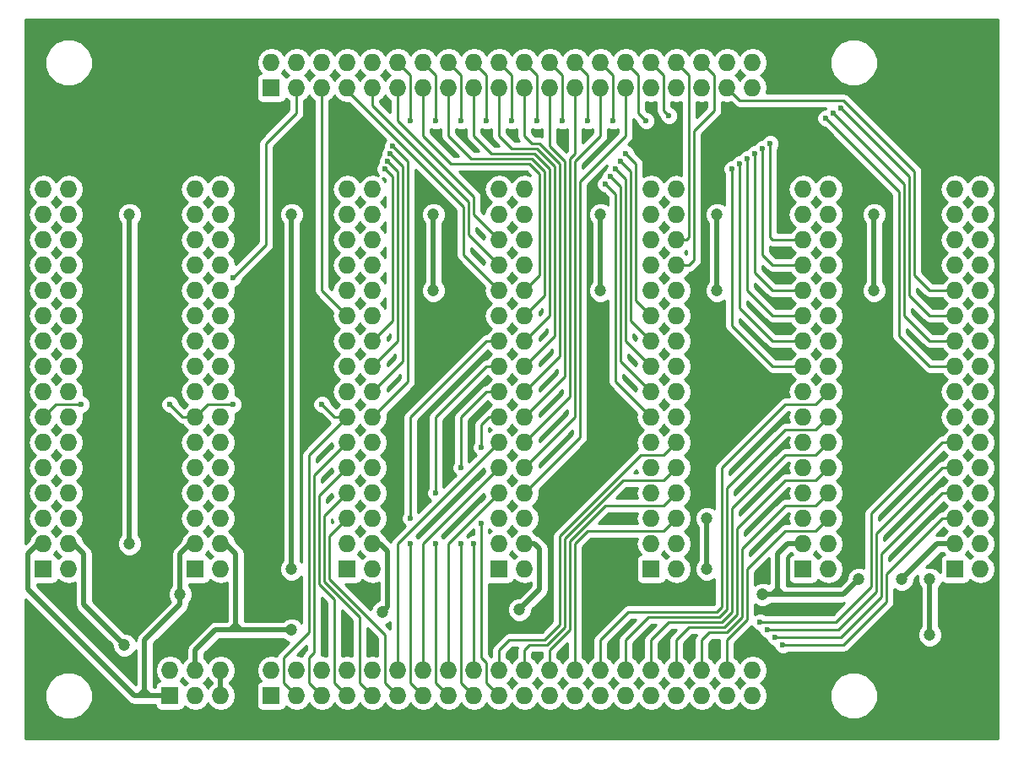
<source format=gtl>
G04 #@! TF.FileFunction,Copper,L1,Top,Signal*
%FSLAX46Y46*%
G04 Gerber Fmt 4.6, Leading zero omitted, Abs format (unit mm)*
G04 Created by KiCad (PCBNEW (after 2015-mar-04 BZR unknown)-product) date 03.06.2015 18:32:18*
%MOMM*%
G01*
G04 APERTURE LIST*
%ADD10C,0.100000*%
%ADD11R,1.727200X1.727200*%
%ADD12O,1.727200X1.727200*%
%ADD13C,1.200000*%
%ADD14C,0.600000*%
%ADD15C,0.500000*%
%ADD16C,0.250000*%
%ADD17C,0.254000*%
G04 APERTURE END LIST*
D10*
D11*
X66040000Y-121920000D03*
D12*
X66040000Y-119380000D03*
X68580000Y-121920000D03*
X68580000Y-119380000D03*
X71120000Y-121920000D03*
X71120000Y-119380000D03*
X73660000Y-121920000D03*
X73660000Y-119380000D03*
X76200000Y-121920000D03*
X76200000Y-119380000D03*
X78740000Y-121920000D03*
X78740000Y-119380000D03*
X81280000Y-121920000D03*
X81280000Y-119380000D03*
X83820000Y-121920000D03*
X83820000Y-119380000D03*
X86360000Y-121920000D03*
X86360000Y-119380000D03*
X88900000Y-121920000D03*
X88900000Y-119380000D03*
X91440000Y-121920000D03*
X91440000Y-119380000D03*
X93980000Y-121920000D03*
X93980000Y-119380000D03*
X96520000Y-121920000D03*
X96520000Y-119380000D03*
X99060000Y-121920000D03*
X99060000Y-119380000D03*
X101600000Y-121920000D03*
X101600000Y-119380000D03*
X104140000Y-121920000D03*
X104140000Y-119380000D03*
X106680000Y-121920000D03*
X106680000Y-119380000D03*
X109220000Y-121920000D03*
X109220000Y-119380000D03*
X111760000Y-121920000D03*
X111760000Y-119380000D03*
X114300000Y-121920000D03*
X114300000Y-119380000D03*
D11*
X66040000Y-60960000D03*
D12*
X66040000Y-58420000D03*
X68580000Y-60960000D03*
X68580000Y-58420000D03*
X71120000Y-60960000D03*
X71120000Y-58420000D03*
X73660000Y-60960000D03*
X73660000Y-58420000D03*
X76200000Y-60960000D03*
X76200000Y-58420000D03*
X78740000Y-60960000D03*
X78740000Y-58420000D03*
X81280000Y-60960000D03*
X81280000Y-58420000D03*
X83820000Y-60960000D03*
X83820000Y-58420000D03*
X86360000Y-60960000D03*
X86360000Y-58420000D03*
X88900000Y-60960000D03*
X88900000Y-58420000D03*
X91440000Y-60960000D03*
X91440000Y-58420000D03*
X93980000Y-60960000D03*
X93980000Y-58420000D03*
X96520000Y-60960000D03*
X96520000Y-58420000D03*
X99060000Y-60960000D03*
X99060000Y-58420000D03*
X101600000Y-60960000D03*
X101600000Y-58420000D03*
X104140000Y-60960000D03*
X104140000Y-58420000D03*
X106680000Y-60960000D03*
X106680000Y-58420000D03*
X109220000Y-60960000D03*
X109220000Y-58420000D03*
X111760000Y-60960000D03*
X111760000Y-58420000D03*
X114300000Y-60960000D03*
X114300000Y-58420000D03*
D11*
X43180000Y-109220000D03*
D12*
X45720000Y-109220000D03*
X43180000Y-106680000D03*
X45720000Y-106680000D03*
X43180000Y-104140000D03*
X45720000Y-104140000D03*
X43180000Y-101600000D03*
X45720000Y-101600000D03*
X43180000Y-99060000D03*
X45720000Y-99060000D03*
X43180000Y-96520000D03*
X45720000Y-96520000D03*
X43180000Y-93980000D03*
X45720000Y-93980000D03*
X43180000Y-91440000D03*
X45720000Y-91440000D03*
X43180000Y-88900000D03*
X45720000Y-88900000D03*
X43180000Y-86360000D03*
X45720000Y-86360000D03*
X43180000Y-83820000D03*
X45720000Y-83820000D03*
X43180000Y-81280000D03*
X45720000Y-81280000D03*
X43180000Y-78740000D03*
X45720000Y-78740000D03*
X43180000Y-76200000D03*
X45720000Y-76200000D03*
X43180000Y-73660000D03*
X45720000Y-73660000D03*
X43180000Y-71120000D03*
X45720000Y-71120000D03*
D11*
X58420000Y-109220000D03*
D12*
X60960000Y-109220000D03*
X58420000Y-106680000D03*
X60960000Y-106680000D03*
X58420000Y-104140000D03*
X60960000Y-104140000D03*
X58420000Y-101600000D03*
X60960000Y-101600000D03*
X58420000Y-99060000D03*
X60960000Y-99060000D03*
X58420000Y-96520000D03*
X60960000Y-96520000D03*
X58420000Y-93980000D03*
X60960000Y-93980000D03*
X58420000Y-91440000D03*
X60960000Y-91440000D03*
X58420000Y-88900000D03*
X60960000Y-88900000D03*
X58420000Y-86360000D03*
X60960000Y-86360000D03*
X58420000Y-83820000D03*
X60960000Y-83820000D03*
X58420000Y-81280000D03*
X60960000Y-81280000D03*
X58420000Y-78740000D03*
X60960000Y-78740000D03*
X58420000Y-76200000D03*
X60960000Y-76200000D03*
X58420000Y-73660000D03*
X60960000Y-73660000D03*
X58420000Y-71120000D03*
X60960000Y-71120000D03*
D11*
X73660000Y-109220000D03*
D12*
X76200000Y-109220000D03*
X73660000Y-106680000D03*
X76200000Y-106680000D03*
X73660000Y-104140000D03*
X76200000Y-104140000D03*
X73660000Y-101600000D03*
X76200000Y-101600000D03*
X73660000Y-99060000D03*
X76200000Y-99060000D03*
X73660000Y-96520000D03*
X76200000Y-96520000D03*
X73660000Y-93980000D03*
X76200000Y-93980000D03*
X73660000Y-91440000D03*
X76200000Y-91440000D03*
X73660000Y-88900000D03*
X76200000Y-88900000D03*
X73660000Y-86360000D03*
X76200000Y-86360000D03*
X73660000Y-83820000D03*
X76200000Y-83820000D03*
X73660000Y-81280000D03*
X76200000Y-81280000D03*
X73660000Y-78740000D03*
X76200000Y-78740000D03*
X73660000Y-76200000D03*
X76200000Y-76200000D03*
X73660000Y-73660000D03*
X76200000Y-73660000D03*
X73660000Y-71120000D03*
X76200000Y-71120000D03*
D11*
X88900000Y-109220000D03*
D12*
X91440000Y-109220000D03*
X88900000Y-106680000D03*
X91440000Y-106680000D03*
X88900000Y-104140000D03*
X91440000Y-104140000D03*
X88900000Y-101600000D03*
X91440000Y-101600000D03*
X88900000Y-99060000D03*
X91440000Y-99060000D03*
X88900000Y-96520000D03*
X91440000Y-96520000D03*
X88900000Y-93980000D03*
X91440000Y-93980000D03*
X88900000Y-91440000D03*
X91440000Y-91440000D03*
X88900000Y-88900000D03*
X91440000Y-88900000D03*
X88900000Y-86360000D03*
X91440000Y-86360000D03*
X88900000Y-83820000D03*
X91440000Y-83820000D03*
X88900000Y-81280000D03*
X91440000Y-81280000D03*
X88900000Y-78740000D03*
X91440000Y-78740000D03*
X88900000Y-76200000D03*
X91440000Y-76200000D03*
X88900000Y-73660000D03*
X91440000Y-73660000D03*
X88900000Y-71120000D03*
X91440000Y-71120000D03*
D11*
X104140000Y-109220000D03*
D12*
X106680000Y-109220000D03*
X104140000Y-106680000D03*
X106680000Y-106680000D03*
X104140000Y-104140000D03*
X106680000Y-104140000D03*
X104140000Y-101600000D03*
X106680000Y-101600000D03*
X104140000Y-99060000D03*
X106680000Y-99060000D03*
X104140000Y-96520000D03*
X106680000Y-96520000D03*
X104140000Y-93980000D03*
X106680000Y-93980000D03*
X104140000Y-91440000D03*
X106680000Y-91440000D03*
X104140000Y-88900000D03*
X106680000Y-88900000D03*
X104140000Y-86360000D03*
X106680000Y-86360000D03*
X104140000Y-83820000D03*
X106680000Y-83820000D03*
X104140000Y-81280000D03*
X106680000Y-81280000D03*
X104140000Y-78740000D03*
X106680000Y-78740000D03*
X104140000Y-76200000D03*
X106680000Y-76200000D03*
X104140000Y-73660000D03*
X106680000Y-73660000D03*
X104140000Y-71120000D03*
X106680000Y-71120000D03*
D11*
X119380000Y-109220000D03*
D12*
X121920000Y-109220000D03*
X119380000Y-106680000D03*
X121920000Y-106680000D03*
X119380000Y-104140000D03*
X121920000Y-104140000D03*
X119380000Y-101600000D03*
X121920000Y-101600000D03*
X119380000Y-99060000D03*
X121920000Y-99060000D03*
X119380000Y-96520000D03*
X121920000Y-96520000D03*
X119380000Y-93980000D03*
X121920000Y-93980000D03*
X119380000Y-91440000D03*
X121920000Y-91440000D03*
X119380000Y-88900000D03*
X121920000Y-88900000D03*
X119380000Y-86360000D03*
X121920000Y-86360000D03*
X119380000Y-83820000D03*
X121920000Y-83820000D03*
X119380000Y-81280000D03*
X121920000Y-81280000D03*
X119380000Y-78740000D03*
X121920000Y-78740000D03*
X119380000Y-76200000D03*
X121920000Y-76200000D03*
X119380000Y-73660000D03*
X121920000Y-73660000D03*
X119380000Y-71120000D03*
X121920000Y-71120000D03*
D11*
X55880000Y-121920000D03*
D12*
X55880000Y-119380000D03*
X58420000Y-121920000D03*
X58420000Y-119380000D03*
X60960000Y-121920000D03*
X60960000Y-119380000D03*
D11*
X134620000Y-109220000D03*
D12*
X137160000Y-109220000D03*
X134620000Y-106680000D03*
X137160000Y-106680000D03*
X134620000Y-104140000D03*
X137160000Y-104140000D03*
X134620000Y-101600000D03*
X137160000Y-101600000D03*
X134620000Y-99060000D03*
X137160000Y-99060000D03*
X134620000Y-96520000D03*
X137160000Y-96520000D03*
X134620000Y-93980000D03*
X137160000Y-93980000D03*
X134620000Y-91440000D03*
X137160000Y-91440000D03*
X134620000Y-88900000D03*
X137160000Y-88900000D03*
X134620000Y-86360000D03*
X137160000Y-86360000D03*
X134620000Y-83820000D03*
X137160000Y-83820000D03*
X134620000Y-81280000D03*
X137160000Y-81280000D03*
X134620000Y-78740000D03*
X137160000Y-78740000D03*
X134620000Y-76200000D03*
X137160000Y-76200000D03*
X134620000Y-73660000D03*
X137160000Y-73660000D03*
X134620000Y-71120000D03*
X137160000Y-71120000D03*
D13*
X68072000Y-109220000D03*
X68072000Y-73660000D03*
X51816000Y-106680000D03*
X51816000Y-73660000D03*
X82296000Y-81280000D03*
X82296000Y-73660000D03*
X132080000Y-110236000D03*
X132080000Y-115824000D03*
X126492000Y-81280000D03*
X126492000Y-73660000D03*
X110744000Y-73660000D03*
X110744000Y-81280000D03*
X109728000Y-109220000D03*
X109728000Y-104140000D03*
X99060000Y-81280000D03*
X99060000Y-73660000D03*
X56896000Y-111760000D03*
X124968000Y-110236000D03*
X129286000Y-110236000D03*
X115316000Y-111760000D03*
X51308000Y-116840000D03*
X68072000Y-115316000D03*
X77216000Y-113538000D03*
X90932000Y-113284000D03*
D14*
X71120000Y-92710000D03*
X62230000Y-92710000D03*
X55880000Y-92710000D03*
X46990000Y-92710000D03*
X80010000Y-106680000D03*
X80010000Y-104140000D03*
X82550000Y-106680000D03*
X82550000Y-101600000D03*
X85090000Y-106680000D03*
X85090000Y-99060000D03*
X86360000Y-106680000D03*
X87122000Y-104648000D03*
X87122000Y-97028000D03*
X115062000Y-114554000D03*
X115824000Y-115316000D03*
X116586000Y-116078000D03*
X117348000Y-116840000D03*
X77470000Y-69088000D03*
X77724000Y-68326000D03*
X62230000Y-80010000D03*
X77978000Y-67564000D03*
X78232000Y-66802000D03*
X99568000Y-70612000D03*
X80010000Y-64262000D03*
X100076000Y-69850000D03*
X82550000Y-64262000D03*
X85090000Y-64262000D03*
X100584000Y-69088000D03*
X87630000Y-64262000D03*
X101092000Y-68326000D03*
X101600000Y-67564000D03*
X90170000Y-64262000D03*
X92710000Y-64262000D03*
X112268000Y-69088000D03*
X113030000Y-68580000D03*
X95250000Y-64262000D03*
X113792000Y-68072000D03*
X97790000Y-64262000D03*
X114554000Y-67564000D03*
X100330000Y-64262000D03*
X115316000Y-67056000D03*
X103632000Y-64262000D03*
X121666000Y-64008000D03*
X116078000Y-66548000D03*
X105918000Y-63754000D03*
X122428000Y-63500000D03*
X123190000Y-62992000D03*
D15*
X68072000Y-73660000D02*
X68072000Y-109220000D01*
X51816000Y-73660000D02*
X51816000Y-106680000D01*
X82296000Y-73660000D02*
X82296000Y-81280000D01*
X132080000Y-110236000D02*
X132080000Y-115824000D01*
X126492000Y-73660000D02*
X126492000Y-81280000D01*
X110744000Y-73660000D02*
X110744000Y-81280000D01*
X109728000Y-104140000D02*
X109728000Y-109220000D01*
X99060000Y-81280000D02*
X99060000Y-73660000D01*
X60960000Y-121920000D02*
X60960000Y-119380000D01*
X43180000Y-106680000D02*
X42672000Y-106680000D01*
X58420000Y-106680000D02*
X57912000Y-106680000D01*
X53340000Y-116332000D02*
X56896000Y-112776000D01*
X53340000Y-120142000D02*
X53340000Y-116332000D01*
X53340000Y-120904000D02*
X53340000Y-120142000D01*
X56896000Y-111760000D02*
X56896000Y-112776000D01*
X56896000Y-107696000D02*
X57912000Y-106680000D01*
X56896000Y-107696000D02*
X56896000Y-111760000D01*
X117856000Y-106680000D02*
X116840000Y-107696000D01*
X116840000Y-111252000D02*
X116840000Y-111760000D01*
X116840000Y-107696000D02*
X116840000Y-111252000D01*
X117348000Y-111760000D02*
X116840000Y-111760000D01*
X124968000Y-110236000D02*
X123444000Y-111760000D01*
X123444000Y-111760000D02*
X117348000Y-111760000D01*
X119380000Y-106680000D02*
X117856000Y-106680000D01*
X116332000Y-111760000D02*
X115316000Y-111760000D01*
X116840000Y-111760000D02*
X116332000Y-111760000D01*
X116840000Y-111252000D02*
X117348000Y-111760000D01*
X116840000Y-111252000D02*
X116332000Y-111760000D01*
X53848000Y-121920000D02*
X55880000Y-121920000D01*
X53340000Y-121920000D02*
X53848000Y-121920000D01*
X52832000Y-121920000D02*
X53340000Y-121920000D01*
X43180000Y-112776000D02*
X41656000Y-111252000D01*
X42672000Y-106680000D02*
X41656000Y-107696000D01*
X41656000Y-107696000D02*
X41656000Y-111252000D01*
X52324000Y-121920000D02*
X52832000Y-121920000D01*
X43180000Y-112776000D02*
X52324000Y-121920000D01*
X53340000Y-121412000D02*
X53340000Y-121920000D01*
X53340000Y-120904000D02*
X53340000Y-121412000D01*
X53340000Y-121412000D02*
X53848000Y-121920000D01*
X53340000Y-121412000D02*
X52832000Y-121920000D01*
X129286000Y-110236000D02*
X132842000Y-106680000D01*
X132842000Y-106680000D02*
X134620000Y-106680000D01*
X55880000Y-119380000D02*
X55880000Y-119126000D01*
X45720000Y-106680000D02*
X46228000Y-106680000D01*
X60960000Y-106680000D02*
X61468000Y-106680000D01*
X62484000Y-114808000D02*
X62484000Y-112776000D01*
X62484000Y-115316000D02*
X62484000Y-114808000D01*
X62484000Y-107696000D02*
X61468000Y-106680000D01*
X62484000Y-107696000D02*
X62484000Y-112776000D01*
X47244000Y-107696000D02*
X46228000Y-106680000D01*
X47244000Y-107696000D02*
X47244000Y-108204000D01*
X47244000Y-108204000D02*
X47244000Y-112776000D01*
X47244000Y-112776000D02*
X51308000Y-116840000D01*
X62992000Y-115316000D02*
X68072000Y-115316000D01*
X62484000Y-115316000D02*
X62992000Y-115316000D01*
X92964000Y-107188000D02*
X92456000Y-106680000D01*
X92456000Y-106680000D02*
X91440000Y-106680000D01*
X76962000Y-106680000D02*
X76200000Y-106680000D01*
X77216000Y-113538000D02*
X77724000Y-113030000D01*
X77724000Y-113030000D02*
X77724000Y-107442000D01*
X77724000Y-107442000D02*
X76962000Y-106680000D01*
X58420000Y-117348000D02*
X58420000Y-119380000D01*
X60452000Y-115316000D02*
X58420000Y-117348000D01*
X61976000Y-115316000D02*
X60452000Y-115316000D01*
X62484000Y-115316000D02*
X61976000Y-115316000D01*
X62484000Y-114808000D02*
X62992000Y-115316000D01*
X62484000Y-114808000D02*
X61976000Y-115316000D01*
X92964000Y-111252000D02*
X90932000Y-113284000D01*
X92964000Y-107188000D02*
X92964000Y-111252000D01*
D16*
X107696000Y-76200000D02*
X106680000Y-76200000D01*
X107696000Y-76200000D02*
X107950000Y-75946000D01*
X107950000Y-59690000D02*
X107950000Y-75946000D01*
X106680000Y-58420000D02*
X107950000Y-59690000D01*
X106680000Y-78740000D02*
X107950000Y-78740000D01*
X107950000Y-78740000D02*
X108458000Y-78232000D01*
X108458000Y-78232000D02*
X108458000Y-65278000D01*
X108458000Y-65278000D02*
X110490000Y-63246000D01*
X110490000Y-63246000D02*
X110490000Y-59690000D01*
X110490000Y-59690000D02*
X109220000Y-58420000D01*
X71120000Y-92710000D02*
X72390000Y-93980000D01*
X73660000Y-93980000D02*
X72390000Y-93980000D01*
X69850000Y-115570000D02*
X69850000Y-97790000D01*
X69850000Y-97790000D02*
X73660000Y-93980000D01*
X67310000Y-118110000D02*
X69850000Y-115570000D01*
X67310000Y-120650000D02*
X67310000Y-118110000D01*
X68580000Y-121920000D02*
X67310000Y-120650000D01*
X62230000Y-92710000D02*
X59690000Y-92710000D01*
X59690000Y-92710000D02*
X58420000Y-93980000D01*
X55880000Y-92710000D02*
X57150000Y-93980000D01*
X58420000Y-93980000D02*
X57150000Y-93980000D01*
X46990000Y-92710000D02*
X44450000Y-92710000D01*
X44450000Y-92710000D02*
X43180000Y-93980000D01*
X73660000Y-96520000D02*
X70358000Y-99822000D01*
X70358000Y-99822000D02*
X70358000Y-117602000D01*
X70358000Y-117602000D02*
X69850000Y-118110000D01*
X69850000Y-118110000D02*
X69850000Y-120650000D01*
X69850000Y-120650000D02*
X71120000Y-121920000D01*
X70866000Y-101854000D02*
X73660000Y-99060000D01*
X70866000Y-110744000D02*
X70866000Y-101854000D01*
X72390000Y-112268000D02*
X70866000Y-110744000D01*
X72390000Y-120650000D02*
X72390000Y-112268000D01*
X73660000Y-121920000D02*
X72390000Y-120650000D01*
X73660000Y-101600000D02*
X71374000Y-103886000D01*
X71374000Y-103886000D02*
X71374000Y-110490000D01*
X71374000Y-110490000D02*
X72390000Y-111506000D01*
X72390000Y-111506000D02*
X74930000Y-114046000D01*
X74930000Y-114046000D02*
X74930000Y-120650000D01*
X74930000Y-120650000D02*
X76200000Y-121920000D01*
X72644000Y-110998000D02*
X71882000Y-110236000D01*
X71882000Y-110236000D02*
X71882000Y-105918000D01*
X71882000Y-105918000D02*
X73660000Y-104140000D01*
X77470000Y-120650000D02*
X77470000Y-115824000D01*
X78740000Y-121920000D02*
X77470000Y-120650000D01*
X72644000Y-110998000D02*
X77470000Y-115824000D01*
X78740000Y-106680000D02*
X88900000Y-96520000D01*
X78740000Y-119380000D02*
X78740000Y-106680000D01*
X80010000Y-104140000D02*
X80010000Y-101092000D01*
X80010000Y-101092000D02*
X80010000Y-93980000D01*
X87630000Y-86360000D02*
X80010000Y-93980000D01*
X88900000Y-86360000D02*
X87630000Y-86360000D01*
X80010000Y-120650000D02*
X80010000Y-106680000D01*
X81280000Y-121920000D02*
X80010000Y-120650000D01*
X81280000Y-106680000D02*
X88900000Y-99060000D01*
X81280000Y-119380000D02*
X81280000Y-106680000D01*
X82550000Y-101600000D02*
X82550000Y-93980000D01*
X87630000Y-88900000D02*
X82550000Y-93980000D01*
X88900000Y-88900000D02*
X87630000Y-88900000D01*
X82550000Y-120650000D02*
X82550000Y-106680000D01*
X83820000Y-121920000D02*
X82550000Y-120650000D01*
X83820000Y-106680000D02*
X88900000Y-101600000D01*
X83820000Y-119380000D02*
X83820000Y-106680000D01*
X85090000Y-120650000D02*
X85090000Y-106680000D01*
X86360000Y-121920000D02*
X85090000Y-120650000D01*
X85090000Y-99060000D02*
X85090000Y-94234000D01*
X87630000Y-91440000D02*
X85090000Y-93980000D01*
X85090000Y-93980000D02*
X85090000Y-94234000D01*
X88900000Y-91440000D02*
X87630000Y-91440000D01*
X86360000Y-119380000D02*
X86360000Y-106680000D01*
X87630000Y-120650000D02*
X87630000Y-118618000D01*
X88900000Y-121920000D02*
X87630000Y-120650000D01*
X87376000Y-118364000D02*
X87122000Y-118110000D01*
X87122000Y-118110000D02*
X87122000Y-104648000D01*
X87122000Y-97028000D02*
X87122000Y-94742000D01*
X87122000Y-94742000D02*
X87884000Y-93980000D01*
X87884000Y-93980000D02*
X88900000Y-93980000D01*
X87376000Y-118364000D02*
X87630000Y-118618000D01*
X106680000Y-96520000D02*
X105410000Y-97790000D01*
X105410000Y-97790000D02*
X106680000Y-96520000D01*
X105410000Y-97790000D02*
X103378000Y-97790000D01*
X94996000Y-105918000D02*
X103124000Y-97790000D01*
X103124000Y-97790000D02*
X103378000Y-97790000D01*
X103124000Y-97790000D02*
X105410000Y-97790000D01*
X94996000Y-114808000D02*
X94996000Y-105918000D01*
X93472000Y-116332000D02*
X94996000Y-114808000D01*
X89916000Y-116332000D02*
X93472000Y-116332000D01*
X88900000Y-117348000D02*
X89916000Y-116332000D01*
X88900000Y-119380000D02*
X88900000Y-117348000D01*
X122936000Y-114300000D02*
X126238000Y-110998000D01*
X126238000Y-110998000D02*
X126238000Y-103632000D01*
X126238000Y-103632000D02*
X133350000Y-96520000D01*
X133350000Y-96520000D02*
X134620000Y-96520000D01*
X122682000Y-114554000D02*
X122936000Y-114300000D01*
X115062000Y-114554000D02*
X122682000Y-114554000D01*
X106680000Y-99060000D02*
X105410000Y-100330000D01*
X105410000Y-100330000D02*
X102870000Y-100330000D01*
X102870000Y-100330000D02*
X101346000Y-100330000D01*
X101346000Y-100330000D02*
X95504000Y-106172000D01*
X95504000Y-106172000D02*
X95504000Y-115062000D01*
X95504000Y-115062000D02*
X93726000Y-116840000D01*
X93726000Y-116840000D02*
X91948000Y-116840000D01*
X91948000Y-116840000D02*
X91440000Y-117348000D01*
X91440000Y-117348000D02*
X91440000Y-119380000D01*
X122936000Y-115316000D02*
X126746000Y-111506000D01*
X126746000Y-111506000D02*
X126746000Y-105664000D01*
X126746000Y-105664000D02*
X133350000Y-99060000D01*
X133350000Y-99060000D02*
X134620000Y-99060000D01*
X115824000Y-115316000D02*
X122936000Y-115316000D01*
X99568000Y-102870000D02*
X96012000Y-106426000D01*
X96012000Y-106426000D02*
X96012000Y-115316000D01*
X96012000Y-115316000D02*
X93980000Y-117348000D01*
X93980000Y-117348000D02*
X93980000Y-119380000D01*
X106680000Y-101600000D02*
X105410000Y-102870000D01*
X105410000Y-102870000D02*
X102870000Y-102870000D01*
X102870000Y-102870000D02*
X99568000Y-102870000D01*
X133350000Y-101600000D02*
X127254000Y-107696000D01*
X134620000Y-101600000D02*
X133350000Y-101600000D01*
X127254000Y-107696000D02*
X127254000Y-112014000D01*
X127254000Y-112014000D02*
X123190000Y-116078000D01*
X123190000Y-116078000D02*
X116586000Y-116078000D01*
X97790000Y-105410000D02*
X96520000Y-106680000D01*
X96520000Y-106680000D02*
X96520000Y-119380000D01*
X106680000Y-104140000D02*
X105410000Y-105410000D01*
X105410000Y-105410000D02*
X102870000Y-105410000D01*
X102870000Y-105410000D02*
X97790000Y-105410000D01*
X123444000Y-116840000D02*
X127762000Y-112522000D01*
X127762000Y-112522000D02*
X127762000Y-109728000D01*
X127762000Y-109728000D02*
X133350000Y-104140000D01*
X133350000Y-104140000D02*
X134620000Y-104140000D01*
X117348000Y-116840000D02*
X118618000Y-116840000D01*
X118618000Y-116840000D02*
X123444000Y-116840000D01*
X121920000Y-91440000D02*
X120650000Y-92710000D01*
X120650000Y-92710000D02*
X118110000Y-92710000D01*
X118110000Y-92710000D02*
X117602000Y-92710000D01*
X108204000Y-113538000D02*
X101854000Y-113538000D01*
X101854000Y-113538000D02*
X99060000Y-116332000D01*
X99060000Y-116332000D02*
X99060000Y-119380000D01*
X110744000Y-113538000D02*
X111252000Y-113030000D01*
X111252000Y-113030000D02*
X111252000Y-99060000D01*
X111252000Y-99060000D02*
X117602000Y-92710000D01*
X108204000Y-113538000D02*
X110744000Y-113538000D01*
X121920000Y-93980000D02*
X120650000Y-95250000D01*
X120650000Y-95250000D02*
X118110000Y-95250000D01*
X118110000Y-95250000D02*
X117602000Y-95250000D01*
X101600000Y-116332000D02*
X101600000Y-119380000D01*
X108458000Y-114046000D02*
X103886000Y-114046000D01*
X101600000Y-116332000D02*
X103886000Y-114046000D01*
X110998000Y-114046000D02*
X111760000Y-113284000D01*
X111760000Y-113284000D02*
X111760000Y-101092000D01*
X111760000Y-101092000D02*
X117602000Y-95250000D01*
X108458000Y-114046000D02*
X110998000Y-114046000D01*
X117602000Y-97790000D02*
X120650000Y-97790000D01*
X120650000Y-97790000D02*
X121920000Y-96520000D01*
X105918000Y-114554000D02*
X108712000Y-114554000D01*
X104140000Y-116332000D02*
X105918000Y-114554000D01*
X104140000Y-119380000D02*
X104140000Y-116332000D01*
X111252000Y-114554000D02*
X112268000Y-113538000D01*
X112268000Y-113538000D02*
X112268000Y-103124000D01*
X112268000Y-103124000D02*
X117602000Y-97790000D01*
X108712000Y-114554000D02*
X111252000Y-114554000D01*
X120650000Y-100330000D02*
X118110000Y-100330000D01*
X118110000Y-100330000D02*
X117602000Y-100330000D01*
X121920000Y-99060000D02*
X120650000Y-100330000D01*
X108966000Y-115062000D02*
X107950000Y-115062000D01*
X107950000Y-115062000D02*
X106680000Y-116332000D01*
X106680000Y-116332000D02*
X106680000Y-119380000D01*
X111506000Y-115062000D02*
X112776000Y-113792000D01*
X112776000Y-113792000D02*
X112776000Y-105156000D01*
X112776000Y-105156000D02*
X117602000Y-100330000D01*
X108966000Y-115062000D02*
X111506000Y-115062000D01*
X109220000Y-116332000D02*
X109220000Y-119380000D01*
X120650000Y-102870000D02*
X118110000Y-102870000D01*
X118110000Y-102870000D02*
X117602000Y-102870000D01*
X121920000Y-101600000D02*
X120650000Y-102870000D01*
X109982000Y-115570000D02*
X111760000Y-115570000D01*
X111760000Y-115570000D02*
X113284000Y-114046000D01*
X113284000Y-114046000D02*
X113284000Y-107188000D01*
X113284000Y-107188000D02*
X117602000Y-102870000D01*
X109220000Y-116332000D02*
X109982000Y-115570000D01*
X111760000Y-119380000D02*
X111760000Y-116332000D01*
X118364000Y-105410000D02*
X120650000Y-105410000D01*
X120650000Y-105410000D02*
X121920000Y-104140000D01*
X118364000Y-105410000D02*
X117602000Y-105410000D01*
X113792000Y-114300000D02*
X111760000Y-116332000D01*
X113792000Y-109220000D02*
X117348000Y-105664000D01*
X113792000Y-114300000D02*
X113792000Y-109220000D01*
X117602000Y-105410000D02*
X117348000Y-105664000D01*
X77470000Y-69088000D02*
X78232000Y-69850000D01*
X78232000Y-69850000D02*
X78232000Y-84328000D01*
X78232000Y-84328000D02*
X76200000Y-86360000D01*
X77724000Y-68326000D02*
X78740000Y-69342000D01*
X78740000Y-69342000D02*
X78740000Y-86360000D01*
X78740000Y-86360000D02*
X76200000Y-88900000D01*
X65532000Y-76708000D02*
X62230000Y-80010000D01*
X43180000Y-81280000D02*
X43434000Y-81280000D01*
X68580000Y-60960000D02*
X68580000Y-63500000D01*
X65532000Y-66548000D02*
X68580000Y-63500000D01*
X65532000Y-76708000D02*
X65532000Y-66548000D01*
X77978000Y-67564000D02*
X79248000Y-68834000D01*
X79248000Y-68834000D02*
X79248000Y-88392000D01*
X79248000Y-88392000D02*
X76200000Y-91440000D01*
X71120000Y-60960000D02*
X71120000Y-81280000D01*
X71120000Y-81280000D02*
X73660000Y-83820000D01*
X78232000Y-66802000D02*
X79756000Y-68326000D01*
X79756000Y-68326000D02*
X79756000Y-90424000D01*
X79756000Y-90424000D02*
X76200000Y-93980000D01*
X73660000Y-60960000D02*
X73660000Y-61214000D01*
X73660000Y-61214000D02*
X80264000Y-67818000D01*
X85344000Y-72898000D02*
X85344000Y-77724000D01*
X80264000Y-67818000D02*
X85344000Y-72898000D01*
X85344000Y-77724000D02*
X88900000Y-81280000D01*
X100584000Y-90424000D02*
X100584000Y-74930000D01*
X104140000Y-93980000D02*
X100584000Y-90424000D01*
X100584000Y-71628000D02*
X100584000Y-74930000D01*
X99568000Y-70612000D02*
X100584000Y-71628000D01*
X80010000Y-59690000D02*
X80010000Y-64262000D01*
X78740000Y-58420000D02*
X80010000Y-59690000D01*
X88900000Y-78740000D02*
X85852000Y-75692000D01*
X80772000Y-67310000D02*
X76200000Y-62738000D01*
X85852000Y-72390000D02*
X85852000Y-75692000D01*
X80772000Y-67310000D02*
X85852000Y-72390000D01*
X76200000Y-62738000D02*
X76200000Y-60960000D01*
X101092000Y-74168000D02*
X101092000Y-88392000D01*
X101092000Y-88392000D02*
X104140000Y-91440000D01*
X101092000Y-70866000D02*
X101092000Y-74168000D01*
X100076000Y-69850000D02*
X101092000Y-70866000D01*
X82550000Y-59690000D02*
X82550000Y-64262000D01*
X81280000Y-58420000D02*
X82550000Y-59690000D01*
X78740000Y-60960000D02*
X78740000Y-64262000D01*
X78740000Y-64262000D02*
X81534000Y-67056000D01*
X86360000Y-73660000D02*
X88900000Y-76200000D01*
X86360000Y-71882000D02*
X86360000Y-73660000D01*
X81534000Y-67056000D02*
X86360000Y-71882000D01*
X83820000Y-58420000D02*
X85090000Y-59690000D01*
X104140000Y-88900000D02*
X101600000Y-86360000D01*
X85090000Y-59690000D02*
X85090000Y-64262000D01*
X101600000Y-86360000D02*
X101600000Y-73406000D01*
X101600000Y-70104000D02*
X101600000Y-73406000D01*
X100584000Y-69088000D02*
X101600000Y-70104000D01*
X81280000Y-60960000D02*
X81280000Y-65786000D01*
X81280000Y-65786000D02*
X84074000Y-68580000D01*
X91948000Y-68580000D02*
X92964000Y-69596000D01*
X92964000Y-79756000D02*
X92964000Y-69596000D01*
X91440000Y-81280000D02*
X92964000Y-79756000D01*
X84074000Y-68580000D02*
X91948000Y-68580000D01*
X87630000Y-59690000D02*
X87630000Y-64262000D01*
X86360000Y-58420000D02*
X87630000Y-59690000D01*
X102108000Y-72644000D02*
X102108000Y-84328000D01*
X102108000Y-84328000D02*
X104140000Y-86360000D01*
X101092000Y-68326000D02*
X102108000Y-69342000D01*
X102108000Y-69342000D02*
X102108000Y-72644000D01*
X86106000Y-68072000D02*
X83820000Y-65786000D01*
X92202000Y-68072000D02*
X86106000Y-68072000D01*
X93472000Y-69342000D02*
X92202000Y-68072000D01*
X93472000Y-81788000D02*
X91440000Y-83820000D01*
X93472000Y-69342000D02*
X93472000Y-81788000D01*
X83820000Y-65786000D02*
X83820000Y-60960000D01*
X102616000Y-82296000D02*
X102616000Y-71882000D01*
X104140000Y-83820000D02*
X102616000Y-82296000D01*
X102616000Y-68580000D02*
X102616000Y-71882000D01*
X101600000Y-67564000D02*
X102616000Y-68580000D01*
X90170000Y-59690000D02*
X90170000Y-64262000D01*
X88900000Y-58420000D02*
X90170000Y-59690000D01*
X92456000Y-67564000D02*
X93980000Y-69088000D01*
X93980000Y-83820000D02*
X91440000Y-86360000D01*
X93980000Y-69088000D02*
X93980000Y-83820000D01*
X86360000Y-60960000D02*
X86360000Y-65786000D01*
X88138000Y-67564000D02*
X92456000Y-67564000D01*
X86360000Y-65786000D02*
X88138000Y-67564000D01*
X92710000Y-59690000D02*
X91440000Y-58420000D01*
X92710000Y-59690000D02*
X92710000Y-64262000D01*
X116332000Y-88900000D02*
X112268000Y-84836000D01*
X112268000Y-84836000D02*
X112268000Y-69088000D01*
X119380000Y-88900000D02*
X116332000Y-88900000D01*
X93980000Y-66802000D02*
X93980000Y-60960000D01*
X95504000Y-68326000D02*
X93980000Y-66802000D01*
X95504000Y-89916000D02*
X95504000Y-68326000D01*
X91440000Y-93980000D02*
X95504000Y-89916000D01*
X113030000Y-83058000D02*
X116332000Y-86360000D01*
X116332000Y-86360000D02*
X119380000Y-86360000D01*
X113030000Y-68580000D02*
X113030000Y-83058000D01*
X95250000Y-59690000D02*
X95250000Y-64262000D01*
X93980000Y-58420000D02*
X95250000Y-59690000D01*
X96520000Y-60960000D02*
X96520000Y-67564000D01*
X96012000Y-68072000D02*
X96012000Y-91948000D01*
X96520000Y-67564000D02*
X96012000Y-68072000D01*
X96012000Y-91948000D02*
X91440000Y-96520000D01*
X119380000Y-83820000D02*
X116332000Y-83820000D01*
X116332000Y-83820000D02*
X113792000Y-81280000D01*
X113792000Y-81280000D02*
X113792000Y-68072000D01*
X97790000Y-59690000D02*
X96520000Y-58420000D01*
X97790000Y-59690000D02*
X97790000Y-64262000D01*
X99060000Y-65786000D02*
X99060000Y-60960000D01*
X97028000Y-67818000D02*
X99060000Y-65786000D01*
X96520000Y-68326000D02*
X96520000Y-93980000D01*
X96520000Y-93980000D02*
X91440000Y-99060000D01*
X97028000Y-67818000D02*
X96520000Y-68326000D01*
X114554000Y-79502000D02*
X116332000Y-81280000D01*
X116332000Y-81280000D02*
X119380000Y-81280000D01*
X114554000Y-67564000D02*
X114554000Y-79502000D01*
X100330000Y-59690000D02*
X100330000Y-64262000D01*
X99060000Y-58420000D02*
X100330000Y-59690000D01*
X101600000Y-60960000D02*
X101600000Y-65786000D01*
X101600000Y-65786000D02*
X97536000Y-69850000D01*
X97028000Y-96012000D02*
X97028000Y-70358000D01*
X97028000Y-70358000D02*
X97536000Y-69850000D01*
X91440000Y-101600000D02*
X97028000Y-96012000D01*
X119380000Y-78740000D02*
X116332000Y-78740000D01*
X116332000Y-78740000D02*
X115316000Y-77724000D01*
X115316000Y-77724000D02*
X115316000Y-67056000D01*
X103632000Y-64262000D02*
X102870000Y-63500000D01*
X102870000Y-63500000D02*
X102870000Y-59690000D01*
X102870000Y-59690000D02*
X101600000Y-58420000D01*
X134620000Y-88900000D02*
X132080000Y-88900000D01*
X132080000Y-88900000D02*
X129032000Y-85852000D01*
X129032000Y-85852000D02*
X129032000Y-75438000D01*
X129032000Y-71374000D02*
X129032000Y-75438000D01*
X129032000Y-71374000D02*
X121666000Y-64008000D01*
X105410000Y-59690000D02*
X104140000Y-58420000D01*
X119380000Y-76200000D02*
X116332000Y-76200000D01*
X105410000Y-63246000D02*
X105410000Y-59690000D01*
X116332000Y-76200000D02*
X116078000Y-75946000D01*
X116078000Y-75946000D02*
X116078000Y-66548000D01*
X105918000Y-63754000D02*
X105410000Y-63246000D01*
X129540000Y-74676000D02*
X129540000Y-83820000D01*
X129540000Y-83820000D02*
X132080000Y-86360000D01*
X132080000Y-86360000D02*
X134620000Y-86360000D01*
X122428000Y-63500000D02*
X129540000Y-70612000D01*
X129540000Y-70612000D02*
X129540000Y-74676000D01*
X130048000Y-81788000D02*
X130048000Y-73914000D01*
X132080000Y-83820000D02*
X130048000Y-81788000D01*
X134620000Y-83820000D02*
X132080000Y-83820000D01*
X130048000Y-69850000D02*
X123190000Y-62992000D01*
X130048000Y-73914000D02*
X130048000Y-69850000D01*
X113030000Y-62230000D02*
X119634000Y-62230000D01*
X111760000Y-60960000D02*
X113030000Y-62230000D01*
X130556000Y-79756000D02*
X132080000Y-81280000D01*
X130556000Y-73152000D02*
X130556000Y-79756000D01*
X132080000Y-81280000D02*
X134620000Y-81280000D01*
X123444000Y-62230000D02*
X130556000Y-69342000D01*
X130556000Y-69342000D02*
X130556000Y-73152000D01*
X119634000Y-62230000D02*
X123444000Y-62230000D01*
X88900000Y-65786000D02*
X88900000Y-60960000D01*
X90170000Y-67056000D02*
X88900000Y-65786000D01*
X92710000Y-67056000D02*
X90170000Y-67056000D01*
X94488000Y-68834000D02*
X92710000Y-67056000D01*
X94488000Y-85852000D02*
X91440000Y-88900000D01*
X94488000Y-68834000D02*
X94488000Y-85852000D01*
X92202000Y-66548000D02*
X92964000Y-66548000D01*
X91440000Y-65786000D02*
X92202000Y-66548000D01*
X92964000Y-66548000D02*
X94996000Y-68580000D01*
X94996000Y-87884000D02*
X91440000Y-91440000D01*
X94996000Y-68580000D02*
X94996000Y-87884000D01*
X91440000Y-60960000D02*
X91440000Y-65786000D01*
D17*
G36*
X44945751Y-72390000D02*
X44630971Y-72600330D01*
X44450000Y-72871172D01*
X44269029Y-72600330D01*
X43954248Y-72390000D01*
X44269029Y-72179670D01*
X44450000Y-71908827D01*
X44630971Y-72179670D01*
X44945751Y-72390000D01*
X44945751Y-72390000D01*
G37*
X44945751Y-72390000D02*
X44630971Y-72600330D01*
X44450000Y-72871172D01*
X44269029Y-72600330D01*
X43954248Y-72390000D01*
X44269029Y-72179670D01*
X44450000Y-71908827D01*
X44630971Y-72179670D01*
X44945751Y-72390000D01*
G36*
X44945751Y-74930000D02*
X44630971Y-75140330D01*
X44450000Y-75411172D01*
X44269029Y-75140330D01*
X43954248Y-74930000D01*
X44269029Y-74719670D01*
X44450000Y-74448827D01*
X44630971Y-74719670D01*
X44945751Y-74930000D01*
X44945751Y-74930000D01*
G37*
X44945751Y-74930000D02*
X44630971Y-75140330D01*
X44450000Y-75411172D01*
X44269029Y-75140330D01*
X43954248Y-74930000D01*
X44269029Y-74719670D01*
X44450000Y-74448827D01*
X44630971Y-74719670D01*
X44945751Y-74930000D01*
G36*
X44945751Y-77470000D02*
X44630971Y-77680330D01*
X44450000Y-77951172D01*
X44269029Y-77680330D01*
X43954248Y-77470000D01*
X44269029Y-77259670D01*
X44450000Y-76988827D01*
X44630971Y-77259670D01*
X44945751Y-77470000D01*
X44945751Y-77470000D01*
G37*
X44945751Y-77470000D02*
X44630971Y-77680330D01*
X44450000Y-77951172D01*
X44269029Y-77680330D01*
X43954248Y-77470000D01*
X44269029Y-77259670D01*
X44450000Y-76988827D01*
X44630971Y-77259670D01*
X44945751Y-77470000D01*
G36*
X44945751Y-80010000D02*
X44630971Y-80220330D01*
X44450000Y-80491172D01*
X44269029Y-80220330D01*
X43954248Y-80010000D01*
X44269029Y-79799670D01*
X44450000Y-79528827D01*
X44630971Y-79799670D01*
X44945751Y-80010000D01*
X44945751Y-80010000D01*
G37*
X44945751Y-80010000D02*
X44630971Y-80220330D01*
X44450000Y-80491172D01*
X44269029Y-80220330D01*
X43954248Y-80010000D01*
X44269029Y-79799670D01*
X44450000Y-79528827D01*
X44630971Y-79799670D01*
X44945751Y-80010000D01*
G36*
X44945751Y-82550000D02*
X44630971Y-82760330D01*
X44450000Y-83031172D01*
X44269029Y-82760330D01*
X43954248Y-82550000D01*
X44269029Y-82339670D01*
X44450000Y-82068827D01*
X44630971Y-82339670D01*
X44945751Y-82550000D01*
X44945751Y-82550000D01*
G37*
X44945751Y-82550000D02*
X44630971Y-82760330D01*
X44450000Y-83031172D01*
X44269029Y-82760330D01*
X43954248Y-82550000D01*
X44269029Y-82339670D01*
X44450000Y-82068827D01*
X44630971Y-82339670D01*
X44945751Y-82550000D01*
G36*
X44945751Y-85090000D02*
X44630971Y-85300330D01*
X44450000Y-85571172D01*
X44269029Y-85300330D01*
X43954248Y-85090000D01*
X44269029Y-84879670D01*
X44450000Y-84608827D01*
X44630971Y-84879670D01*
X44945751Y-85090000D01*
X44945751Y-85090000D01*
G37*
X44945751Y-85090000D02*
X44630971Y-85300330D01*
X44450000Y-85571172D01*
X44269029Y-85300330D01*
X43954248Y-85090000D01*
X44269029Y-84879670D01*
X44450000Y-84608827D01*
X44630971Y-84879670D01*
X44945751Y-85090000D01*
G36*
X44945751Y-87630000D02*
X44630971Y-87840330D01*
X44450000Y-88111172D01*
X44269029Y-87840330D01*
X43954248Y-87630000D01*
X44269029Y-87419670D01*
X44450000Y-87148827D01*
X44630971Y-87419670D01*
X44945751Y-87630000D01*
X44945751Y-87630000D01*
G37*
X44945751Y-87630000D02*
X44630971Y-87840330D01*
X44450000Y-88111172D01*
X44269029Y-87840330D01*
X43954248Y-87630000D01*
X44269029Y-87419670D01*
X44450000Y-87148827D01*
X44630971Y-87419670D01*
X44945751Y-87630000D01*
G36*
X44945751Y-90170000D02*
X44630971Y-90380330D01*
X44450000Y-90651172D01*
X44269029Y-90380330D01*
X43954248Y-90170000D01*
X44269029Y-89959670D01*
X44450000Y-89688827D01*
X44630971Y-89959670D01*
X44945751Y-90170000D01*
X44945751Y-90170000D01*
G37*
X44945751Y-90170000D02*
X44630971Y-90380330D01*
X44450000Y-90651172D01*
X44269029Y-90380330D01*
X43954248Y-90170000D01*
X44269029Y-89959670D01*
X44450000Y-89688827D01*
X44630971Y-89959670D01*
X44945751Y-90170000D01*
G36*
X44945751Y-95250000D02*
X44630971Y-95460330D01*
X44450000Y-95731172D01*
X44269029Y-95460330D01*
X43954248Y-95250000D01*
X44269029Y-95039670D01*
X44450000Y-94768827D01*
X44630971Y-95039670D01*
X44945751Y-95250000D01*
X44945751Y-95250000D01*
G37*
X44945751Y-95250000D02*
X44630971Y-95460330D01*
X44450000Y-95731172D01*
X44269029Y-95460330D01*
X43954248Y-95250000D01*
X44269029Y-95039670D01*
X44450000Y-94768827D01*
X44630971Y-95039670D01*
X44945751Y-95250000D01*
G36*
X44945751Y-97790000D02*
X44630971Y-98000330D01*
X44450000Y-98271172D01*
X44269029Y-98000330D01*
X43954248Y-97790000D01*
X44269029Y-97579670D01*
X44450000Y-97308827D01*
X44630971Y-97579670D01*
X44945751Y-97790000D01*
X44945751Y-97790000D01*
G37*
X44945751Y-97790000D02*
X44630971Y-98000330D01*
X44450000Y-98271172D01*
X44269029Y-98000330D01*
X43954248Y-97790000D01*
X44269029Y-97579670D01*
X44450000Y-97308827D01*
X44630971Y-97579670D01*
X44945751Y-97790000D01*
G36*
X44945751Y-100330000D02*
X44630971Y-100540330D01*
X44450000Y-100811172D01*
X44269029Y-100540330D01*
X43954248Y-100330000D01*
X44269029Y-100119670D01*
X44450000Y-99848827D01*
X44630971Y-100119670D01*
X44945751Y-100330000D01*
X44945751Y-100330000D01*
G37*
X44945751Y-100330000D02*
X44630971Y-100540330D01*
X44450000Y-100811172D01*
X44269029Y-100540330D01*
X43954248Y-100330000D01*
X44269029Y-100119670D01*
X44450000Y-99848827D01*
X44630971Y-100119670D01*
X44945751Y-100330000D01*
G36*
X44945751Y-102870000D02*
X44630971Y-103080330D01*
X44450000Y-103351172D01*
X44269029Y-103080330D01*
X43954248Y-102870000D01*
X44269029Y-102659670D01*
X44450000Y-102388827D01*
X44630971Y-102659670D01*
X44945751Y-102870000D01*
X44945751Y-102870000D01*
G37*
X44945751Y-102870000D02*
X44630971Y-103080330D01*
X44450000Y-103351172D01*
X44269029Y-103080330D01*
X43954248Y-102870000D01*
X44269029Y-102659670D01*
X44450000Y-102388827D01*
X44630971Y-102659670D01*
X44945751Y-102870000D01*
G36*
X44945751Y-105410000D02*
X44630971Y-105620330D01*
X44450000Y-105891172D01*
X44269029Y-105620330D01*
X43954248Y-105410000D01*
X44269029Y-105199670D01*
X44450000Y-104928827D01*
X44630971Y-105199670D01*
X44945751Y-105410000D01*
X44945751Y-105410000D01*
G37*
X44945751Y-105410000D02*
X44630971Y-105620330D01*
X44450000Y-105891172D01*
X44269029Y-105620330D01*
X43954248Y-105410000D01*
X44269029Y-105199670D01*
X44450000Y-104928827D01*
X44630971Y-105199670D01*
X44945751Y-105410000D01*
G36*
X44945751Y-107950000D02*
X44650470Y-108147300D01*
X44644063Y-108114277D01*
X44504273Y-107901473D01*
X44293240Y-107759023D01*
X44252340Y-107750820D01*
X44269029Y-107739670D01*
X44450000Y-107468827D01*
X44630971Y-107739670D01*
X44945751Y-107950000D01*
X44945751Y-107950000D01*
G37*
X44945751Y-107950000D02*
X44650470Y-108147300D01*
X44644063Y-108114277D01*
X44504273Y-107901473D01*
X44293240Y-107759023D01*
X44252340Y-107750820D01*
X44269029Y-107739670D01*
X44450000Y-107468827D01*
X44630971Y-107739670D01*
X44945751Y-107950000D01*
G36*
X52455000Y-120799420D02*
X43805790Y-112150210D01*
X43805786Y-112150207D01*
X42541000Y-110885420D01*
X42541000Y-110731040D01*
X44043600Y-110731040D01*
X44285723Y-110684063D01*
X44498527Y-110544273D01*
X44640977Y-110333240D01*
X44649268Y-110291895D01*
X45117152Y-110604526D01*
X45690641Y-110718600D01*
X45749359Y-110718600D01*
X46322848Y-110604526D01*
X46359000Y-110580369D01*
X46359000Y-112775994D01*
X46358999Y-112776000D01*
X46415189Y-113058484D01*
X46426367Y-113114675D01*
X46618210Y-113401790D01*
X50072985Y-116856564D01*
X50072786Y-117084579D01*
X50260408Y-117538657D01*
X50607515Y-117886371D01*
X51061266Y-118074785D01*
X51552579Y-118075214D01*
X52006657Y-117887592D01*
X52354371Y-117540485D01*
X52455000Y-117298143D01*
X52455000Y-120142000D01*
X52455000Y-120799420D01*
X52455000Y-120799420D01*
G37*
X52455000Y-120799420D02*
X43805790Y-112150210D01*
X43805786Y-112150207D01*
X42541000Y-110885420D01*
X42541000Y-110731040D01*
X44043600Y-110731040D01*
X44285723Y-110684063D01*
X44498527Y-110544273D01*
X44640977Y-110333240D01*
X44649268Y-110291895D01*
X45117152Y-110604526D01*
X45690641Y-110718600D01*
X45749359Y-110718600D01*
X46322848Y-110604526D01*
X46359000Y-110580369D01*
X46359000Y-112775994D01*
X46358999Y-112776000D01*
X46415189Y-113058484D01*
X46426367Y-113114675D01*
X46618210Y-113401790D01*
X50072985Y-116856564D01*
X50072786Y-117084579D01*
X50260408Y-117538657D01*
X50607515Y-117886371D01*
X51061266Y-118074785D01*
X51552579Y-118075214D01*
X52006657Y-117887592D01*
X52354371Y-117540485D01*
X52455000Y-117298143D01*
X52455000Y-120142000D01*
X52455000Y-120799420D01*
G36*
X57631172Y-120650000D02*
X57360330Y-120830971D01*
X57350233Y-120846081D01*
X57344063Y-120814277D01*
X57204273Y-120601473D01*
X56993240Y-120459023D01*
X56951895Y-120450731D01*
X57150000Y-120154248D01*
X57360330Y-120469029D01*
X57631172Y-120650000D01*
X57631172Y-120650000D01*
G37*
X57631172Y-120650000D02*
X57360330Y-120830971D01*
X57350233Y-120846081D01*
X57344063Y-120814277D01*
X57204273Y-120601473D01*
X56993240Y-120459023D01*
X56951895Y-120450731D01*
X57150000Y-120154248D01*
X57360330Y-120469029D01*
X57631172Y-120650000D01*
G36*
X60075000Y-120714260D02*
X59900330Y-120830971D01*
X59690000Y-121145751D01*
X59479670Y-120830971D01*
X59208827Y-120650000D01*
X59479670Y-120469029D01*
X59690000Y-120154248D01*
X59900330Y-120469029D01*
X60075000Y-120585739D01*
X60075000Y-120714260D01*
X60075000Y-120714260D01*
G37*
X60075000Y-120714260D02*
X59900330Y-120830971D01*
X59690000Y-121145751D01*
X59479670Y-120830971D01*
X59208827Y-120650000D01*
X59479670Y-120469029D01*
X59690000Y-120154248D01*
X59900330Y-120469029D01*
X60075000Y-120585739D01*
X60075000Y-120714260D01*
G36*
X60185751Y-72390000D02*
X59870971Y-72600330D01*
X59690000Y-72871172D01*
X59509029Y-72600330D01*
X59194248Y-72390000D01*
X59509029Y-72179670D01*
X59690000Y-71908827D01*
X59870971Y-72179670D01*
X60185751Y-72390000D01*
X60185751Y-72390000D01*
G37*
X60185751Y-72390000D02*
X59870971Y-72600330D01*
X59690000Y-72871172D01*
X59509029Y-72600330D01*
X59194248Y-72390000D01*
X59509029Y-72179670D01*
X59690000Y-71908827D01*
X59870971Y-72179670D01*
X60185751Y-72390000D01*
G36*
X60185751Y-74930000D02*
X59870971Y-75140330D01*
X59690000Y-75411172D01*
X59509029Y-75140330D01*
X59194248Y-74930000D01*
X59509029Y-74719670D01*
X59690000Y-74448827D01*
X59870971Y-74719670D01*
X60185751Y-74930000D01*
X60185751Y-74930000D01*
G37*
X60185751Y-74930000D02*
X59870971Y-75140330D01*
X59690000Y-75411172D01*
X59509029Y-75140330D01*
X59194248Y-74930000D01*
X59509029Y-74719670D01*
X59690000Y-74448827D01*
X59870971Y-74719670D01*
X60185751Y-74930000D01*
G36*
X60185751Y-77470000D02*
X59870971Y-77680330D01*
X59690000Y-77951172D01*
X59509029Y-77680330D01*
X59194248Y-77470000D01*
X59509029Y-77259670D01*
X59690000Y-76988827D01*
X59870971Y-77259670D01*
X60185751Y-77470000D01*
X60185751Y-77470000D01*
G37*
X60185751Y-77470000D02*
X59870971Y-77680330D01*
X59690000Y-77951172D01*
X59509029Y-77680330D01*
X59194248Y-77470000D01*
X59509029Y-77259670D01*
X59690000Y-76988827D01*
X59870971Y-77259670D01*
X60185751Y-77470000D01*
G36*
X60185751Y-80010000D02*
X59870971Y-80220330D01*
X59690000Y-80491172D01*
X59509029Y-80220330D01*
X59194248Y-80010000D01*
X59509029Y-79799670D01*
X59690000Y-79528827D01*
X59870971Y-79799670D01*
X60185751Y-80010000D01*
X60185751Y-80010000D01*
G37*
X60185751Y-80010000D02*
X59870971Y-80220330D01*
X59690000Y-80491172D01*
X59509029Y-80220330D01*
X59194248Y-80010000D01*
X59509029Y-79799670D01*
X59690000Y-79528827D01*
X59870971Y-79799670D01*
X60185751Y-80010000D01*
G36*
X60185751Y-82550000D02*
X59870971Y-82760330D01*
X59690000Y-83031172D01*
X59509029Y-82760330D01*
X59194248Y-82550000D01*
X59509029Y-82339670D01*
X59690000Y-82068827D01*
X59870971Y-82339670D01*
X60185751Y-82550000D01*
X60185751Y-82550000D01*
G37*
X60185751Y-82550000D02*
X59870971Y-82760330D01*
X59690000Y-83031172D01*
X59509029Y-82760330D01*
X59194248Y-82550000D01*
X59509029Y-82339670D01*
X59690000Y-82068827D01*
X59870971Y-82339670D01*
X60185751Y-82550000D01*
G36*
X60185751Y-85090000D02*
X59870971Y-85300330D01*
X59690000Y-85571172D01*
X59509029Y-85300330D01*
X59194248Y-85090000D01*
X59509029Y-84879670D01*
X59690000Y-84608827D01*
X59870971Y-84879670D01*
X60185751Y-85090000D01*
X60185751Y-85090000D01*
G37*
X60185751Y-85090000D02*
X59870971Y-85300330D01*
X59690000Y-85571172D01*
X59509029Y-85300330D01*
X59194248Y-85090000D01*
X59509029Y-84879670D01*
X59690000Y-84608827D01*
X59870971Y-84879670D01*
X60185751Y-85090000D01*
G36*
X60185751Y-87630000D02*
X59870971Y-87840330D01*
X59690000Y-88111172D01*
X59509029Y-87840330D01*
X59194248Y-87630000D01*
X59509029Y-87419670D01*
X59690000Y-87148827D01*
X59870971Y-87419670D01*
X60185751Y-87630000D01*
X60185751Y-87630000D01*
G37*
X60185751Y-87630000D02*
X59870971Y-87840330D01*
X59690000Y-88111172D01*
X59509029Y-87840330D01*
X59194248Y-87630000D01*
X59509029Y-87419670D01*
X59690000Y-87148827D01*
X59870971Y-87419670D01*
X60185751Y-87630000D01*
G36*
X60185751Y-90170000D02*
X59870971Y-90380330D01*
X59690000Y-90651172D01*
X59509029Y-90380330D01*
X59194248Y-90170000D01*
X59509029Y-89959670D01*
X59690000Y-89688827D01*
X59870971Y-89959670D01*
X60185751Y-90170000D01*
X60185751Y-90170000D01*
G37*
X60185751Y-90170000D02*
X59870971Y-90380330D01*
X59690000Y-90651172D01*
X59509029Y-90380330D01*
X59194248Y-90170000D01*
X59509029Y-89959670D01*
X59690000Y-89688827D01*
X59870971Y-89959670D01*
X60185751Y-90170000D01*
G36*
X60185751Y-95250000D02*
X59870971Y-95460330D01*
X59690000Y-95731172D01*
X59509029Y-95460330D01*
X59194248Y-95250000D01*
X59509029Y-95039670D01*
X59690000Y-94768827D01*
X59870971Y-95039670D01*
X60185751Y-95250000D01*
X60185751Y-95250000D01*
G37*
X60185751Y-95250000D02*
X59870971Y-95460330D01*
X59690000Y-95731172D01*
X59509029Y-95460330D01*
X59194248Y-95250000D01*
X59509029Y-95039670D01*
X59690000Y-94768827D01*
X59870971Y-95039670D01*
X60185751Y-95250000D01*
G36*
X60185751Y-97790000D02*
X59870971Y-98000330D01*
X59690000Y-98271172D01*
X59509029Y-98000330D01*
X59194248Y-97790000D01*
X59509029Y-97579670D01*
X59690000Y-97308827D01*
X59870971Y-97579670D01*
X60185751Y-97790000D01*
X60185751Y-97790000D01*
G37*
X60185751Y-97790000D02*
X59870971Y-98000330D01*
X59690000Y-98271172D01*
X59509029Y-98000330D01*
X59194248Y-97790000D01*
X59509029Y-97579670D01*
X59690000Y-97308827D01*
X59870971Y-97579670D01*
X60185751Y-97790000D01*
G36*
X60185751Y-100330000D02*
X59870971Y-100540330D01*
X59690000Y-100811172D01*
X59509029Y-100540330D01*
X59194248Y-100330000D01*
X59509029Y-100119670D01*
X59690000Y-99848827D01*
X59870971Y-100119670D01*
X60185751Y-100330000D01*
X60185751Y-100330000D01*
G37*
X60185751Y-100330000D02*
X59870971Y-100540330D01*
X59690000Y-100811172D01*
X59509029Y-100540330D01*
X59194248Y-100330000D01*
X59509029Y-100119670D01*
X59690000Y-99848827D01*
X59870971Y-100119670D01*
X60185751Y-100330000D01*
G36*
X60185751Y-102870000D02*
X59870971Y-103080330D01*
X59690000Y-103351172D01*
X59509029Y-103080330D01*
X59194248Y-102870000D01*
X59509029Y-102659670D01*
X59690000Y-102388827D01*
X59870971Y-102659670D01*
X60185751Y-102870000D01*
X60185751Y-102870000D01*
G37*
X60185751Y-102870000D02*
X59870971Y-103080330D01*
X59690000Y-103351172D01*
X59509029Y-103080330D01*
X59194248Y-102870000D01*
X59509029Y-102659670D01*
X59690000Y-102388827D01*
X59870971Y-102659670D01*
X60185751Y-102870000D01*
G36*
X60185751Y-105410000D02*
X59870971Y-105620330D01*
X59690000Y-105891172D01*
X59509029Y-105620330D01*
X59194248Y-105410000D01*
X59509029Y-105199670D01*
X59690000Y-104928827D01*
X59870971Y-105199670D01*
X60185751Y-105410000D01*
X60185751Y-105410000D01*
G37*
X60185751Y-105410000D02*
X59870971Y-105620330D01*
X59690000Y-105891172D01*
X59509029Y-105620330D01*
X59194248Y-105410000D01*
X59509029Y-105199670D01*
X59690000Y-104928827D01*
X59870971Y-105199670D01*
X60185751Y-105410000D01*
G36*
X60185751Y-107950000D02*
X59890470Y-108147300D01*
X59884063Y-108114277D01*
X59744273Y-107901473D01*
X59533240Y-107759023D01*
X59492340Y-107750820D01*
X59509029Y-107739670D01*
X59690000Y-107468827D01*
X59870971Y-107739670D01*
X60185751Y-107950000D01*
X60185751Y-107950000D01*
G37*
X60185751Y-107950000D02*
X59890470Y-108147300D01*
X59884063Y-108114277D01*
X59744273Y-107901473D01*
X59533240Y-107759023D01*
X59492340Y-107750820D01*
X59509029Y-107739670D01*
X59690000Y-107468827D01*
X59870971Y-107739670D01*
X60185751Y-107950000D01*
G36*
X61599000Y-114431000D02*
X60452005Y-114431000D01*
X60452000Y-114430999D01*
X60169515Y-114487189D01*
X60113325Y-114498367D01*
X59826210Y-114690210D01*
X59826207Y-114690213D01*
X57794210Y-116722210D01*
X57602367Y-117009325D01*
X57591189Y-117065515D01*
X57534999Y-117348000D01*
X57535000Y-117348005D01*
X57535000Y-118174260D01*
X57360330Y-118290971D01*
X57150000Y-118605751D01*
X56939670Y-118290971D01*
X56453489Y-117966115D01*
X55880000Y-117852041D01*
X55306511Y-117966115D01*
X54820330Y-118290971D01*
X54495474Y-118777152D01*
X54381400Y-119350641D01*
X54381400Y-119409359D01*
X54495474Y-119982848D01*
X54807300Y-120449529D01*
X54774277Y-120455937D01*
X54561473Y-120595727D01*
X54419023Y-120806760D01*
X54373251Y-121035000D01*
X54225000Y-121035000D01*
X54225000Y-120904000D01*
X54225000Y-120142000D01*
X54225000Y-116698579D01*
X57521786Y-113401792D01*
X57521789Y-113401790D01*
X57521790Y-113401790D01*
X57713633Y-113114675D01*
X57781000Y-112776000D01*
X57781000Y-112621574D01*
X57942371Y-112460485D01*
X58130785Y-112006734D01*
X58131214Y-111515421D01*
X57943592Y-111061343D01*
X57781000Y-110898466D01*
X57781000Y-110731040D01*
X59283600Y-110731040D01*
X59525723Y-110684063D01*
X59738527Y-110544273D01*
X59880977Y-110333240D01*
X59889268Y-110291895D01*
X60357152Y-110604526D01*
X60930641Y-110718600D01*
X60989359Y-110718600D01*
X61562848Y-110604526D01*
X61599000Y-110580369D01*
X61599000Y-112776000D01*
X61599000Y-114431000D01*
X61599000Y-114431000D01*
G37*
X61599000Y-114431000D02*
X60452005Y-114431000D01*
X60452000Y-114430999D01*
X60169515Y-114487189D01*
X60113325Y-114498367D01*
X59826210Y-114690210D01*
X59826207Y-114690213D01*
X57794210Y-116722210D01*
X57602367Y-117009325D01*
X57591189Y-117065515D01*
X57534999Y-117348000D01*
X57535000Y-117348005D01*
X57535000Y-118174260D01*
X57360330Y-118290971D01*
X57150000Y-118605751D01*
X56939670Y-118290971D01*
X56453489Y-117966115D01*
X55880000Y-117852041D01*
X55306511Y-117966115D01*
X54820330Y-118290971D01*
X54495474Y-118777152D01*
X54381400Y-119350641D01*
X54381400Y-119409359D01*
X54495474Y-119982848D01*
X54807300Y-120449529D01*
X54774277Y-120455937D01*
X54561473Y-120595727D01*
X54419023Y-120806760D01*
X54373251Y-121035000D01*
X54225000Y-121035000D01*
X54225000Y-120904000D01*
X54225000Y-120142000D01*
X54225000Y-116698579D01*
X57521786Y-113401792D01*
X57521789Y-113401790D01*
X57521790Y-113401790D01*
X57713633Y-113114675D01*
X57781000Y-112776000D01*
X57781000Y-112621574D01*
X57942371Y-112460485D01*
X58130785Y-112006734D01*
X58131214Y-111515421D01*
X57943592Y-111061343D01*
X57781000Y-110898466D01*
X57781000Y-110731040D01*
X59283600Y-110731040D01*
X59525723Y-110684063D01*
X59738527Y-110544273D01*
X59880977Y-110333240D01*
X59889268Y-110291895D01*
X60357152Y-110604526D01*
X60930641Y-110718600D01*
X60989359Y-110718600D01*
X61562848Y-110604526D01*
X61599000Y-110580369D01*
X61599000Y-112776000D01*
X61599000Y-114431000D01*
G36*
X67791172Y-59690000D02*
X67520330Y-59870971D01*
X67510233Y-59886081D01*
X67504063Y-59854277D01*
X67364273Y-59641473D01*
X67153240Y-59499023D01*
X67111895Y-59490731D01*
X67310000Y-59194248D01*
X67520330Y-59509029D01*
X67791172Y-59690000D01*
X67791172Y-59690000D01*
G37*
X67791172Y-59690000D02*
X67520330Y-59870971D01*
X67510233Y-59886081D01*
X67504063Y-59854277D01*
X67364273Y-59641473D01*
X67153240Y-59499023D01*
X67111895Y-59490731D01*
X67310000Y-59194248D01*
X67520330Y-59509029D01*
X67791172Y-59690000D01*
G36*
X69598000Y-117287198D02*
X69312599Y-117572599D01*
X69147852Y-117819161D01*
X69119947Y-117959443D01*
X68632348Y-117862453D01*
X69598000Y-116896802D01*
X69598000Y-117287198D01*
X69598000Y-117287198D01*
G37*
X69598000Y-117287198D02*
X69312599Y-117572599D01*
X69147852Y-117819161D01*
X69119947Y-117959443D01*
X68632348Y-117862453D01*
X69598000Y-116896802D01*
X69598000Y-117287198D01*
G36*
X70331172Y-59690000D02*
X70060330Y-59870971D01*
X69850000Y-60185751D01*
X69639670Y-59870971D01*
X69368827Y-59690000D01*
X69639670Y-59509029D01*
X69850000Y-59194248D01*
X70060330Y-59509029D01*
X70331172Y-59690000D01*
X70331172Y-59690000D01*
G37*
X70331172Y-59690000D02*
X70060330Y-59870971D01*
X69850000Y-60185751D01*
X69639670Y-59870971D01*
X69368827Y-59690000D01*
X69639670Y-59509029D01*
X69850000Y-59194248D01*
X70060330Y-59509029D01*
X70331172Y-59690000D01*
G36*
X71630000Y-117953486D02*
X71120000Y-117852041D01*
X71066131Y-117862756D01*
X71117999Y-117602000D01*
X71118000Y-117602000D01*
X71118000Y-112070802D01*
X71630000Y-112582802D01*
X71630000Y-117953486D01*
X71630000Y-117953486D01*
G37*
X71630000Y-117953486D02*
X71120000Y-117852041D01*
X71066131Y-117862756D01*
X71117999Y-117602000D01*
X71118000Y-117602000D01*
X71118000Y-112070802D01*
X71630000Y-112582802D01*
X71630000Y-117953486D01*
G36*
X72207224Y-96897973D02*
X70610000Y-98495198D01*
X70610000Y-98104802D01*
X72142453Y-96572348D01*
X72207224Y-96897973D01*
X72207224Y-96897973D01*
G37*
X72207224Y-96897973D02*
X70610000Y-98495198D01*
X70610000Y-98104802D01*
X72142453Y-96572348D01*
X72207224Y-96897973D01*
G36*
X72207224Y-99437973D02*
X71118000Y-100527198D01*
X71118000Y-100136802D01*
X72142453Y-99112348D01*
X72207224Y-99437973D01*
X72207224Y-99437973D01*
G37*
X72207224Y-99437973D02*
X71118000Y-100527198D01*
X71118000Y-100136802D01*
X72142453Y-99112348D01*
X72207224Y-99437973D01*
G36*
X72207224Y-101977973D02*
X71626000Y-102559198D01*
X71626000Y-102168802D01*
X72142453Y-101652348D01*
X72207224Y-101977973D01*
X72207224Y-101977973D01*
G37*
X72207224Y-101977973D02*
X71626000Y-102559198D01*
X71626000Y-102168802D01*
X72142453Y-101652348D01*
X72207224Y-101977973D01*
G36*
X72207224Y-104517973D02*
X72134000Y-104591198D01*
X72134000Y-104200802D01*
X72142453Y-104192348D01*
X72207224Y-104517973D01*
X72207224Y-104517973D01*
G37*
X72207224Y-104517973D02*
X72134000Y-104591198D01*
X72134000Y-104200802D01*
X72142453Y-104192348D01*
X72207224Y-104517973D01*
G36*
X72871172Y-59690000D02*
X72600330Y-59870971D01*
X72390000Y-60185751D01*
X72179670Y-59870971D01*
X71908827Y-59690000D01*
X72179670Y-59509029D01*
X72390000Y-59194248D01*
X72600330Y-59509029D01*
X72871172Y-59690000D01*
X72871172Y-59690000D01*
G37*
X72871172Y-59690000D02*
X72600330Y-59870971D01*
X72390000Y-60185751D01*
X72179670Y-59870971D01*
X71908827Y-59690000D01*
X72179670Y-59509029D01*
X72390000Y-59194248D01*
X72600330Y-59509029D01*
X72871172Y-59690000D01*
G36*
X72885751Y-92710000D02*
X72570971Y-92920330D01*
X72504545Y-93019743D01*
X72055122Y-92570320D01*
X72055162Y-92524833D01*
X71913117Y-92181057D01*
X71650327Y-91917808D01*
X71306799Y-91775162D01*
X70934833Y-91774838D01*
X70591057Y-91916883D01*
X70327808Y-92179673D01*
X70185162Y-92523201D01*
X70184838Y-92895167D01*
X70326883Y-93238943D01*
X70589673Y-93502192D01*
X70933201Y-93644838D01*
X70980076Y-93644878D01*
X71852599Y-94517401D01*
X71969611Y-94595586D01*
X69312599Y-97252599D01*
X69147852Y-97499161D01*
X69090000Y-97790000D01*
X69090000Y-108491699D01*
X68957000Y-108358466D01*
X68957000Y-74521574D01*
X69118371Y-74360485D01*
X69306785Y-73906734D01*
X69307214Y-73415421D01*
X69119592Y-72961343D01*
X68772485Y-72613629D01*
X68318734Y-72425215D01*
X67827421Y-72424786D01*
X67373343Y-72612408D01*
X67025629Y-72959515D01*
X66837215Y-73413266D01*
X66836786Y-73904579D01*
X67024408Y-74358657D01*
X67187000Y-74521533D01*
X67187000Y-108358425D01*
X67025629Y-108519515D01*
X66837215Y-108973266D01*
X66836786Y-109464579D01*
X67024408Y-109918657D01*
X67371515Y-110266371D01*
X67825266Y-110454785D01*
X68316579Y-110455214D01*
X68770657Y-110267592D01*
X69090000Y-109948806D01*
X69090000Y-114587699D01*
X68772485Y-114269629D01*
X68318734Y-114081215D01*
X67827421Y-114080786D01*
X67373343Y-114268408D01*
X67210466Y-114431000D01*
X63369000Y-114431000D01*
X63369000Y-112776000D01*
X63369000Y-107696005D01*
X63369000Y-107696000D01*
X63369001Y-107696000D01*
X63312810Y-107413515D01*
X63301633Y-107357326D01*
X63301633Y-107357325D01*
X63109790Y-107070211D01*
X63109790Y-107070210D01*
X63109786Y-107070207D01*
X62430446Y-106390867D01*
X62373885Y-106106511D01*
X62049029Y-105620330D01*
X61734248Y-105410000D01*
X62049029Y-105199670D01*
X62373885Y-104713489D01*
X62487959Y-104140000D01*
X62373885Y-103566511D01*
X62049029Y-103080330D01*
X61734248Y-102870000D01*
X62049029Y-102659670D01*
X62373885Y-102173489D01*
X62487959Y-101600000D01*
X62373885Y-101026511D01*
X62049029Y-100540330D01*
X61734248Y-100330000D01*
X62049029Y-100119670D01*
X62373885Y-99633489D01*
X62487959Y-99060000D01*
X62373885Y-98486511D01*
X62049029Y-98000330D01*
X61734248Y-97790000D01*
X62049029Y-97579670D01*
X62373885Y-97093489D01*
X62487959Y-96520000D01*
X62373885Y-95946511D01*
X62049029Y-95460330D01*
X61734248Y-95250000D01*
X62049029Y-95039670D01*
X62373885Y-94553489D01*
X62487959Y-93980000D01*
X62420885Y-93642799D01*
X62758943Y-93503117D01*
X63022192Y-93240327D01*
X63164838Y-92896799D01*
X63165162Y-92524833D01*
X63023117Y-92181057D01*
X62760327Y-91917808D01*
X62420948Y-91776885D01*
X62487959Y-91440000D01*
X62373885Y-90866511D01*
X62049029Y-90380330D01*
X61734248Y-90170000D01*
X62049029Y-89959670D01*
X62373885Y-89473489D01*
X62487959Y-88900000D01*
X62373885Y-88326511D01*
X62049029Y-87840330D01*
X61734248Y-87630000D01*
X62049029Y-87419670D01*
X62373885Y-86933489D01*
X62487959Y-86360000D01*
X62373885Y-85786511D01*
X62049029Y-85300330D01*
X61734248Y-85090000D01*
X62049029Y-84879670D01*
X62373885Y-84393489D01*
X62487959Y-83820000D01*
X62373885Y-83246511D01*
X62049029Y-82760330D01*
X61734248Y-82550000D01*
X62049029Y-82339670D01*
X62373885Y-81853489D01*
X62487959Y-81280000D01*
X62420885Y-80942799D01*
X62758943Y-80803117D01*
X63022192Y-80540327D01*
X63164838Y-80196799D01*
X63164878Y-80149923D01*
X66069401Y-77245401D01*
X66234148Y-76998840D01*
X66234148Y-76998839D01*
X66292000Y-76708000D01*
X66292000Y-66862802D01*
X69117401Y-64037401D01*
X69282148Y-63790839D01*
X69340000Y-63500000D01*
X69340000Y-62249262D01*
X69639670Y-62049029D01*
X69850000Y-61734248D01*
X70060330Y-62049029D01*
X70360000Y-62249262D01*
X70360000Y-81280000D01*
X70417852Y-81570839D01*
X70582599Y-81817401D01*
X72207224Y-83442026D01*
X72132041Y-83820000D01*
X72246115Y-84393489D01*
X72570971Y-84879670D01*
X72885751Y-85090000D01*
X72570971Y-85300330D01*
X72246115Y-85786511D01*
X72132041Y-86360000D01*
X72246115Y-86933489D01*
X72570971Y-87419670D01*
X72885751Y-87630000D01*
X72570971Y-87840330D01*
X72246115Y-88326511D01*
X72132041Y-88900000D01*
X72246115Y-89473489D01*
X72570971Y-89959670D01*
X72885751Y-90170000D01*
X72570971Y-90380330D01*
X72246115Y-90866511D01*
X72132041Y-91440000D01*
X72246115Y-92013489D01*
X72570971Y-92499670D01*
X72885751Y-92710000D01*
X72885751Y-92710000D01*
G37*
X72885751Y-92710000D02*
X72570971Y-92920330D01*
X72504545Y-93019743D01*
X72055122Y-92570320D01*
X72055162Y-92524833D01*
X71913117Y-92181057D01*
X71650327Y-91917808D01*
X71306799Y-91775162D01*
X70934833Y-91774838D01*
X70591057Y-91916883D01*
X70327808Y-92179673D01*
X70185162Y-92523201D01*
X70184838Y-92895167D01*
X70326883Y-93238943D01*
X70589673Y-93502192D01*
X70933201Y-93644838D01*
X70980076Y-93644878D01*
X71852599Y-94517401D01*
X71969611Y-94595586D01*
X69312599Y-97252599D01*
X69147852Y-97499161D01*
X69090000Y-97790000D01*
X69090000Y-108491699D01*
X68957000Y-108358466D01*
X68957000Y-74521574D01*
X69118371Y-74360485D01*
X69306785Y-73906734D01*
X69307214Y-73415421D01*
X69119592Y-72961343D01*
X68772485Y-72613629D01*
X68318734Y-72425215D01*
X67827421Y-72424786D01*
X67373343Y-72612408D01*
X67025629Y-72959515D01*
X66837215Y-73413266D01*
X66836786Y-73904579D01*
X67024408Y-74358657D01*
X67187000Y-74521533D01*
X67187000Y-108358425D01*
X67025629Y-108519515D01*
X66837215Y-108973266D01*
X66836786Y-109464579D01*
X67024408Y-109918657D01*
X67371515Y-110266371D01*
X67825266Y-110454785D01*
X68316579Y-110455214D01*
X68770657Y-110267592D01*
X69090000Y-109948806D01*
X69090000Y-114587699D01*
X68772485Y-114269629D01*
X68318734Y-114081215D01*
X67827421Y-114080786D01*
X67373343Y-114268408D01*
X67210466Y-114431000D01*
X63369000Y-114431000D01*
X63369000Y-112776000D01*
X63369000Y-107696005D01*
X63369000Y-107696000D01*
X63369001Y-107696000D01*
X63312810Y-107413515D01*
X63301633Y-107357326D01*
X63301633Y-107357325D01*
X63109790Y-107070211D01*
X63109790Y-107070210D01*
X63109786Y-107070207D01*
X62430446Y-106390867D01*
X62373885Y-106106511D01*
X62049029Y-105620330D01*
X61734248Y-105410000D01*
X62049029Y-105199670D01*
X62373885Y-104713489D01*
X62487959Y-104140000D01*
X62373885Y-103566511D01*
X62049029Y-103080330D01*
X61734248Y-102870000D01*
X62049029Y-102659670D01*
X62373885Y-102173489D01*
X62487959Y-101600000D01*
X62373885Y-101026511D01*
X62049029Y-100540330D01*
X61734248Y-100330000D01*
X62049029Y-100119670D01*
X62373885Y-99633489D01*
X62487959Y-99060000D01*
X62373885Y-98486511D01*
X62049029Y-98000330D01*
X61734248Y-97790000D01*
X62049029Y-97579670D01*
X62373885Y-97093489D01*
X62487959Y-96520000D01*
X62373885Y-95946511D01*
X62049029Y-95460330D01*
X61734248Y-95250000D01*
X62049029Y-95039670D01*
X62373885Y-94553489D01*
X62487959Y-93980000D01*
X62420885Y-93642799D01*
X62758943Y-93503117D01*
X63022192Y-93240327D01*
X63164838Y-92896799D01*
X63165162Y-92524833D01*
X63023117Y-92181057D01*
X62760327Y-91917808D01*
X62420948Y-91776885D01*
X62487959Y-91440000D01*
X62373885Y-90866511D01*
X62049029Y-90380330D01*
X61734248Y-90170000D01*
X62049029Y-89959670D01*
X62373885Y-89473489D01*
X62487959Y-88900000D01*
X62373885Y-88326511D01*
X62049029Y-87840330D01*
X61734248Y-87630000D01*
X62049029Y-87419670D01*
X62373885Y-86933489D01*
X62487959Y-86360000D01*
X62373885Y-85786511D01*
X62049029Y-85300330D01*
X61734248Y-85090000D01*
X62049029Y-84879670D01*
X62373885Y-84393489D01*
X62487959Y-83820000D01*
X62373885Y-83246511D01*
X62049029Y-82760330D01*
X61734248Y-82550000D01*
X62049029Y-82339670D01*
X62373885Y-81853489D01*
X62487959Y-81280000D01*
X62420885Y-80942799D01*
X62758943Y-80803117D01*
X63022192Y-80540327D01*
X63164838Y-80196799D01*
X63164878Y-80149923D01*
X66069401Y-77245401D01*
X66234148Y-76998840D01*
X66234148Y-76998839D01*
X66292000Y-76708000D01*
X66292000Y-66862802D01*
X69117401Y-64037401D01*
X69282148Y-63790839D01*
X69340000Y-63500000D01*
X69340000Y-62249262D01*
X69639670Y-62049029D01*
X69850000Y-61734248D01*
X70060330Y-62049029D01*
X70360000Y-62249262D01*
X70360000Y-81280000D01*
X70417852Y-81570839D01*
X70582599Y-81817401D01*
X72207224Y-83442026D01*
X72132041Y-83820000D01*
X72246115Y-84393489D01*
X72570971Y-84879670D01*
X72885751Y-85090000D01*
X72570971Y-85300330D01*
X72246115Y-85786511D01*
X72132041Y-86360000D01*
X72246115Y-86933489D01*
X72570971Y-87419670D01*
X72885751Y-87630000D01*
X72570971Y-87840330D01*
X72246115Y-88326511D01*
X72132041Y-88900000D01*
X72246115Y-89473489D01*
X72570971Y-89959670D01*
X72885751Y-90170000D01*
X72570971Y-90380330D01*
X72246115Y-90866511D01*
X72132041Y-91440000D01*
X72246115Y-92013489D01*
X72570971Y-92499670D01*
X72885751Y-92710000D01*
G36*
X74170000Y-117953486D02*
X73660000Y-117852041D01*
X73150000Y-117953486D01*
X73150000Y-113340802D01*
X74170000Y-114360802D01*
X74170000Y-117953486D01*
X74170000Y-117953486D01*
G37*
X74170000Y-117953486D02*
X73660000Y-117852041D01*
X73150000Y-117953486D01*
X73150000Y-113340802D01*
X74170000Y-114360802D01*
X74170000Y-117953486D01*
G36*
X75411172Y-59690000D02*
X75140330Y-59870971D01*
X74930000Y-60185751D01*
X74719670Y-59870971D01*
X74448827Y-59690000D01*
X74719670Y-59509029D01*
X74930000Y-59194248D01*
X75140330Y-59509029D01*
X75411172Y-59690000D01*
X75411172Y-59690000D01*
G37*
X75411172Y-59690000D02*
X75140330Y-59870971D01*
X74930000Y-60185751D01*
X74719670Y-59870971D01*
X74448827Y-59690000D01*
X74719670Y-59509029D01*
X74930000Y-59194248D01*
X75140330Y-59509029D01*
X75411172Y-59690000D01*
G36*
X75425751Y-72390000D02*
X75110971Y-72600330D01*
X74930000Y-72871172D01*
X74749029Y-72600330D01*
X74434248Y-72390000D01*
X74749029Y-72179670D01*
X74930000Y-71908827D01*
X75110971Y-72179670D01*
X75425751Y-72390000D01*
X75425751Y-72390000D01*
G37*
X75425751Y-72390000D02*
X75110971Y-72600330D01*
X74930000Y-72871172D01*
X74749029Y-72600330D01*
X74434248Y-72390000D01*
X74749029Y-72179670D01*
X74930000Y-71908827D01*
X75110971Y-72179670D01*
X75425751Y-72390000D01*
G36*
X75425751Y-74930000D02*
X75110971Y-75140330D01*
X74930000Y-75411172D01*
X74749029Y-75140330D01*
X74434248Y-74930000D01*
X74749029Y-74719670D01*
X74930000Y-74448827D01*
X75110971Y-74719670D01*
X75425751Y-74930000D01*
X75425751Y-74930000D01*
G37*
X75425751Y-74930000D02*
X75110971Y-75140330D01*
X74930000Y-75411172D01*
X74749029Y-75140330D01*
X74434248Y-74930000D01*
X74749029Y-74719670D01*
X74930000Y-74448827D01*
X75110971Y-74719670D01*
X75425751Y-74930000D01*
G36*
X75425751Y-77470000D02*
X75110971Y-77680330D01*
X74930000Y-77951172D01*
X74749029Y-77680330D01*
X74434248Y-77470000D01*
X74749029Y-77259670D01*
X74930000Y-76988827D01*
X75110971Y-77259670D01*
X75425751Y-77470000D01*
X75425751Y-77470000D01*
G37*
X75425751Y-77470000D02*
X75110971Y-77680330D01*
X74930000Y-77951172D01*
X74749029Y-77680330D01*
X74434248Y-77470000D01*
X74749029Y-77259670D01*
X74930000Y-76988827D01*
X75110971Y-77259670D01*
X75425751Y-77470000D01*
G36*
X75425751Y-80010000D02*
X75110971Y-80220330D01*
X74930000Y-80491172D01*
X74749029Y-80220330D01*
X74434248Y-80010000D01*
X74749029Y-79799670D01*
X74930000Y-79528827D01*
X75110971Y-79799670D01*
X75425751Y-80010000D01*
X75425751Y-80010000D01*
G37*
X75425751Y-80010000D02*
X75110971Y-80220330D01*
X74930000Y-80491172D01*
X74749029Y-80220330D01*
X74434248Y-80010000D01*
X74749029Y-79799670D01*
X74930000Y-79528827D01*
X75110971Y-79799670D01*
X75425751Y-80010000D01*
G36*
X75425751Y-82550000D02*
X75110971Y-82760330D01*
X74930000Y-83031172D01*
X74749029Y-82760330D01*
X74434248Y-82550000D01*
X74749029Y-82339670D01*
X74930000Y-82068827D01*
X75110971Y-82339670D01*
X75425751Y-82550000D01*
X75425751Y-82550000D01*
G37*
X75425751Y-82550000D02*
X75110971Y-82760330D01*
X74930000Y-83031172D01*
X74749029Y-82760330D01*
X74434248Y-82550000D01*
X74749029Y-82339670D01*
X74930000Y-82068827D01*
X75110971Y-82339670D01*
X75425751Y-82550000D01*
G36*
X75425751Y-85090000D02*
X75110971Y-85300330D01*
X74930000Y-85571172D01*
X74749029Y-85300330D01*
X74434248Y-85090000D01*
X74749029Y-84879670D01*
X74930000Y-84608827D01*
X75110971Y-84879670D01*
X75425751Y-85090000D01*
X75425751Y-85090000D01*
G37*
X75425751Y-85090000D02*
X75110971Y-85300330D01*
X74930000Y-85571172D01*
X74749029Y-85300330D01*
X74434248Y-85090000D01*
X74749029Y-84879670D01*
X74930000Y-84608827D01*
X75110971Y-84879670D01*
X75425751Y-85090000D01*
G36*
X75425751Y-87630000D02*
X75110971Y-87840330D01*
X74930000Y-88111172D01*
X74749029Y-87840330D01*
X74434248Y-87630000D01*
X74749029Y-87419670D01*
X74930000Y-87148827D01*
X75110971Y-87419670D01*
X75425751Y-87630000D01*
X75425751Y-87630000D01*
G37*
X75425751Y-87630000D02*
X75110971Y-87840330D01*
X74930000Y-88111172D01*
X74749029Y-87840330D01*
X74434248Y-87630000D01*
X74749029Y-87419670D01*
X74930000Y-87148827D01*
X75110971Y-87419670D01*
X75425751Y-87630000D01*
G36*
X75425751Y-90170000D02*
X75110971Y-90380330D01*
X74930000Y-90651172D01*
X74749029Y-90380330D01*
X74434248Y-90170000D01*
X74749029Y-89959670D01*
X74930000Y-89688827D01*
X75110971Y-89959670D01*
X75425751Y-90170000D01*
X75425751Y-90170000D01*
G37*
X75425751Y-90170000D02*
X75110971Y-90380330D01*
X74930000Y-90651172D01*
X74749029Y-90380330D01*
X74434248Y-90170000D01*
X74749029Y-89959670D01*
X74930000Y-89688827D01*
X75110971Y-89959670D01*
X75425751Y-90170000D01*
G36*
X75425751Y-92710000D02*
X75110971Y-92920330D01*
X74930000Y-93191172D01*
X74749029Y-92920330D01*
X74434248Y-92710000D01*
X74749029Y-92499670D01*
X74930000Y-92228827D01*
X75110971Y-92499670D01*
X75425751Y-92710000D01*
X75425751Y-92710000D01*
G37*
X75425751Y-92710000D02*
X75110971Y-92920330D01*
X74930000Y-93191172D01*
X74749029Y-92920330D01*
X74434248Y-92710000D01*
X74749029Y-92499670D01*
X74930000Y-92228827D01*
X75110971Y-92499670D01*
X75425751Y-92710000D01*
G36*
X75425751Y-95250000D02*
X75110971Y-95460330D01*
X74930000Y-95731172D01*
X74749029Y-95460330D01*
X74434248Y-95250000D01*
X74749029Y-95039670D01*
X74930000Y-94768827D01*
X75110971Y-95039670D01*
X75425751Y-95250000D01*
X75425751Y-95250000D01*
G37*
X75425751Y-95250000D02*
X75110971Y-95460330D01*
X74930000Y-95731172D01*
X74749029Y-95460330D01*
X74434248Y-95250000D01*
X74749029Y-95039670D01*
X74930000Y-94768827D01*
X75110971Y-95039670D01*
X75425751Y-95250000D01*
G36*
X75425751Y-97790000D02*
X75110971Y-98000330D01*
X74930000Y-98271172D01*
X74749029Y-98000330D01*
X74434248Y-97790000D01*
X74749029Y-97579670D01*
X74930000Y-97308827D01*
X75110971Y-97579670D01*
X75425751Y-97790000D01*
X75425751Y-97790000D01*
G37*
X75425751Y-97790000D02*
X75110971Y-98000330D01*
X74930000Y-98271172D01*
X74749029Y-98000330D01*
X74434248Y-97790000D01*
X74749029Y-97579670D01*
X74930000Y-97308827D01*
X75110971Y-97579670D01*
X75425751Y-97790000D01*
G36*
X75425751Y-100330000D02*
X75110971Y-100540330D01*
X74930000Y-100811172D01*
X74749029Y-100540330D01*
X74434248Y-100330000D01*
X74749029Y-100119670D01*
X74930000Y-99848827D01*
X75110971Y-100119670D01*
X75425751Y-100330000D01*
X75425751Y-100330000D01*
G37*
X75425751Y-100330000D02*
X75110971Y-100540330D01*
X74930000Y-100811172D01*
X74749029Y-100540330D01*
X74434248Y-100330000D01*
X74749029Y-100119670D01*
X74930000Y-99848827D01*
X75110971Y-100119670D01*
X75425751Y-100330000D01*
G36*
X75425751Y-102870000D02*
X75110971Y-103080330D01*
X74930000Y-103351172D01*
X74749029Y-103080330D01*
X74434248Y-102870000D01*
X74749029Y-102659670D01*
X74930000Y-102388827D01*
X75110971Y-102659670D01*
X75425751Y-102870000D01*
X75425751Y-102870000D01*
G37*
X75425751Y-102870000D02*
X75110971Y-103080330D01*
X74930000Y-103351172D01*
X74749029Y-103080330D01*
X74434248Y-102870000D01*
X74749029Y-102659670D01*
X74930000Y-102388827D01*
X75110971Y-102659670D01*
X75425751Y-102870000D01*
G36*
X75425751Y-105410000D02*
X75110971Y-105620330D01*
X74930000Y-105891172D01*
X74749029Y-105620330D01*
X74434248Y-105410000D01*
X74749029Y-105199670D01*
X74930000Y-104928827D01*
X75110971Y-105199670D01*
X75425751Y-105410000D01*
X75425751Y-105410000D01*
G37*
X75425751Y-105410000D02*
X75110971Y-105620330D01*
X74930000Y-105891172D01*
X74749029Y-105620330D01*
X74434248Y-105410000D01*
X74749029Y-105199670D01*
X74930000Y-104928827D01*
X75110971Y-105199670D01*
X75425751Y-105410000D01*
G36*
X75425751Y-107950000D02*
X75130470Y-108147300D01*
X75124063Y-108114277D01*
X74984273Y-107901473D01*
X74773240Y-107759023D01*
X74732340Y-107750820D01*
X74749029Y-107739670D01*
X74930000Y-107468827D01*
X75110971Y-107739670D01*
X75425751Y-107950000D01*
X75425751Y-107950000D01*
G37*
X75425751Y-107950000D02*
X75130470Y-108147300D01*
X75124063Y-108114277D01*
X74984273Y-107901473D01*
X74773240Y-107759023D01*
X74732340Y-107750820D01*
X74749029Y-107739670D01*
X74930000Y-107468827D01*
X75110971Y-107739670D01*
X75425751Y-107950000D01*
G36*
X76710000Y-117953486D02*
X76200000Y-117852041D01*
X75690000Y-117953486D01*
X75690000Y-115118802D01*
X76710000Y-116138802D01*
X76710000Y-117953486D01*
X76710000Y-117953486D01*
G37*
X76710000Y-117953486D02*
X76200000Y-117852041D01*
X75690000Y-117953486D01*
X75690000Y-115118802D01*
X76710000Y-116138802D01*
X76710000Y-117953486D01*
G36*
X76839000Y-112357501D02*
X76517343Y-112490408D01*
X76169629Y-112837515D01*
X75990267Y-113269465D01*
X73451842Y-110731040D01*
X74523600Y-110731040D01*
X74765723Y-110684063D01*
X74978527Y-110544273D01*
X75120977Y-110333240D01*
X75129268Y-110291895D01*
X75597152Y-110604526D01*
X76170641Y-110718600D01*
X76229359Y-110718600D01*
X76802848Y-110604526D01*
X76839000Y-110580369D01*
X76839000Y-112357501D01*
X76839000Y-112357501D01*
G37*
X76839000Y-112357501D02*
X76517343Y-112490408D01*
X76169629Y-112837515D01*
X75990267Y-113269465D01*
X73451842Y-110731040D01*
X74523600Y-110731040D01*
X74765723Y-110684063D01*
X74978527Y-110544273D01*
X75120977Y-110333240D01*
X75129268Y-110291895D01*
X75597152Y-110604526D01*
X76170641Y-110718600D01*
X76229359Y-110718600D01*
X76802848Y-110604526D01*
X76839000Y-110580369D01*
X76839000Y-112357501D01*
G36*
X77472000Y-70334165D02*
X77289029Y-70060330D01*
X77150372Y-69967682D01*
X77283201Y-70022838D01*
X77330076Y-70022878D01*
X77472000Y-70164802D01*
X77472000Y-70334165D01*
X77472000Y-70334165D01*
G37*
X77472000Y-70334165D02*
X77289029Y-70060330D01*
X77150372Y-69967682D01*
X77283201Y-70022838D01*
X77330076Y-70022878D01*
X77472000Y-70164802D01*
X77472000Y-70334165D01*
G36*
X77472000Y-72874165D02*
X77289029Y-72600330D01*
X76974248Y-72390000D01*
X77289029Y-72179670D01*
X77472000Y-71905834D01*
X77472000Y-72874165D01*
X77472000Y-72874165D01*
G37*
X77472000Y-72874165D02*
X77289029Y-72600330D01*
X76974248Y-72390000D01*
X77289029Y-72179670D01*
X77472000Y-71905834D01*
X77472000Y-72874165D01*
G36*
X77472000Y-75414165D02*
X77289029Y-75140330D01*
X76974248Y-74930000D01*
X77289029Y-74719670D01*
X77472000Y-74445834D01*
X77472000Y-75414165D01*
X77472000Y-75414165D01*
G37*
X77472000Y-75414165D02*
X77289029Y-75140330D01*
X76974248Y-74930000D01*
X77289029Y-74719670D01*
X77472000Y-74445834D01*
X77472000Y-75414165D01*
G36*
X77472000Y-77954165D02*
X77289029Y-77680330D01*
X76974248Y-77470000D01*
X77289029Y-77259670D01*
X77472000Y-76985834D01*
X77472000Y-77954165D01*
X77472000Y-77954165D01*
G37*
X77472000Y-77954165D02*
X77289029Y-77680330D01*
X76974248Y-77470000D01*
X77289029Y-77259670D01*
X77472000Y-76985834D01*
X77472000Y-77954165D01*
G36*
X77472000Y-80494165D02*
X77289029Y-80220330D01*
X76974248Y-80010000D01*
X77289029Y-79799670D01*
X77472000Y-79525834D01*
X77472000Y-80494165D01*
X77472000Y-80494165D01*
G37*
X77472000Y-80494165D02*
X77289029Y-80220330D01*
X76974248Y-80010000D01*
X77289029Y-79799670D01*
X77472000Y-79525834D01*
X77472000Y-80494165D01*
G36*
X77472000Y-83034165D02*
X77289029Y-82760330D01*
X76974248Y-82550000D01*
X77289029Y-82339670D01*
X77472000Y-82065834D01*
X77472000Y-83034165D01*
X77472000Y-83034165D01*
G37*
X77472000Y-83034165D02*
X77289029Y-82760330D01*
X76974248Y-82550000D01*
X77289029Y-82339670D01*
X77472000Y-82065834D01*
X77472000Y-83034165D01*
G36*
X77541428Y-66170230D02*
X77439808Y-66271673D01*
X77297162Y-66615201D01*
X77296894Y-66922780D01*
X77185808Y-67033673D01*
X77043162Y-67377201D01*
X77042894Y-67684780D01*
X76931808Y-67795673D01*
X76789162Y-68139201D01*
X76788894Y-68446780D01*
X76677808Y-68557673D01*
X76535162Y-68901201D01*
X76534838Y-69273167D01*
X76676883Y-69616943D01*
X76793314Y-69733577D01*
X76229359Y-69621400D01*
X76170641Y-69621400D01*
X75597152Y-69735474D01*
X75110971Y-70060330D01*
X74930000Y-70331172D01*
X74749029Y-70060330D01*
X74262848Y-69735474D01*
X73689359Y-69621400D01*
X73630641Y-69621400D01*
X73057152Y-69735474D01*
X72570971Y-70060330D01*
X72246115Y-70546511D01*
X72132041Y-71120000D01*
X72246115Y-71693489D01*
X72570971Y-72179670D01*
X72885751Y-72390000D01*
X72570971Y-72600330D01*
X72246115Y-73086511D01*
X72132041Y-73660000D01*
X72246115Y-74233489D01*
X72570971Y-74719670D01*
X72885751Y-74930000D01*
X72570971Y-75140330D01*
X72246115Y-75626511D01*
X72132041Y-76200000D01*
X72246115Y-76773489D01*
X72570971Y-77259670D01*
X72885751Y-77470000D01*
X72570971Y-77680330D01*
X72246115Y-78166511D01*
X72132041Y-78740000D01*
X72246115Y-79313489D01*
X72570971Y-79799670D01*
X72885751Y-80010000D01*
X72570971Y-80220330D01*
X72246115Y-80706511D01*
X72142453Y-81227651D01*
X71880000Y-80965198D01*
X71880000Y-62249262D01*
X72179670Y-62049029D01*
X72390000Y-61734248D01*
X72600330Y-62049029D01*
X73086511Y-62373885D01*
X73660000Y-62487959D01*
X73826114Y-62454916D01*
X77541428Y-66170230D01*
X77541428Y-66170230D01*
G37*
X77541428Y-66170230D02*
X77439808Y-66271673D01*
X77297162Y-66615201D01*
X77296894Y-66922780D01*
X77185808Y-67033673D01*
X77043162Y-67377201D01*
X77042894Y-67684780D01*
X76931808Y-67795673D01*
X76789162Y-68139201D01*
X76788894Y-68446780D01*
X76677808Y-68557673D01*
X76535162Y-68901201D01*
X76534838Y-69273167D01*
X76676883Y-69616943D01*
X76793314Y-69733577D01*
X76229359Y-69621400D01*
X76170641Y-69621400D01*
X75597152Y-69735474D01*
X75110971Y-70060330D01*
X74930000Y-70331172D01*
X74749029Y-70060330D01*
X74262848Y-69735474D01*
X73689359Y-69621400D01*
X73630641Y-69621400D01*
X73057152Y-69735474D01*
X72570971Y-70060330D01*
X72246115Y-70546511D01*
X72132041Y-71120000D01*
X72246115Y-71693489D01*
X72570971Y-72179670D01*
X72885751Y-72390000D01*
X72570971Y-72600330D01*
X72246115Y-73086511D01*
X72132041Y-73660000D01*
X72246115Y-74233489D01*
X72570971Y-74719670D01*
X72885751Y-74930000D01*
X72570971Y-75140330D01*
X72246115Y-75626511D01*
X72132041Y-76200000D01*
X72246115Y-76773489D01*
X72570971Y-77259670D01*
X72885751Y-77470000D01*
X72570971Y-77680330D01*
X72246115Y-78166511D01*
X72132041Y-78740000D01*
X72246115Y-79313489D01*
X72570971Y-79799670D01*
X72885751Y-80010000D01*
X72570971Y-80220330D01*
X72246115Y-80706511D01*
X72142453Y-81227651D01*
X71880000Y-80965198D01*
X71880000Y-62249262D01*
X72179670Y-62049029D01*
X72390000Y-61734248D01*
X72600330Y-62049029D01*
X73086511Y-62373885D01*
X73660000Y-62487959D01*
X73826114Y-62454916D01*
X77541428Y-66170230D01*
G36*
X77951172Y-59690000D02*
X77680330Y-59870971D01*
X77470000Y-60185751D01*
X77259670Y-59870971D01*
X76988827Y-59690000D01*
X77259670Y-59509029D01*
X77470000Y-59194248D01*
X77680330Y-59509029D01*
X77951172Y-59690000D01*
X77951172Y-59690000D01*
G37*
X77951172Y-59690000D02*
X77680330Y-59870971D01*
X77470000Y-60185751D01*
X77259670Y-59870971D01*
X76988827Y-59690000D01*
X77259670Y-59509029D01*
X77470000Y-59194248D01*
X77680330Y-59509029D01*
X77951172Y-59690000D01*
G36*
X77980000Y-63443198D02*
X76960000Y-62423198D01*
X76960000Y-62249262D01*
X77259670Y-62049029D01*
X77470000Y-61734248D01*
X77680330Y-62049029D01*
X77980000Y-62249262D01*
X77980000Y-63443198D01*
X77980000Y-63443198D01*
G37*
X77980000Y-63443198D02*
X76960000Y-62423198D01*
X76960000Y-62249262D01*
X77259670Y-62049029D01*
X77470000Y-61734248D01*
X77680330Y-62049029D01*
X77980000Y-62249262D01*
X77980000Y-63443198D01*
G36*
X77980000Y-86045198D02*
X77717546Y-86307651D01*
X77652775Y-85982026D01*
X77980000Y-85654802D01*
X77980000Y-86045198D01*
X77980000Y-86045198D01*
G37*
X77980000Y-86045198D02*
X77717546Y-86307651D01*
X77652775Y-85982026D01*
X77980000Y-85654802D01*
X77980000Y-86045198D01*
G36*
X77980000Y-115259198D02*
X77484239Y-114763437D01*
X77914657Y-114585592D01*
X77980000Y-114520363D01*
X77980000Y-115259198D01*
X77980000Y-115259198D01*
G37*
X77980000Y-115259198D02*
X77484239Y-114763437D01*
X77914657Y-114585592D01*
X77980000Y-114520363D01*
X77980000Y-115259198D01*
G36*
X78488000Y-88077198D02*
X77717546Y-88847651D01*
X77652775Y-88522026D01*
X78488000Y-87686802D01*
X78488000Y-88077198D01*
X78488000Y-88077198D01*
G37*
X78488000Y-88077198D02*
X77717546Y-88847651D01*
X77652775Y-88522026D01*
X78488000Y-87686802D01*
X78488000Y-88077198D01*
G36*
X78996000Y-90109198D02*
X77717546Y-91387651D01*
X77652775Y-91062026D01*
X78996000Y-89718802D01*
X78996000Y-90109198D01*
X78996000Y-90109198D01*
G37*
X78996000Y-90109198D02*
X77717546Y-91387651D01*
X77652775Y-91062026D01*
X78996000Y-89718802D01*
X78996000Y-90109198D01*
G36*
X84779198Y-67820000D02*
X84388802Y-67820000D01*
X82040000Y-65471198D01*
X82040000Y-65062632D01*
X82363201Y-65196838D01*
X82735167Y-65197162D01*
X83060000Y-65062944D01*
X83060000Y-65786000D01*
X83117852Y-66076839D01*
X83282599Y-66323401D01*
X84779198Y-67820000D01*
X84779198Y-67820000D01*
G37*
X84779198Y-67820000D02*
X84388802Y-67820000D01*
X82040000Y-65471198D01*
X82040000Y-65062632D01*
X82363201Y-65196838D01*
X82735167Y-65197162D01*
X83060000Y-65062944D01*
X83060000Y-65786000D01*
X83117852Y-66076839D01*
X83282599Y-66323401D01*
X84779198Y-67820000D01*
G36*
X86362000Y-105745001D02*
X86174833Y-105744838D01*
X85831057Y-105886883D01*
X85725045Y-105992709D01*
X85653631Y-105921170D01*
X86362000Y-105212802D01*
X86362000Y-105745001D01*
X86362000Y-105745001D01*
G37*
X86362000Y-105745001D02*
X86174833Y-105744838D01*
X85831057Y-105886883D01*
X85725045Y-105992709D01*
X85653631Y-105921170D01*
X86362000Y-105212802D01*
X86362000Y-105745001D01*
G36*
X86811198Y-67312000D02*
X86420802Y-67312000D01*
X84580000Y-65471198D01*
X84580000Y-65062632D01*
X84903201Y-65196838D01*
X85275167Y-65197162D01*
X85600000Y-65062944D01*
X85600000Y-65786000D01*
X85657852Y-66076839D01*
X85822599Y-66323401D01*
X86811198Y-67312000D01*
X86811198Y-67312000D01*
G37*
X86811198Y-67312000D02*
X86420802Y-67312000D01*
X84580000Y-65471198D01*
X84580000Y-65062632D01*
X84903201Y-65196838D01*
X85275167Y-65197162D01*
X85600000Y-65062944D01*
X85600000Y-65786000D01*
X85657852Y-66076839D01*
X85822599Y-66323401D01*
X86811198Y-67312000D01*
G36*
X87447224Y-75822026D02*
X87382453Y-76147651D01*
X86612000Y-75377198D01*
X86612000Y-74986802D01*
X87447224Y-75822026D01*
X87447224Y-75822026D01*
G37*
X87447224Y-75822026D02*
X87382453Y-76147651D01*
X86612000Y-75377198D01*
X86612000Y-74986802D01*
X87447224Y-75822026D01*
G36*
X87447224Y-78362026D02*
X87382453Y-78687651D01*
X86104000Y-77409198D01*
X86104000Y-77018802D01*
X87447224Y-78362026D01*
X87447224Y-78362026D01*
G37*
X87447224Y-78362026D02*
X87382453Y-78687651D01*
X86104000Y-77409198D01*
X86104000Y-77018802D01*
X87447224Y-78362026D01*
G36*
X87447224Y-99437973D02*
X80768659Y-106116538D01*
X80573631Y-105921170D01*
X87382453Y-99112348D01*
X87447224Y-99437973D01*
X87447224Y-99437973D01*
G37*
X87447224Y-99437973D02*
X80768659Y-106116538D01*
X80573631Y-105921170D01*
X87382453Y-99112348D01*
X87447224Y-99437973D01*
G36*
X87447224Y-101977973D02*
X83308659Y-106116538D01*
X83113631Y-105921170D01*
X87382453Y-101652348D01*
X87447224Y-101977973D01*
X87447224Y-101977973D01*
G37*
X87447224Y-101977973D02*
X83308659Y-106116538D01*
X83113631Y-105921170D01*
X87382453Y-101652348D01*
X87447224Y-101977973D01*
G36*
X88125751Y-85090000D02*
X87810971Y-85300330D01*
X87607785Y-85604418D01*
X87339160Y-85657852D01*
X87092599Y-85822599D01*
X83531214Y-89383984D01*
X83531214Y-81035421D01*
X83343592Y-80581343D01*
X83181000Y-80418466D01*
X83181000Y-74521574D01*
X83342371Y-74360485D01*
X83530785Y-73906734D01*
X83531214Y-73415421D01*
X83343592Y-72961343D01*
X82996485Y-72613629D01*
X82542734Y-72425215D01*
X82051421Y-72424786D01*
X81597343Y-72612408D01*
X81249629Y-72959515D01*
X81061215Y-73413266D01*
X81060786Y-73904579D01*
X81248408Y-74358657D01*
X81411000Y-74521533D01*
X81411000Y-80418425D01*
X81249629Y-80579515D01*
X81061215Y-81033266D01*
X81060786Y-81524579D01*
X81248408Y-81978657D01*
X81595515Y-82326371D01*
X82049266Y-82514785D01*
X82540579Y-82515214D01*
X82994657Y-82327592D01*
X83342371Y-81980485D01*
X83530785Y-81526734D01*
X83531214Y-81035421D01*
X83531214Y-89383984D01*
X79472599Y-93442599D01*
X79307852Y-93689161D01*
X79250000Y-93980000D01*
X79250000Y-101092000D01*
X79250000Y-103577537D01*
X79217808Y-103609673D01*
X79075162Y-103953201D01*
X79074838Y-104325167D01*
X79216883Y-104668943D01*
X79446368Y-104898829D01*
X78202599Y-106142599D01*
X78037852Y-106389161D01*
X78018753Y-106485174D01*
X77587790Y-106054210D01*
X77571799Y-106043525D01*
X77289029Y-105620330D01*
X76974248Y-105410000D01*
X77289029Y-105199670D01*
X77613885Y-104713489D01*
X77727959Y-104140000D01*
X77613885Y-103566511D01*
X77289029Y-103080330D01*
X76974248Y-102870000D01*
X77289029Y-102659670D01*
X77613885Y-102173489D01*
X77727959Y-101600000D01*
X77613885Y-101026511D01*
X77289029Y-100540330D01*
X76974248Y-100330000D01*
X77289029Y-100119670D01*
X77613885Y-99633489D01*
X77727959Y-99060000D01*
X77613885Y-98486511D01*
X77289029Y-98000330D01*
X76974248Y-97790000D01*
X77289029Y-97579670D01*
X77613885Y-97093489D01*
X77727959Y-96520000D01*
X77613885Y-95946511D01*
X77289029Y-95460330D01*
X76974248Y-95250000D01*
X77289029Y-95039670D01*
X77613885Y-94553489D01*
X77727959Y-93980000D01*
X77652775Y-93602026D01*
X80293401Y-90961401D01*
X80458148Y-90714840D01*
X80458148Y-90714839D01*
X80467746Y-90666586D01*
X80515999Y-90424000D01*
X80516000Y-90424000D01*
X80516000Y-69144802D01*
X84584000Y-73212802D01*
X84584000Y-77724000D01*
X84641852Y-78014839D01*
X84806599Y-78261401D01*
X87447224Y-80902026D01*
X87372041Y-81280000D01*
X87486115Y-81853489D01*
X87810971Y-82339670D01*
X88125751Y-82550000D01*
X87810971Y-82760330D01*
X87486115Y-83246511D01*
X87372041Y-83820000D01*
X87486115Y-84393489D01*
X87810971Y-84879670D01*
X88125751Y-85090000D01*
X88125751Y-85090000D01*
G37*
X88125751Y-85090000D02*
X87810971Y-85300330D01*
X87607785Y-85604418D01*
X87339160Y-85657852D01*
X87092599Y-85822599D01*
X83531214Y-89383984D01*
X83531214Y-81035421D01*
X83343592Y-80581343D01*
X83181000Y-80418466D01*
X83181000Y-74521574D01*
X83342371Y-74360485D01*
X83530785Y-73906734D01*
X83531214Y-73415421D01*
X83343592Y-72961343D01*
X82996485Y-72613629D01*
X82542734Y-72425215D01*
X82051421Y-72424786D01*
X81597343Y-72612408D01*
X81249629Y-72959515D01*
X81061215Y-73413266D01*
X81060786Y-73904579D01*
X81248408Y-74358657D01*
X81411000Y-74521533D01*
X81411000Y-80418425D01*
X81249629Y-80579515D01*
X81061215Y-81033266D01*
X81060786Y-81524579D01*
X81248408Y-81978657D01*
X81595515Y-82326371D01*
X82049266Y-82514785D01*
X82540579Y-82515214D01*
X82994657Y-82327592D01*
X83342371Y-81980485D01*
X83530785Y-81526734D01*
X83531214Y-81035421D01*
X83531214Y-89383984D01*
X79472599Y-93442599D01*
X79307852Y-93689161D01*
X79250000Y-93980000D01*
X79250000Y-101092000D01*
X79250000Y-103577537D01*
X79217808Y-103609673D01*
X79075162Y-103953201D01*
X79074838Y-104325167D01*
X79216883Y-104668943D01*
X79446368Y-104898829D01*
X78202599Y-106142599D01*
X78037852Y-106389161D01*
X78018753Y-106485174D01*
X77587790Y-106054210D01*
X77571799Y-106043525D01*
X77289029Y-105620330D01*
X76974248Y-105410000D01*
X77289029Y-105199670D01*
X77613885Y-104713489D01*
X77727959Y-104140000D01*
X77613885Y-103566511D01*
X77289029Y-103080330D01*
X76974248Y-102870000D01*
X77289029Y-102659670D01*
X77613885Y-102173489D01*
X77727959Y-101600000D01*
X77613885Y-101026511D01*
X77289029Y-100540330D01*
X76974248Y-100330000D01*
X77289029Y-100119670D01*
X77613885Y-99633489D01*
X77727959Y-99060000D01*
X77613885Y-98486511D01*
X77289029Y-98000330D01*
X76974248Y-97790000D01*
X77289029Y-97579670D01*
X77613885Y-97093489D01*
X77727959Y-96520000D01*
X77613885Y-95946511D01*
X77289029Y-95460330D01*
X76974248Y-95250000D01*
X77289029Y-95039670D01*
X77613885Y-94553489D01*
X77727959Y-93980000D01*
X77652775Y-93602026D01*
X80293401Y-90961401D01*
X80458148Y-90714840D01*
X80458148Y-90714839D01*
X80467746Y-90666586D01*
X80515999Y-90424000D01*
X80516000Y-90424000D01*
X80516000Y-69144802D01*
X84584000Y-73212802D01*
X84584000Y-77724000D01*
X84641852Y-78014839D01*
X84806599Y-78261401D01*
X87447224Y-80902026D01*
X87372041Y-81280000D01*
X87486115Y-81853489D01*
X87810971Y-82339670D01*
X88125751Y-82550000D01*
X87810971Y-82760330D01*
X87486115Y-83246511D01*
X87372041Y-83820000D01*
X87486115Y-84393489D01*
X87810971Y-84879670D01*
X88125751Y-85090000D01*
G36*
X88125751Y-87630000D02*
X87810971Y-87840330D01*
X87607785Y-88144418D01*
X87339161Y-88197852D01*
X87092599Y-88362599D01*
X82012599Y-93442599D01*
X81847852Y-93689161D01*
X81790000Y-93980000D01*
X81790000Y-101037537D01*
X81757808Y-101069673D01*
X81615162Y-101413201D01*
X81614838Y-101785167D01*
X81756883Y-102128943D01*
X81986368Y-102358829D01*
X80770000Y-103575198D01*
X80770000Y-101092000D01*
X80770000Y-94294802D01*
X87744545Y-87320256D01*
X87810971Y-87419670D01*
X88125751Y-87630000D01*
X88125751Y-87630000D01*
G37*
X88125751Y-87630000D02*
X87810971Y-87840330D01*
X87607785Y-88144418D01*
X87339161Y-88197852D01*
X87092599Y-88362599D01*
X82012599Y-93442599D01*
X81847852Y-93689161D01*
X81790000Y-93980000D01*
X81790000Y-101037537D01*
X81757808Y-101069673D01*
X81615162Y-101413201D01*
X81614838Y-101785167D01*
X81756883Y-102128943D01*
X81986368Y-102358829D01*
X80770000Y-103575198D01*
X80770000Y-101092000D01*
X80770000Y-94294802D01*
X87744545Y-87320256D01*
X87810971Y-87419670D01*
X88125751Y-87630000D01*
G36*
X88125751Y-90170000D02*
X87810971Y-90380330D01*
X87607785Y-90684418D01*
X87607784Y-90684419D01*
X87387413Y-90728253D01*
X87339160Y-90737852D01*
X87092599Y-90902599D01*
X84552599Y-93442599D01*
X84387852Y-93689161D01*
X84330000Y-93980000D01*
X84330000Y-94234000D01*
X84330000Y-98497537D01*
X84297808Y-98529673D01*
X84155162Y-98873201D01*
X84154838Y-99245167D01*
X84296883Y-99588943D01*
X84526368Y-99818829D01*
X83310000Y-101035198D01*
X83310000Y-94294802D01*
X87744545Y-89860256D01*
X87810971Y-89959670D01*
X88125751Y-90170000D01*
X88125751Y-90170000D01*
G37*
X88125751Y-90170000D02*
X87810971Y-90380330D01*
X87607785Y-90684418D01*
X87607784Y-90684419D01*
X87387413Y-90728253D01*
X87339160Y-90737852D01*
X87092599Y-90902599D01*
X84552599Y-93442599D01*
X84387852Y-93689161D01*
X84330000Y-93980000D01*
X84330000Y-94234000D01*
X84330000Y-98497537D01*
X84297808Y-98529673D01*
X84155162Y-98873201D01*
X84154838Y-99245167D01*
X84296883Y-99588943D01*
X84526368Y-99818829D01*
X83310000Y-101035198D01*
X83310000Y-94294802D01*
X87744545Y-89860256D01*
X87810971Y-89959670D01*
X88125751Y-90170000D01*
G36*
X88125751Y-92710000D02*
X87810971Y-92920330D01*
X87555080Y-93303296D01*
X87346599Y-93442599D01*
X86584599Y-94204599D01*
X86419852Y-94451161D01*
X86362000Y-94742000D01*
X86362000Y-96465537D01*
X86329808Y-96497673D01*
X86187162Y-96841201D01*
X86186838Y-97213167D01*
X86328883Y-97556943D01*
X86558368Y-97786829D01*
X85850000Y-98495198D01*
X85850000Y-94294802D01*
X87744545Y-92400256D01*
X87810971Y-92499670D01*
X88125751Y-92710000D01*
X88125751Y-92710000D01*
G37*
X88125751Y-92710000D02*
X87810971Y-92920330D01*
X87555080Y-93303296D01*
X87346599Y-93442599D01*
X86584599Y-94204599D01*
X86419852Y-94451161D01*
X86362000Y-94742000D01*
X86362000Y-96465537D01*
X86329808Y-96497673D01*
X86187162Y-96841201D01*
X86186838Y-97213167D01*
X86328883Y-97556943D01*
X86558368Y-97786829D01*
X85850000Y-98495198D01*
X85850000Y-94294802D01*
X87744545Y-92400256D01*
X87810971Y-92499670D01*
X88125751Y-92710000D01*
G36*
X88125751Y-95250000D02*
X87882000Y-95412869D01*
X87882000Y-95087130D01*
X88125751Y-95250000D01*
X88125751Y-95250000D01*
G37*
X88125751Y-95250000D02*
X87882000Y-95412869D01*
X87882000Y-95087130D01*
X88125751Y-95250000D01*
G36*
X88125751Y-105410000D02*
X87882000Y-105572869D01*
X87882000Y-105247130D01*
X88125751Y-105410000D01*
X88125751Y-105410000D01*
G37*
X88125751Y-105410000D02*
X87882000Y-105572869D01*
X87882000Y-105247130D01*
X88125751Y-105410000D01*
G36*
X88843198Y-66804000D02*
X88452802Y-66804000D01*
X87120000Y-65471198D01*
X87120000Y-65062632D01*
X87443201Y-65196838D01*
X87815167Y-65197162D01*
X88140000Y-65062944D01*
X88140000Y-65786000D01*
X88197852Y-66076839D01*
X88362599Y-66323401D01*
X88843198Y-66804000D01*
X88843198Y-66804000D01*
G37*
X88843198Y-66804000D02*
X88452802Y-66804000D01*
X87120000Y-65471198D01*
X87120000Y-65062632D01*
X87443201Y-65196838D01*
X87815167Y-65197162D01*
X88140000Y-65062944D01*
X88140000Y-65786000D01*
X88197852Y-66076839D01*
X88362599Y-66323401D01*
X88843198Y-66804000D01*
G36*
X90651172Y-120650000D02*
X90380330Y-120830971D01*
X90170000Y-121145751D01*
X89959670Y-120830971D01*
X89688827Y-120650000D01*
X89959670Y-120469029D01*
X90170000Y-120154248D01*
X90380330Y-120469029D01*
X90651172Y-120650000D01*
X90651172Y-120650000D01*
G37*
X90651172Y-120650000D02*
X90380330Y-120830971D01*
X90170000Y-121145751D01*
X89959670Y-120830971D01*
X89688827Y-120650000D01*
X89959670Y-120469029D01*
X90170000Y-120154248D01*
X90380330Y-120469029D01*
X90651172Y-120650000D01*
G36*
X90665751Y-72390000D02*
X90350971Y-72600330D01*
X90170000Y-72871172D01*
X89989029Y-72600330D01*
X89674248Y-72390000D01*
X89989029Y-72179670D01*
X90170000Y-71908827D01*
X90350971Y-72179670D01*
X90665751Y-72390000D01*
X90665751Y-72390000D01*
G37*
X90665751Y-72390000D02*
X90350971Y-72600330D01*
X90170000Y-72871172D01*
X89989029Y-72600330D01*
X89674248Y-72390000D01*
X89989029Y-72179670D01*
X90170000Y-71908827D01*
X90350971Y-72179670D01*
X90665751Y-72390000D01*
G36*
X90665751Y-74930000D02*
X90350971Y-75140330D01*
X90170000Y-75411172D01*
X89989029Y-75140330D01*
X89674248Y-74930000D01*
X89989029Y-74719670D01*
X90170000Y-74448827D01*
X90350971Y-74719670D01*
X90665751Y-74930000D01*
X90665751Y-74930000D01*
G37*
X90665751Y-74930000D02*
X90350971Y-75140330D01*
X90170000Y-75411172D01*
X89989029Y-75140330D01*
X89674248Y-74930000D01*
X89989029Y-74719670D01*
X90170000Y-74448827D01*
X90350971Y-74719670D01*
X90665751Y-74930000D01*
G36*
X90665751Y-77470000D02*
X90350971Y-77680330D01*
X90170000Y-77951172D01*
X89989029Y-77680330D01*
X89674248Y-77470000D01*
X89989029Y-77259670D01*
X90170000Y-76988827D01*
X90350971Y-77259670D01*
X90665751Y-77470000D01*
X90665751Y-77470000D01*
G37*
X90665751Y-77470000D02*
X90350971Y-77680330D01*
X90170000Y-77951172D01*
X89989029Y-77680330D01*
X89674248Y-77470000D01*
X89989029Y-77259670D01*
X90170000Y-76988827D01*
X90350971Y-77259670D01*
X90665751Y-77470000D01*
G36*
X90665751Y-80010000D02*
X90350971Y-80220330D01*
X90170000Y-80491172D01*
X89989029Y-80220330D01*
X89674248Y-80010000D01*
X89989029Y-79799670D01*
X90170000Y-79528827D01*
X90350971Y-79799670D01*
X90665751Y-80010000D01*
X90665751Y-80010000D01*
G37*
X90665751Y-80010000D02*
X90350971Y-80220330D01*
X90170000Y-80491172D01*
X89989029Y-80220330D01*
X89674248Y-80010000D01*
X89989029Y-79799670D01*
X90170000Y-79528827D01*
X90350971Y-79799670D01*
X90665751Y-80010000D01*
G36*
X90665751Y-82550000D02*
X90350971Y-82760330D01*
X90170000Y-83031172D01*
X89989029Y-82760330D01*
X89674248Y-82550000D01*
X89989029Y-82339670D01*
X90170000Y-82068827D01*
X90350971Y-82339670D01*
X90665751Y-82550000D01*
X90665751Y-82550000D01*
G37*
X90665751Y-82550000D02*
X90350971Y-82760330D01*
X90170000Y-83031172D01*
X89989029Y-82760330D01*
X89674248Y-82550000D01*
X89989029Y-82339670D01*
X90170000Y-82068827D01*
X90350971Y-82339670D01*
X90665751Y-82550000D01*
G36*
X90665751Y-85090000D02*
X90350971Y-85300330D01*
X90170000Y-85571172D01*
X89989029Y-85300330D01*
X89674248Y-85090000D01*
X89989029Y-84879670D01*
X90170000Y-84608827D01*
X90350971Y-84879670D01*
X90665751Y-85090000D01*
X90665751Y-85090000D01*
G37*
X90665751Y-85090000D02*
X90350971Y-85300330D01*
X90170000Y-85571172D01*
X89989029Y-85300330D01*
X89674248Y-85090000D01*
X89989029Y-84879670D01*
X90170000Y-84608827D01*
X90350971Y-84879670D01*
X90665751Y-85090000D01*
G36*
X90665751Y-87630000D02*
X90350971Y-87840330D01*
X90170000Y-88111172D01*
X89989029Y-87840330D01*
X89674248Y-87630000D01*
X89989029Y-87419670D01*
X90170000Y-87148827D01*
X90350971Y-87419670D01*
X90665751Y-87630000D01*
X90665751Y-87630000D01*
G37*
X90665751Y-87630000D02*
X90350971Y-87840330D01*
X90170000Y-88111172D01*
X89989029Y-87840330D01*
X89674248Y-87630000D01*
X89989029Y-87419670D01*
X90170000Y-87148827D01*
X90350971Y-87419670D01*
X90665751Y-87630000D01*
G36*
X90665751Y-90170000D02*
X90350971Y-90380330D01*
X90170000Y-90651172D01*
X89989029Y-90380330D01*
X89674248Y-90170000D01*
X89989029Y-89959670D01*
X90170000Y-89688827D01*
X90350971Y-89959670D01*
X90665751Y-90170000D01*
X90665751Y-90170000D01*
G37*
X90665751Y-90170000D02*
X90350971Y-90380330D01*
X90170000Y-90651172D01*
X89989029Y-90380330D01*
X89674248Y-90170000D01*
X89989029Y-89959670D01*
X90170000Y-89688827D01*
X90350971Y-89959670D01*
X90665751Y-90170000D01*
G36*
X90665751Y-92710000D02*
X90350971Y-92920330D01*
X90170000Y-93191172D01*
X89989029Y-92920330D01*
X89674248Y-92710000D01*
X89989029Y-92499670D01*
X90170000Y-92228827D01*
X90350971Y-92499670D01*
X90665751Y-92710000D01*
X90665751Y-92710000D01*
G37*
X90665751Y-92710000D02*
X90350971Y-92920330D01*
X90170000Y-93191172D01*
X89989029Y-92920330D01*
X89674248Y-92710000D01*
X89989029Y-92499670D01*
X90170000Y-92228827D01*
X90350971Y-92499670D01*
X90665751Y-92710000D01*
G36*
X90665751Y-95250000D02*
X90350971Y-95460330D01*
X90170000Y-95731172D01*
X89989029Y-95460330D01*
X89674248Y-95250000D01*
X89989029Y-95039670D01*
X90170000Y-94768827D01*
X90350971Y-95039670D01*
X90665751Y-95250000D01*
X90665751Y-95250000D01*
G37*
X90665751Y-95250000D02*
X90350971Y-95460330D01*
X90170000Y-95731172D01*
X89989029Y-95460330D01*
X89674248Y-95250000D01*
X89989029Y-95039670D01*
X90170000Y-94768827D01*
X90350971Y-95039670D01*
X90665751Y-95250000D01*
G36*
X90665751Y-97790000D02*
X90350971Y-98000330D01*
X90170000Y-98271172D01*
X89989029Y-98000330D01*
X89674248Y-97790000D01*
X89989029Y-97579670D01*
X90170000Y-97308827D01*
X90350971Y-97579670D01*
X90665751Y-97790000D01*
X90665751Y-97790000D01*
G37*
X90665751Y-97790000D02*
X90350971Y-98000330D01*
X90170000Y-98271172D01*
X89989029Y-98000330D01*
X89674248Y-97790000D01*
X89989029Y-97579670D01*
X90170000Y-97308827D01*
X90350971Y-97579670D01*
X90665751Y-97790000D01*
G36*
X90665751Y-100330000D02*
X90350971Y-100540330D01*
X90170000Y-100811172D01*
X89989029Y-100540330D01*
X89674248Y-100330000D01*
X89989029Y-100119670D01*
X90170000Y-99848827D01*
X90350971Y-100119670D01*
X90665751Y-100330000D01*
X90665751Y-100330000D01*
G37*
X90665751Y-100330000D02*
X90350971Y-100540330D01*
X90170000Y-100811172D01*
X89989029Y-100540330D01*
X89674248Y-100330000D01*
X89989029Y-100119670D01*
X90170000Y-99848827D01*
X90350971Y-100119670D01*
X90665751Y-100330000D01*
G36*
X90665751Y-102870000D02*
X90350971Y-103080330D01*
X90170000Y-103351172D01*
X89989029Y-103080330D01*
X89674248Y-102870000D01*
X89989029Y-102659670D01*
X90170000Y-102388827D01*
X90350971Y-102659670D01*
X90665751Y-102870000D01*
X90665751Y-102870000D01*
G37*
X90665751Y-102870000D02*
X90350971Y-103080330D01*
X90170000Y-103351172D01*
X89989029Y-103080330D01*
X89674248Y-102870000D01*
X89989029Y-102659670D01*
X90170000Y-102388827D01*
X90350971Y-102659670D01*
X90665751Y-102870000D01*
G36*
X90665751Y-105410000D02*
X90350971Y-105620330D01*
X90170000Y-105891172D01*
X89989029Y-105620330D01*
X89674248Y-105410000D01*
X89989029Y-105199670D01*
X90170000Y-104928827D01*
X90350971Y-105199670D01*
X90665751Y-105410000D01*
X90665751Y-105410000D01*
G37*
X90665751Y-105410000D02*
X90350971Y-105620330D01*
X90170000Y-105891172D01*
X89989029Y-105620330D01*
X89674248Y-105410000D01*
X89989029Y-105199670D01*
X90170000Y-104928827D01*
X90350971Y-105199670D01*
X90665751Y-105410000D01*
G36*
X90665751Y-107950000D02*
X90370470Y-108147300D01*
X90364063Y-108114277D01*
X90224273Y-107901473D01*
X90013240Y-107759023D01*
X89972340Y-107750820D01*
X89989029Y-107739670D01*
X90170000Y-107468827D01*
X90350971Y-107739670D01*
X90665751Y-107950000D01*
X90665751Y-107950000D01*
G37*
X90665751Y-107950000D02*
X90370470Y-108147300D01*
X90364063Y-108114277D01*
X90224273Y-107901473D01*
X90013240Y-107759023D01*
X89972340Y-107750820D01*
X89989029Y-107739670D01*
X90170000Y-107468827D01*
X90350971Y-107739670D01*
X90665751Y-107950000D01*
G36*
X90730922Y-117092000D02*
X90680000Y-117348000D01*
X90680000Y-118090737D01*
X90380330Y-118290971D01*
X90170000Y-118605751D01*
X89959670Y-118290971D01*
X89660000Y-118090737D01*
X89660000Y-117662802D01*
X90230802Y-117092000D01*
X90730922Y-117092000D01*
X90730922Y-117092000D01*
G37*
X90730922Y-117092000D02*
X90680000Y-117348000D01*
X90680000Y-118090737D01*
X90380330Y-118290971D01*
X90170000Y-118605751D01*
X89959670Y-118290971D01*
X89660000Y-118090737D01*
X89660000Y-117662802D01*
X90230802Y-117092000D01*
X90730922Y-117092000D01*
G36*
X90884290Y-66296000D02*
X90484802Y-66296000D01*
X89660000Y-65471198D01*
X89660000Y-65062632D01*
X89983201Y-65196838D01*
X90355167Y-65197162D01*
X90680000Y-65062944D01*
X90680000Y-65786000D01*
X90737852Y-66076839D01*
X90884290Y-66296000D01*
X90884290Y-66296000D01*
G37*
X90884290Y-66296000D02*
X90484802Y-66296000D01*
X89660000Y-65471198D01*
X89660000Y-65062632D01*
X89983201Y-65196838D01*
X90355167Y-65197162D01*
X90680000Y-65062944D01*
X90680000Y-65786000D01*
X90737852Y-66076839D01*
X90884290Y-66296000D01*
G36*
X92025152Y-69731954D02*
X91469359Y-69621400D01*
X91410641Y-69621400D01*
X90837152Y-69735474D01*
X90350971Y-70060330D01*
X90170000Y-70331172D01*
X89989029Y-70060330D01*
X89502848Y-69735474D01*
X88929359Y-69621400D01*
X88870641Y-69621400D01*
X88297152Y-69735474D01*
X87810971Y-70060330D01*
X87486115Y-70546511D01*
X87372041Y-71120000D01*
X87486115Y-71693489D01*
X87810971Y-72179670D01*
X88125751Y-72390000D01*
X87810971Y-72600330D01*
X87486115Y-73086511D01*
X87382453Y-73607651D01*
X87120000Y-73345198D01*
X87120000Y-71882000D01*
X87062148Y-71591161D01*
X86897401Y-71344599D01*
X84892801Y-69340000D01*
X91633198Y-69340000D01*
X92025152Y-69731954D01*
X92025152Y-69731954D01*
G37*
X92025152Y-69731954D02*
X91469359Y-69621400D01*
X91410641Y-69621400D01*
X90837152Y-69735474D01*
X90350971Y-70060330D01*
X90170000Y-70331172D01*
X89989029Y-70060330D01*
X89502848Y-69735474D01*
X88929359Y-69621400D01*
X88870641Y-69621400D01*
X88297152Y-69735474D01*
X87810971Y-70060330D01*
X87486115Y-70546511D01*
X87372041Y-71120000D01*
X87486115Y-71693489D01*
X87810971Y-72179670D01*
X88125751Y-72390000D01*
X87810971Y-72600330D01*
X87486115Y-73086511D01*
X87382453Y-73607651D01*
X87120000Y-73345198D01*
X87120000Y-71882000D01*
X87062148Y-71591161D01*
X86897401Y-71344599D01*
X84892801Y-69340000D01*
X91633198Y-69340000D01*
X92025152Y-69731954D01*
G36*
X93191172Y-120650000D02*
X92920330Y-120830971D01*
X92710000Y-121145751D01*
X92499670Y-120830971D01*
X92228827Y-120650000D01*
X92499670Y-120469029D01*
X92710000Y-120154248D01*
X92920330Y-120469029D01*
X93191172Y-120650000D01*
X93191172Y-120650000D01*
G37*
X93191172Y-120650000D02*
X92920330Y-120830971D01*
X92710000Y-121145751D01*
X92499670Y-120830971D01*
X92228827Y-120650000D01*
X92499670Y-120469029D01*
X92710000Y-120154248D01*
X92920330Y-120469029D01*
X93191172Y-120650000D01*
G36*
X93220000Y-65838922D02*
X92964000Y-65788000D01*
X92516802Y-65788000D01*
X92200000Y-65471198D01*
X92200000Y-65062632D01*
X92523201Y-65196838D01*
X92895167Y-65197162D01*
X93220000Y-65062944D01*
X93220000Y-65838922D01*
X93220000Y-65838922D01*
G37*
X93220000Y-65838922D02*
X92964000Y-65788000D01*
X92516802Y-65788000D01*
X92200000Y-65471198D01*
X92200000Y-65062632D01*
X92523201Y-65196838D01*
X92895167Y-65197162D01*
X93220000Y-65062944D01*
X93220000Y-65838922D01*
G36*
X93220000Y-83505198D02*
X92957546Y-83767651D01*
X92892775Y-83442026D01*
X93220000Y-83114802D01*
X93220000Y-83505198D01*
X93220000Y-83505198D01*
G37*
X93220000Y-83505198D02*
X92957546Y-83767651D01*
X92892775Y-83442026D01*
X93220000Y-83114802D01*
X93220000Y-83505198D01*
G36*
X93220000Y-118090737D02*
X92920330Y-118290971D01*
X92710000Y-118605751D01*
X92499670Y-118290971D01*
X92200000Y-118090737D01*
X92200000Y-117662802D01*
X92262802Y-117600000D01*
X93220000Y-117600000D01*
X93220000Y-118090737D01*
X93220000Y-118090737D01*
G37*
X93220000Y-118090737D02*
X92920330Y-118290971D01*
X92710000Y-118605751D01*
X92499670Y-118290971D01*
X92200000Y-118090737D01*
X92200000Y-117662802D01*
X92262802Y-117600000D01*
X93220000Y-117600000D01*
X93220000Y-118090737D01*
G36*
X93728000Y-85537198D02*
X92957546Y-86307651D01*
X92892775Y-85982026D01*
X93728000Y-85146802D01*
X93728000Y-85537198D01*
X93728000Y-85537198D01*
G37*
X93728000Y-85537198D02*
X92957546Y-86307651D01*
X92892775Y-85982026D01*
X93728000Y-85146802D01*
X93728000Y-85537198D01*
G36*
X94236000Y-87569198D02*
X92957546Y-88847651D01*
X92892775Y-88522026D01*
X94236000Y-87178802D01*
X94236000Y-87569198D01*
X94236000Y-87569198D01*
G37*
X94236000Y-87569198D02*
X92957546Y-88847651D01*
X92892775Y-88522026D01*
X94236000Y-87178802D01*
X94236000Y-87569198D01*
G36*
X94744000Y-89601198D02*
X92957546Y-91387651D01*
X92892775Y-91062026D01*
X94744000Y-89210802D01*
X94744000Y-89601198D01*
X94744000Y-89601198D01*
G37*
X94744000Y-89601198D02*
X92957546Y-91387651D01*
X92892775Y-91062026D01*
X94744000Y-89210802D01*
X94744000Y-89601198D01*
G36*
X95252000Y-91633198D02*
X92957546Y-93927651D01*
X92892775Y-93602026D01*
X95252000Y-91242802D01*
X95252000Y-91633198D01*
X95252000Y-91633198D01*
G37*
X95252000Y-91633198D02*
X92957546Y-93927651D01*
X92892775Y-93602026D01*
X95252000Y-91242802D01*
X95252000Y-91633198D01*
G36*
X95731172Y-120650000D02*
X95460330Y-120830971D01*
X95250000Y-121145751D01*
X95039670Y-120830971D01*
X94768827Y-120650000D01*
X95039670Y-120469029D01*
X95250000Y-120154248D01*
X95460330Y-120469029D01*
X95731172Y-120650000D01*
X95731172Y-120650000D01*
G37*
X95731172Y-120650000D02*
X95460330Y-120830971D01*
X95250000Y-121145751D01*
X95039670Y-120830971D01*
X94768827Y-120650000D01*
X95039670Y-120469029D01*
X95250000Y-120154248D01*
X95460330Y-120469029D01*
X95731172Y-120650000D01*
G36*
X95760000Y-67249198D02*
X95631000Y-67378198D01*
X94740000Y-66487198D01*
X94740000Y-65062632D01*
X95063201Y-65196838D01*
X95435167Y-65197162D01*
X95760000Y-65062944D01*
X95760000Y-67249198D01*
X95760000Y-67249198D01*
G37*
X95760000Y-67249198D02*
X95631000Y-67378198D01*
X94740000Y-66487198D01*
X94740000Y-65062632D01*
X95063201Y-65196838D01*
X95435167Y-65197162D01*
X95760000Y-65062944D01*
X95760000Y-67249198D01*
G36*
X95760000Y-93665198D02*
X92957546Y-96467651D01*
X92892775Y-96142026D01*
X95760000Y-93274802D01*
X95760000Y-93665198D01*
X95760000Y-93665198D01*
G37*
X95760000Y-93665198D02*
X92957546Y-96467651D01*
X92892775Y-96142026D01*
X95760000Y-93274802D01*
X95760000Y-93665198D01*
G36*
X95760000Y-118090737D02*
X95460330Y-118290971D01*
X95250000Y-118605751D01*
X95039670Y-118290971D01*
X94740000Y-118090737D01*
X94740000Y-117662802D01*
X95760000Y-116642802D01*
X95760000Y-118090737D01*
X95760000Y-118090737D01*
G37*
X95760000Y-118090737D02*
X95460330Y-118290971D01*
X95250000Y-118605751D01*
X95039670Y-118290971D01*
X94740000Y-118090737D01*
X94740000Y-117662802D01*
X95760000Y-116642802D01*
X95760000Y-118090737D01*
G36*
X96268000Y-95697198D02*
X92957546Y-99007651D01*
X92892775Y-98682026D01*
X96268000Y-95306802D01*
X96268000Y-95697198D01*
X96268000Y-95697198D01*
G37*
X96268000Y-95697198D02*
X92957546Y-99007651D01*
X92892775Y-98682026D01*
X96268000Y-95306802D01*
X96268000Y-95697198D01*
G36*
X98271172Y-120650000D02*
X98000330Y-120830971D01*
X97790000Y-121145751D01*
X97579670Y-120830971D01*
X97308827Y-120650000D01*
X97579670Y-120469029D01*
X97790000Y-120154248D01*
X98000330Y-120469029D01*
X98271172Y-120650000D01*
X98271172Y-120650000D01*
G37*
X98271172Y-120650000D02*
X98000330Y-120830971D01*
X97790000Y-121145751D01*
X97579670Y-120830971D01*
X97308827Y-120650000D01*
X97579670Y-120469029D01*
X97790000Y-120154248D01*
X98000330Y-120469029D01*
X98271172Y-120650000D01*
G36*
X98300000Y-65471198D02*
X97280000Y-66491198D01*
X97280000Y-65062632D01*
X97603201Y-65196838D01*
X97975167Y-65197162D01*
X98300000Y-65062944D01*
X98300000Y-65471198D01*
X98300000Y-65471198D01*
G37*
X98300000Y-65471198D02*
X97280000Y-66491198D01*
X97280000Y-65062632D01*
X97603201Y-65196838D01*
X97975167Y-65197162D01*
X98300000Y-65062944D01*
X98300000Y-65471198D01*
G36*
X100811172Y-120650000D02*
X100540330Y-120830971D01*
X100330000Y-121145751D01*
X100119670Y-120830971D01*
X99848827Y-120650000D01*
X100119670Y-120469029D01*
X100330000Y-120154248D01*
X100540330Y-120469029D01*
X100811172Y-120650000D01*
X100811172Y-120650000D01*
G37*
X100811172Y-120650000D02*
X100540330Y-120830971D01*
X100330000Y-121145751D01*
X100119670Y-120830971D01*
X99848827Y-120650000D01*
X100119670Y-120469029D01*
X100330000Y-120154248D01*
X100540330Y-120469029D01*
X100811172Y-120650000D01*
G36*
X100840000Y-65471198D02*
X97280000Y-69031198D01*
X97280000Y-68640802D01*
X97565401Y-68355401D01*
X99597401Y-66323401D01*
X99762148Y-66076839D01*
X99820000Y-65786000D01*
X99820000Y-65062632D01*
X100143201Y-65196838D01*
X100515167Y-65197162D01*
X100840000Y-65062944D01*
X100840000Y-65471198D01*
X100840000Y-65471198D01*
G37*
X100840000Y-65471198D02*
X97280000Y-69031198D01*
X97280000Y-68640802D01*
X97565401Y-68355401D01*
X99597401Y-66323401D01*
X99762148Y-66076839D01*
X99820000Y-65786000D01*
X99820000Y-65062632D01*
X100143201Y-65196838D01*
X100515167Y-65197162D01*
X100840000Y-65062944D01*
X100840000Y-65471198D01*
G36*
X102559198Y-114298000D02*
X101062599Y-115794599D01*
X100897852Y-116041161D01*
X100840000Y-116332000D01*
X100840000Y-118090737D01*
X100540330Y-118290971D01*
X100330000Y-118605751D01*
X100119670Y-118290971D01*
X99820000Y-118090737D01*
X99820000Y-116646802D01*
X102168802Y-114298000D01*
X102559198Y-114298000D01*
X102559198Y-114298000D01*
G37*
X102559198Y-114298000D02*
X101062599Y-115794599D01*
X100897852Y-116041161D01*
X100840000Y-116332000D01*
X100840000Y-118090737D01*
X100540330Y-118290971D01*
X100330000Y-118605751D01*
X100119670Y-118290971D01*
X99820000Y-118090737D01*
X99820000Y-116646802D01*
X102168802Y-114298000D01*
X102559198Y-114298000D01*
G36*
X102687224Y-85982026D02*
X102622453Y-86307651D01*
X102360000Y-86045198D01*
X102360000Y-85654802D01*
X102687224Y-85982026D01*
X102687224Y-85982026D01*
G37*
X102687224Y-85982026D02*
X102622453Y-86307651D01*
X102360000Y-86045198D01*
X102360000Y-85654802D01*
X102687224Y-85982026D01*
G36*
X102687224Y-88522026D02*
X102622453Y-88847651D01*
X101852000Y-88077198D01*
X101852000Y-87686802D01*
X102687224Y-88522026D01*
X102687224Y-88522026D01*
G37*
X102687224Y-88522026D02*
X102622453Y-88847651D01*
X101852000Y-88077198D01*
X101852000Y-87686802D01*
X102687224Y-88522026D01*
G36*
X102687224Y-91062026D02*
X102622453Y-91387651D01*
X101344000Y-90109198D01*
X101344000Y-89718802D01*
X102687224Y-91062026D01*
X102687224Y-91062026D01*
G37*
X102687224Y-91062026D02*
X102622453Y-91387651D01*
X101344000Y-90109198D01*
X101344000Y-89718802D01*
X102687224Y-91062026D01*
G36*
X102713486Y-99570000D02*
X102418802Y-99570000D01*
X102664595Y-99324206D01*
X102713486Y-99570000D01*
X102713486Y-99570000D01*
G37*
X102713486Y-99570000D02*
X102418802Y-99570000D01*
X102664595Y-99324206D01*
X102713486Y-99570000D01*
G36*
X102713486Y-102110000D02*
X100640802Y-102110000D01*
X101660802Y-101090000D01*
X102713486Y-101090000D01*
X102612041Y-101600000D01*
X102713486Y-102110000D01*
X102713486Y-102110000D01*
G37*
X102713486Y-102110000D02*
X100640802Y-102110000D01*
X101660802Y-101090000D01*
X102713486Y-101090000D01*
X102612041Y-101600000D01*
X102713486Y-102110000D01*
G36*
X102713486Y-104650000D02*
X98862802Y-104650000D01*
X99882802Y-103630000D01*
X102713486Y-103630000D01*
X102612041Y-104140000D01*
X102713486Y-104650000D01*
X102713486Y-104650000D01*
G37*
X102713486Y-104650000D02*
X98862802Y-104650000D01*
X99882802Y-103630000D01*
X102713486Y-103630000D01*
X102612041Y-104140000D01*
X102713486Y-104650000D01*
G36*
X103351172Y-120650000D02*
X103080330Y-120830971D01*
X102870000Y-121145751D01*
X102659670Y-120830971D01*
X102388827Y-120650000D01*
X102659670Y-120469029D01*
X102870000Y-120154248D01*
X103080330Y-120469029D01*
X103351172Y-120650000D01*
X103351172Y-120650000D01*
G37*
X103351172Y-120650000D02*
X103080330Y-120830971D01*
X102870000Y-121145751D01*
X102659670Y-120830971D01*
X102388827Y-120650000D01*
X102659670Y-120469029D01*
X102870000Y-120154248D01*
X103080330Y-120469029D01*
X103351172Y-120650000D01*
G36*
X103365751Y-95250000D02*
X103050971Y-95460330D01*
X102726115Y-95946511D01*
X102612041Y-96520000D01*
X102726115Y-97093489D01*
X102756551Y-97139040D01*
X102586599Y-97252599D01*
X94458599Y-105380599D01*
X94293852Y-105627161D01*
X94236000Y-105918000D01*
X94236000Y-114493198D01*
X93157198Y-115572000D01*
X89916000Y-115572000D01*
X89625161Y-115629852D01*
X89378599Y-115794599D01*
X88362599Y-116810599D01*
X88197852Y-117057161D01*
X88140000Y-117348000D01*
X88140000Y-118053198D01*
X87913401Y-117826599D01*
X87882000Y-117795198D01*
X87882000Y-110700076D01*
X88036400Y-110731040D01*
X89763600Y-110731040D01*
X90005723Y-110684063D01*
X90218527Y-110544273D01*
X90360977Y-110333240D01*
X90369268Y-110291895D01*
X90837152Y-110604526D01*
X91410641Y-110718600D01*
X91469359Y-110718600D01*
X92042848Y-110604526D01*
X92079000Y-110580369D01*
X92079000Y-110885420D01*
X90915435Y-112048985D01*
X90687421Y-112048786D01*
X90233343Y-112236408D01*
X89885629Y-112583515D01*
X89697215Y-113037266D01*
X89696786Y-113528579D01*
X89884408Y-113982657D01*
X90231515Y-114330371D01*
X90685266Y-114518785D01*
X91176579Y-114519214D01*
X91630657Y-114331592D01*
X91978371Y-113984485D01*
X92166785Y-113530734D01*
X92166985Y-113300593D01*
X93589786Y-111877792D01*
X93589790Y-111877790D01*
X93589790Y-111877789D01*
X93781633Y-111590675D01*
X93781633Y-111590674D01*
X93792810Y-111534484D01*
X93849000Y-111252000D01*
X93849001Y-111252000D01*
X93849000Y-111251994D01*
X93849000Y-107188000D01*
X93781633Y-106849325D01*
X93589790Y-106562210D01*
X93589786Y-106562207D01*
X93081790Y-106054210D01*
X92794675Y-105862367D01*
X92738484Y-105851189D01*
X92674823Y-105838526D01*
X92529029Y-105620330D01*
X92214248Y-105410000D01*
X92529029Y-105199670D01*
X92853885Y-104713489D01*
X92967959Y-104140000D01*
X92853885Y-103566511D01*
X92529029Y-103080330D01*
X92214248Y-102870000D01*
X92529029Y-102659670D01*
X92853885Y-102173489D01*
X92967959Y-101600000D01*
X92892775Y-101222026D01*
X97565401Y-96549401D01*
X97730148Y-96302840D01*
X97730148Y-96302839D01*
X97788000Y-96012000D01*
X97788000Y-70672802D01*
X98073401Y-70387401D01*
X99712759Y-68748042D01*
X99649162Y-68901201D01*
X99649063Y-69014735D01*
X99547057Y-69056883D01*
X99283808Y-69319673D01*
X99141162Y-69663201D01*
X99141063Y-69776735D01*
X99039057Y-69818883D01*
X98775808Y-70081673D01*
X98633162Y-70425201D01*
X98632838Y-70797167D01*
X98774883Y-71140943D01*
X99037673Y-71404192D01*
X99381201Y-71546838D01*
X99428076Y-71546878D01*
X99824000Y-71942802D01*
X99824000Y-72677255D01*
X99760485Y-72613629D01*
X99306734Y-72425215D01*
X98815421Y-72424786D01*
X98361343Y-72612408D01*
X98013629Y-72959515D01*
X97825215Y-73413266D01*
X97824786Y-73904579D01*
X98012408Y-74358657D01*
X98175000Y-74521533D01*
X98175000Y-80418425D01*
X98013629Y-80579515D01*
X97825215Y-81033266D01*
X97824786Y-81524579D01*
X98012408Y-81978657D01*
X98359515Y-82326371D01*
X98813266Y-82514785D01*
X99304579Y-82515214D01*
X99758657Y-82327592D01*
X99824000Y-82262363D01*
X99824000Y-90424000D01*
X99881852Y-90714839D01*
X100046599Y-90961401D01*
X102687224Y-93602026D01*
X102612041Y-93980000D01*
X102726115Y-94553489D01*
X103050971Y-95039670D01*
X103365751Y-95250000D01*
X103365751Y-95250000D01*
G37*
X103365751Y-95250000D02*
X103050971Y-95460330D01*
X102726115Y-95946511D01*
X102612041Y-96520000D01*
X102726115Y-97093489D01*
X102756551Y-97139040D01*
X102586599Y-97252599D01*
X94458599Y-105380599D01*
X94293852Y-105627161D01*
X94236000Y-105918000D01*
X94236000Y-114493198D01*
X93157198Y-115572000D01*
X89916000Y-115572000D01*
X89625161Y-115629852D01*
X89378599Y-115794599D01*
X88362599Y-116810599D01*
X88197852Y-117057161D01*
X88140000Y-117348000D01*
X88140000Y-118053198D01*
X87913401Y-117826599D01*
X87882000Y-117795198D01*
X87882000Y-110700076D01*
X88036400Y-110731040D01*
X89763600Y-110731040D01*
X90005723Y-110684063D01*
X90218527Y-110544273D01*
X90360977Y-110333240D01*
X90369268Y-110291895D01*
X90837152Y-110604526D01*
X91410641Y-110718600D01*
X91469359Y-110718600D01*
X92042848Y-110604526D01*
X92079000Y-110580369D01*
X92079000Y-110885420D01*
X90915435Y-112048985D01*
X90687421Y-112048786D01*
X90233343Y-112236408D01*
X89885629Y-112583515D01*
X89697215Y-113037266D01*
X89696786Y-113528579D01*
X89884408Y-113982657D01*
X90231515Y-114330371D01*
X90685266Y-114518785D01*
X91176579Y-114519214D01*
X91630657Y-114331592D01*
X91978371Y-113984485D01*
X92166785Y-113530734D01*
X92166985Y-113300593D01*
X93589786Y-111877792D01*
X93589790Y-111877790D01*
X93589790Y-111877789D01*
X93781633Y-111590675D01*
X93781633Y-111590674D01*
X93792810Y-111534484D01*
X93849000Y-111252000D01*
X93849001Y-111252000D01*
X93849000Y-111251994D01*
X93849000Y-107188000D01*
X93781633Y-106849325D01*
X93589790Y-106562210D01*
X93589786Y-106562207D01*
X93081790Y-106054210D01*
X92794675Y-105862367D01*
X92738484Y-105851189D01*
X92674823Y-105838526D01*
X92529029Y-105620330D01*
X92214248Y-105410000D01*
X92529029Y-105199670D01*
X92853885Y-104713489D01*
X92967959Y-104140000D01*
X92853885Y-103566511D01*
X92529029Y-103080330D01*
X92214248Y-102870000D01*
X92529029Y-102659670D01*
X92853885Y-102173489D01*
X92967959Y-101600000D01*
X92892775Y-101222026D01*
X97565401Y-96549401D01*
X97730148Y-96302840D01*
X97730148Y-96302839D01*
X97788000Y-96012000D01*
X97788000Y-70672802D01*
X98073401Y-70387401D01*
X99712759Y-68748042D01*
X99649162Y-68901201D01*
X99649063Y-69014735D01*
X99547057Y-69056883D01*
X99283808Y-69319673D01*
X99141162Y-69663201D01*
X99141063Y-69776735D01*
X99039057Y-69818883D01*
X98775808Y-70081673D01*
X98633162Y-70425201D01*
X98632838Y-70797167D01*
X98774883Y-71140943D01*
X99037673Y-71404192D01*
X99381201Y-71546838D01*
X99428076Y-71546878D01*
X99824000Y-71942802D01*
X99824000Y-72677255D01*
X99760485Y-72613629D01*
X99306734Y-72425215D01*
X98815421Y-72424786D01*
X98361343Y-72612408D01*
X98013629Y-72959515D01*
X97825215Y-73413266D01*
X97824786Y-73904579D01*
X98012408Y-74358657D01*
X98175000Y-74521533D01*
X98175000Y-80418425D01*
X98013629Y-80579515D01*
X97825215Y-81033266D01*
X97824786Y-81524579D01*
X98012408Y-81978657D01*
X98359515Y-82326371D01*
X98813266Y-82514785D01*
X99304579Y-82515214D01*
X99758657Y-82327592D01*
X99824000Y-82262363D01*
X99824000Y-90424000D01*
X99881852Y-90714839D01*
X100046599Y-90961401D01*
X102687224Y-93602026D01*
X102612041Y-93980000D01*
X102726115Y-94553489D01*
X103050971Y-95039670D01*
X103365751Y-95250000D01*
G36*
X104591198Y-114806000D02*
X103602599Y-115794599D01*
X103437852Y-116041161D01*
X103380000Y-116332000D01*
X103380000Y-118090737D01*
X103080330Y-118290971D01*
X102870000Y-118605751D01*
X102659670Y-118290971D01*
X102360000Y-118090737D01*
X102360000Y-116646802D01*
X104200802Y-114806000D01*
X104591198Y-114806000D01*
X104591198Y-114806000D01*
G37*
X104591198Y-114806000D02*
X103602599Y-115794599D01*
X103437852Y-116041161D01*
X103380000Y-116332000D01*
X103380000Y-118090737D01*
X103080330Y-118290971D01*
X102870000Y-118605751D01*
X102659670Y-118290971D01*
X102360000Y-118090737D01*
X102360000Y-116646802D01*
X104200802Y-114806000D01*
X104591198Y-114806000D01*
G36*
X105891172Y-120650000D02*
X105620330Y-120830971D01*
X105410000Y-121145751D01*
X105199670Y-120830971D01*
X104928827Y-120650000D01*
X105199670Y-120469029D01*
X105410000Y-120154248D01*
X105620330Y-120469029D01*
X105891172Y-120650000D01*
X105891172Y-120650000D01*
G37*
X105891172Y-120650000D02*
X105620330Y-120830971D01*
X105410000Y-121145751D01*
X105199670Y-120830971D01*
X104928827Y-120650000D01*
X105199670Y-120469029D01*
X105410000Y-120154248D01*
X105620330Y-120469029D01*
X105891172Y-120650000D01*
G36*
X105905751Y-72390000D02*
X105590971Y-72600330D01*
X105410000Y-72871172D01*
X105229029Y-72600330D01*
X104914248Y-72390000D01*
X105229029Y-72179670D01*
X105410000Y-71908827D01*
X105590971Y-72179670D01*
X105905751Y-72390000D01*
X105905751Y-72390000D01*
G37*
X105905751Y-72390000D02*
X105590971Y-72600330D01*
X105410000Y-72871172D01*
X105229029Y-72600330D01*
X104914248Y-72390000D01*
X105229029Y-72179670D01*
X105410000Y-71908827D01*
X105590971Y-72179670D01*
X105905751Y-72390000D01*
G36*
X105905751Y-74930000D02*
X105590971Y-75140330D01*
X105410000Y-75411172D01*
X105229029Y-75140330D01*
X104914248Y-74930000D01*
X105229029Y-74719670D01*
X105410000Y-74448827D01*
X105590971Y-74719670D01*
X105905751Y-74930000D01*
X105905751Y-74930000D01*
G37*
X105905751Y-74930000D02*
X105590971Y-75140330D01*
X105410000Y-75411172D01*
X105229029Y-75140330D01*
X104914248Y-74930000D01*
X105229029Y-74719670D01*
X105410000Y-74448827D01*
X105590971Y-74719670D01*
X105905751Y-74930000D01*
G36*
X105905751Y-77470000D02*
X105590971Y-77680330D01*
X105410000Y-77951172D01*
X105229029Y-77680330D01*
X104914248Y-77470000D01*
X105229029Y-77259670D01*
X105410000Y-76988827D01*
X105590971Y-77259670D01*
X105905751Y-77470000D01*
X105905751Y-77470000D01*
G37*
X105905751Y-77470000D02*
X105590971Y-77680330D01*
X105410000Y-77951172D01*
X105229029Y-77680330D01*
X104914248Y-77470000D01*
X105229029Y-77259670D01*
X105410000Y-76988827D01*
X105590971Y-77259670D01*
X105905751Y-77470000D01*
G36*
X105905751Y-80010000D02*
X105590971Y-80220330D01*
X105410000Y-80491172D01*
X105229029Y-80220330D01*
X104914248Y-80010000D01*
X105229029Y-79799670D01*
X105410000Y-79528827D01*
X105590971Y-79799670D01*
X105905751Y-80010000D01*
X105905751Y-80010000D01*
G37*
X105905751Y-80010000D02*
X105590971Y-80220330D01*
X105410000Y-80491172D01*
X105229029Y-80220330D01*
X104914248Y-80010000D01*
X105229029Y-79799670D01*
X105410000Y-79528827D01*
X105590971Y-79799670D01*
X105905751Y-80010000D01*
G36*
X105905751Y-82550000D02*
X105590971Y-82760330D01*
X105410000Y-83031172D01*
X105229029Y-82760330D01*
X104914248Y-82550000D01*
X105229029Y-82339670D01*
X105410000Y-82068827D01*
X105590971Y-82339670D01*
X105905751Y-82550000D01*
X105905751Y-82550000D01*
G37*
X105905751Y-82550000D02*
X105590971Y-82760330D01*
X105410000Y-83031172D01*
X105229029Y-82760330D01*
X104914248Y-82550000D01*
X105229029Y-82339670D01*
X105410000Y-82068827D01*
X105590971Y-82339670D01*
X105905751Y-82550000D01*
G36*
X105905751Y-85090000D02*
X105590971Y-85300330D01*
X105410000Y-85571172D01*
X105229029Y-85300330D01*
X104914248Y-85090000D01*
X105229029Y-84879670D01*
X105410000Y-84608827D01*
X105590971Y-84879670D01*
X105905751Y-85090000D01*
X105905751Y-85090000D01*
G37*
X105905751Y-85090000D02*
X105590971Y-85300330D01*
X105410000Y-85571172D01*
X105229029Y-85300330D01*
X104914248Y-85090000D01*
X105229029Y-84879670D01*
X105410000Y-84608827D01*
X105590971Y-84879670D01*
X105905751Y-85090000D01*
G36*
X105905751Y-87630000D02*
X105590971Y-87840330D01*
X105410000Y-88111172D01*
X105229029Y-87840330D01*
X104914248Y-87630000D01*
X105229029Y-87419670D01*
X105410000Y-87148827D01*
X105590971Y-87419670D01*
X105905751Y-87630000D01*
X105905751Y-87630000D01*
G37*
X105905751Y-87630000D02*
X105590971Y-87840330D01*
X105410000Y-88111172D01*
X105229029Y-87840330D01*
X104914248Y-87630000D01*
X105229029Y-87419670D01*
X105410000Y-87148827D01*
X105590971Y-87419670D01*
X105905751Y-87630000D01*
G36*
X105905751Y-90170000D02*
X105590971Y-90380330D01*
X105410000Y-90651172D01*
X105229029Y-90380330D01*
X104914248Y-90170000D01*
X105229029Y-89959670D01*
X105410000Y-89688827D01*
X105590971Y-89959670D01*
X105905751Y-90170000D01*
X105905751Y-90170000D01*
G37*
X105905751Y-90170000D02*
X105590971Y-90380330D01*
X105410000Y-90651172D01*
X105229029Y-90380330D01*
X104914248Y-90170000D01*
X105229029Y-89959670D01*
X105410000Y-89688827D01*
X105590971Y-89959670D01*
X105905751Y-90170000D01*
G36*
X105905751Y-92710000D02*
X105590971Y-92920330D01*
X105410000Y-93191172D01*
X105229029Y-92920330D01*
X104914248Y-92710000D01*
X105229029Y-92499670D01*
X105410000Y-92228827D01*
X105590971Y-92499670D01*
X105905751Y-92710000D01*
X105905751Y-92710000D01*
G37*
X105905751Y-92710000D02*
X105590971Y-92920330D01*
X105410000Y-93191172D01*
X105229029Y-92920330D01*
X104914248Y-92710000D01*
X105229029Y-92499670D01*
X105410000Y-92228827D01*
X105590971Y-92499670D01*
X105905751Y-92710000D01*
G36*
X105905751Y-95250000D02*
X105590971Y-95460330D01*
X105410000Y-95731172D01*
X105229029Y-95460330D01*
X104914248Y-95250000D01*
X105229029Y-95039670D01*
X105410000Y-94768827D01*
X105590971Y-95039670D01*
X105905751Y-95250000D01*
X105905751Y-95250000D01*
G37*
X105905751Y-95250000D02*
X105590971Y-95460330D01*
X105410000Y-95731172D01*
X105229029Y-95460330D01*
X104914248Y-95250000D01*
X105229029Y-95039670D01*
X105410000Y-94768827D01*
X105590971Y-95039670D01*
X105905751Y-95250000D01*
G36*
X105905751Y-107950000D02*
X105610470Y-108147300D01*
X105604063Y-108114277D01*
X105464273Y-107901473D01*
X105253240Y-107759023D01*
X105212340Y-107750820D01*
X105229029Y-107739670D01*
X105410000Y-107468827D01*
X105590971Y-107739670D01*
X105905751Y-107950000D01*
X105905751Y-107950000D01*
G37*
X105905751Y-107950000D02*
X105610470Y-108147300D01*
X105604063Y-108114277D01*
X105464273Y-107901473D01*
X105253240Y-107759023D01*
X105212340Y-107750820D01*
X105229029Y-107739670D01*
X105410000Y-107468827D01*
X105590971Y-107739670D01*
X105905751Y-107950000D01*
G36*
X106623198Y-115314000D02*
X106142599Y-115794599D01*
X105977852Y-116041161D01*
X105920000Y-116332000D01*
X105920000Y-118090737D01*
X105620330Y-118290971D01*
X105410000Y-118605751D01*
X105199670Y-118290971D01*
X104900000Y-118090737D01*
X104900000Y-116646802D01*
X106232802Y-115314000D01*
X106623198Y-115314000D01*
X106623198Y-115314000D01*
G37*
X106623198Y-115314000D02*
X106142599Y-115794599D01*
X105977852Y-116041161D01*
X105920000Y-116332000D01*
X105920000Y-118090737D01*
X105620330Y-118290971D01*
X105410000Y-118605751D01*
X105199670Y-118290971D01*
X104900000Y-118090737D01*
X104900000Y-116646802D01*
X106232802Y-115314000D01*
X106623198Y-115314000D01*
G36*
X107190000Y-69717005D02*
X106709359Y-69621400D01*
X106650641Y-69621400D01*
X106077152Y-69735474D01*
X105590971Y-70060330D01*
X105410000Y-70331172D01*
X105229029Y-70060330D01*
X104742848Y-69735474D01*
X104169359Y-69621400D01*
X104110641Y-69621400D01*
X103537152Y-69735474D01*
X103376000Y-69843152D01*
X103376000Y-68580000D01*
X103318148Y-68289161D01*
X103153401Y-68042599D01*
X102535122Y-67424320D01*
X102535162Y-67378833D01*
X102393117Y-67035057D01*
X102130327Y-66771808D01*
X101818483Y-66642318D01*
X102137401Y-66323401D01*
X102302148Y-66076839D01*
X102360000Y-65786000D01*
X102360000Y-64064802D01*
X102696877Y-64401679D01*
X102696838Y-64447167D01*
X102838883Y-64790943D01*
X103101673Y-65054192D01*
X103445201Y-65196838D01*
X103817167Y-65197162D01*
X104160943Y-65055117D01*
X104424192Y-64792327D01*
X104566838Y-64448799D01*
X104567162Y-64076833D01*
X104425117Y-63733057D01*
X104162327Y-63469808D01*
X103818799Y-63327162D01*
X103771923Y-63327121D01*
X103630000Y-63185198D01*
X103630000Y-62386513D01*
X104140000Y-62487959D01*
X104650000Y-62386513D01*
X104650000Y-63246000D01*
X104707852Y-63536839D01*
X104872599Y-63783401D01*
X104982877Y-63893679D01*
X104982838Y-63939167D01*
X105124883Y-64282943D01*
X105387673Y-64546192D01*
X105731201Y-64688838D01*
X106103167Y-64689162D01*
X106446943Y-64547117D01*
X106710192Y-64284327D01*
X106852838Y-63940799D01*
X106853162Y-63568833D01*
X106711117Y-63225057D01*
X106448327Y-62961808D01*
X106170000Y-62846235D01*
X106170000Y-62386513D01*
X106680000Y-62487959D01*
X107190000Y-62386513D01*
X107190000Y-69717005D01*
X107190000Y-69717005D01*
G37*
X107190000Y-69717005D02*
X106709359Y-69621400D01*
X106650641Y-69621400D01*
X106077152Y-69735474D01*
X105590971Y-70060330D01*
X105410000Y-70331172D01*
X105229029Y-70060330D01*
X104742848Y-69735474D01*
X104169359Y-69621400D01*
X104110641Y-69621400D01*
X103537152Y-69735474D01*
X103376000Y-69843152D01*
X103376000Y-68580000D01*
X103318148Y-68289161D01*
X103153401Y-68042599D01*
X102535122Y-67424320D01*
X102535162Y-67378833D01*
X102393117Y-67035057D01*
X102130327Y-66771808D01*
X101818483Y-66642318D01*
X102137401Y-66323401D01*
X102302148Y-66076839D01*
X102360000Y-65786000D01*
X102360000Y-64064802D01*
X102696877Y-64401679D01*
X102696838Y-64447167D01*
X102838883Y-64790943D01*
X103101673Y-65054192D01*
X103445201Y-65196838D01*
X103817167Y-65197162D01*
X104160943Y-65055117D01*
X104424192Y-64792327D01*
X104566838Y-64448799D01*
X104567162Y-64076833D01*
X104425117Y-63733057D01*
X104162327Y-63469808D01*
X103818799Y-63327162D01*
X103771923Y-63327121D01*
X103630000Y-63185198D01*
X103630000Y-62386513D01*
X104140000Y-62487959D01*
X104650000Y-62386513D01*
X104650000Y-63246000D01*
X104707852Y-63536839D01*
X104872599Y-63783401D01*
X104982877Y-63893679D01*
X104982838Y-63939167D01*
X105124883Y-64282943D01*
X105387673Y-64546192D01*
X105731201Y-64688838D01*
X106103167Y-64689162D01*
X106446943Y-64547117D01*
X106710192Y-64284327D01*
X106852838Y-63940799D01*
X106853162Y-63568833D01*
X106711117Y-63225057D01*
X106448327Y-62961808D01*
X106170000Y-62846235D01*
X106170000Y-62386513D01*
X106680000Y-62487959D01*
X107190000Y-62386513D01*
X107190000Y-69717005D01*
G36*
X107698000Y-77632869D02*
X107454248Y-77470000D01*
X107698000Y-77307130D01*
X107698000Y-77632869D01*
X107698000Y-77632869D01*
G37*
X107698000Y-77632869D02*
X107454248Y-77470000D01*
X107698000Y-77307130D01*
X107698000Y-77632869D01*
G36*
X108431172Y-120650000D02*
X108160330Y-120830971D01*
X107950000Y-121145751D01*
X107739670Y-120830971D01*
X107468827Y-120650000D01*
X107739670Y-120469029D01*
X107950000Y-120154248D01*
X108160330Y-120469029D01*
X108431172Y-120650000D01*
X108431172Y-120650000D01*
G37*
X108431172Y-120650000D02*
X108160330Y-120830971D01*
X107950000Y-121145751D01*
X107739670Y-120830971D01*
X107468827Y-120650000D01*
X107739670Y-120469029D01*
X107950000Y-120154248D01*
X108160330Y-120469029D01*
X108431172Y-120650000D01*
G36*
X108664290Y-115822000D02*
X108517852Y-116041161D01*
X108460000Y-116332000D01*
X108460000Y-118090737D01*
X108160330Y-118290971D01*
X107950000Y-118605751D01*
X107739670Y-118290971D01*
X107440000Y-118090737D01*
X107440000Y-116646802D01*
X108264802Y-115822000D01*
X108664290Y-115822000D01*
X108664290Y-115822000D01*
G37*
X108664290Y-115822000D02*
X108517852Y-116041161D01*
X108460000Y-116332000D01*
X108460000Y-118090737D01*
X108160330Y-118290971D01*
X107950000Y-118605751D01*
X107739670Y-118290971D01*
X107440000Y-118090737D01*
X107440000Y-116646802D01*
X108264802Y-115822000D01*
X108664290Y-115822000D01*
G36*
X109730000Y-62931198D02*
X108710000Y-63951198D01*
X108710000Y-62386513D01*
X109220000Y-62487959D01*
X109730000Y-62386513D01*
X109730000Y-62931198D01*
X109730000Y-62931198D01*
G37*
X109730000Y-62931198D02*
X108710000Y-63951198D01*
X108710000Y-62386513D01*
X109220000Y-62487959D01*
X109730000Y-62386513D01*
X109730000Y-62931198D01*
G36*
X110971172Y-120650000D02*
X110700330Y-120830971D01*
X110490000Y-121145751D01*
X110279670Y-120830971D01*
X110008827Y-120650000D01*
X110279670Y-120469029D01*
X110490000Y-120154248D01*
X110700330Y-120469029D01*
X110971172Y-120650000D01*
X110971172Y-120650000D01*
G37*
X110971172Y-120650000D02*
X110700330Y-120830971D01*
X110490000Y-121145751D01*
X110279670Y-120830971D01*
X110008827Y-120650000D01*
X110279670Y-120469029D01*
X110490000Y-120154248D01*
X110700330Y-120469029D01*
X110971172Y-120650000D01*
G36*
X111000397Y-116330000D02*
X111000000Y-116332000D01*
X111000000Y-118090737D01*
X110700330Y-118290971D01*
X110490000Y-118605751D01*
X110279670Y-118290971D01*
X109980000Y-118090737D01*
X109980000Y-116646802D01*
X110296802Y-116330000D01*
X111000397Y-116330000D01*
X111000397Y-116330000D01*
G37*
X111000397Y-116330000D02*
X111000000Y-116332000D01*
X111000000Y-118090737D01*
X110700330Y-118290971D01*
X110490000Y-118605751D01*
X110279670Y-118290971D01*
X109980000Y-118090737D01*
X109980000Y-116646802D01*
X110296802Y-116330000D01*
X111000397Y-116330000D01*
G36*
X113511172Y-59690000D02*
X113240330Y-59870971D01*
X113030000Y-60185751D01*
X112819670Y-59870971D01*
X112548827Y-59690000D01*
X112819670Y-59509029D01*
X113030000Y-59194248D01*
X113240330Y-59509029D01*
X113511172Y-59690000D01*
X113511172Y-59690000D01*
G37*
X113511172Y-59690000D02*
X113240330Y-59870971D01*
X113030000Y-60185751D01*
X112819670Y-59870971D01*
X112548827Y-59690000D01*
X112819670Y-59509029D01*
X113030000Y-59194248D01*
X113240330Y-59509029D01*
X113511172Y-59690000D01*
G36*
X113511172Y-120650000D02*
X113240330Y-120830971D01*
X113030000Y-121145751D01*
X112819670Y-120830971D01*
X112548827Y-120650000D01*
X112819670Y-120469029D01*
X113030000Y-120154248D01*
X113240330Y-120469029D01*
X113511172Y-120650000D01*
X113511172Y-120650000D01*
G37*
X113511172Y-120650000D02*
X113240330Y-120830971D01*
X113030000Y-121145751D01*
X112819670Y-120830971D01*
X112548827Y-120650000D01*
X112819670Y-120469029D01*
X113030000Y-120154248D01*
X113240330Y-120469029D01*
X113511172Y-120650000D01*
G36*
X115955000Y-110688098D02*
X115562734Y-110525215D01*
X115071421Y-110524786D01*
X114617343Y-110712408D01*
X114552000Y-110777636D01*
X114552000Y-109534802D01*
X115955000Y-108131802D01*
X115955000Y-110688098D01*
X115955000Y-110688098D01*
G37*
X115955000Y-110688098D02*
X115562734Y-110525215D01*
X115071421Y-110524786D01*
X114617343Y-110712408D01*
X114552000Y-110777636D01*
X114552000Y-109534802D01*
X115955000Y-108131802D01*
X115955000Y-110688098D01*
G36*
X117953486Y-94490000D02*
X117602000Y-94490000D01*
X117311161Y-94547852D01*
X117064599Y-94712599D01*
X112012000Y-99765198D01*
X112012000Y-99374802D01*
X117916802Y-93470000D01*
X117953486Y-93470000D01*
X117852041Y-93980000D01*
X117953486Y-94490000D01*
X117953486Y-94490000D01*
G37*
X117953486Y-94490000D02*
X117602000Y-94490000D01*
X117311161Y-94547852D01*
X117064599Y-94712599D01*
X112012000Y-99765198D01*
X112012000Y-99374802D01*
X117916802Y-93470000D01*
X117953486Y-93470000D01*
X117852041Y-93980000D01*
X117953486Y-94490000D01*
G36*
X117953486Y-97030000D02*
X117602000Y-97030000D01*
X117311161Y-97087852D01*
X117064599Y-97252599D01*
X112520000Y-101797198D01*
X112520000Y-101406802D01*
X117916802Y-96010000D01*
X117953486Y-96010000D01*
X117852041Y-96520000D01*
X117953486Y-97030000D01*
X117953486Y-97030000D01*
G37*
X117953486Y-97030000D02*
X117602000Y-97030000D01*
X117311161Y-97087852D01*
X117064599Y-97252599D01*
X112520000Y-101797198D01*
X112520000Y-101406802D01*
X117916802Y-96010000D01*
X117953486Y-96010000D01*
X117852041Y-96520000D01*
X117953486Y-97030000D01*
G36*
X117953486Y-99570000D02*
X117602000Y-99570000D01*
X117311161Y-99627852D01*
X117064599Y-99792599D01*
X113028000Y-103829198D01*
X113028000Y-103438802D01*
X117916802Y-98550000D01*
X117953486Y-98550000D01*
X117852041Y-99060000D01*
X117953486Y-99570000D01*
X117953486Y-99570000D01*
G37*
X117953486Y-99570000D02*
X117602000Y-99570000D01*
X117311161Y-99627852D01*
X117064599Y-99792599D01*
X113028000Y-103829198D01*
X113028000Y-103438802D01*
X117916802Y-98550000D01*
X117953486Y-98550000D01*
X117852041Y-99060000D01*
X117953486Y-99570000D01*
G36*
X117953486Y-102110000D02*
X117602000Y-102110000D01*
X117311161Y-102167852D01*
X117064599Y-102332599D01*
X113536000Y-105861198D01*
X113536000Y-105470802D01*
X117916802Y-101090000D01*
X117953486Y-101090000D01*
X117852041Y-101600000D01*
X117953486Y-102110000D01*
X117953486Y-102110000D01*
G37*
X117953486Y-102110000D02*
X117602000Y-102110000D01*
X117311161Y-102167852D01*
X117064599Y-102332599D01*
X113536000Y-105861198D01*
X113536000Y-105470802D01*
X117916802Y-101090000D01*
X117953486Y-101090000D01*
X117852041Y-101600000D01*
X117953486Y-102110000D01*
G36*
X117953486Y-104650000D02*
X117602000Y-104650000D01*
X117311160Y-104707852D01*
X117064599Y-104872599D01*
X116810599Y-105126599D01*
X114044000Y-107893198D01*
X114044000Y-107502802D01*
X117916802Y-103630000D01*
X117953486Y-103630000D01*
X117852041Y-104140000D01*
X117953486Y-104650000D01*
X117953486Y-104650000D01*
G37*
X117953486Y-104650000D02*
X117602000Y-104650000D01*
X117311160Y-104707852D01*
X117064599Y-104872599D01*
X116810599Y-105126599D01*
X114044000Y-107893198D01*
X114044000Y-107502802D01*
X117916802Y-103630000D01*
X117953486Y-103630000D01*
X117852041Y-104140000D01*
X117953486Y-104650000D01*
G36*
X118605751Y-77470000D02*
X118290971Y-77680330D01*
X118090737Y-77980000D01*
X116646802Y-77980000D01*
X116076000Y-77409198D01*
X116076000Y-76909078D01*
X116332000Y-76960000D01*
X118090737Y-76960000D01*
X118290971Y-77259670D01*
X118605751Y-77470000D01*
X118605751Y-77470000D01*
G37*
X118605751Y-77470000D02*
X118290971Y-77680330D01*
X118090737Y-77980000D01*
X116646802Y-77980000D01*
X116076000Y-77409198D01*
X116076000Y-76909078D01*
X116332000Y-76960000D01*
X118090737Y-76960000D01*
X118290971Y-77259670D01*
X118605751Y-77470000D01*
G36*
X118605751Y-80010000D02*
X118290971Y-80220330D01*
X118090737Y-80520000D01*
X116646802Y-80520000D01*
X115314000Y-79187198D01*
X115314000Y-78796802D01*
X115794599Y-79277401D01*
X116041161Y-79442148D01*
X116332000Y-79500000D01*
X118090737Y-79500000D01*
X118290971Y-79799670D01*
X118605751Y-80010000D01*
X118605751Y-80010000D01*
G37*
X118605751Y-80010000D02*
X118290971Y-80220330D01*
X118090737Y-80520000D01*
X116646802Y-80520000D01*
X115314000Y-79187198D01*
X115314000Y-78796802D01*
X115794599Y-79277401D01*
X116041161Y-79442148D01*
X116332000Y-79500000D01*
X118090737Y-79500000D01*
X118290971Y-79799670D01*
X118605751Y-80010000D01*
G36*
X118605751Y-82550000D02*
X118290971Y-82760330D01*
X118090737Y-83060000D01*
X116646802Y-83060000D01*
X114552000Y-80965198D01*
X114552000Y-80574802D01*
X115794599Y-81817401D01*
X116041161Y-81982148D01*
X116332000Y-82040000D01*
X118090737Y-82040000D01*
X118290971Y-82339670D01*
X118605751Y-82550000D01*
X118605751Y-82550000D01*
G37*
X118605751Y-82550000D02*
X118290971Y-82760330D01*
X118090737Y-83060000D01*
X116646802Y-83060000D01*
X114552000Y-80965198D01*
X114552000Y-80574802D01*
X115794599Y-81817401D01*
X116041161Y-81982148D01*
X116332000Y-82040000D01*
X118090737Y-82040000D01*
X118290971Y-82339670D01*
X118605751Y-82550000D01*
G36*
X118605751Y-85090000D02*
X118290971Y-85300330D01*
X118090737Y-85600000D01*
X116646802Y-85600000D01*
X113790000Y-82743198D01*
X113790000Y-82352802D01*
X115794599Y-84357401D01*
X116041160Y-84522148D01*
X116041161Y-84522148D01*
X116089413Y-84531746D01*
X116332000Y-84580000D01*
X118090737Y-84580000D01*
X118290971Y-84879670D01*
X118605751Y-85090000D01*
X118605751Y-85090000D01*
G37*
X118605751Y-85090000D02*
X118290971Y-85300330D01*
X118090737Y-85600000D01*
X116646802Y-85600000D01*
X113790000Y-82743198D01*
X113790000Y-82352802D01*
X115794599Y-84357401D01*
X116041160Y-84522148D01*
X116041161Y-84522148D01*
X116089413Y-84531746D01*
X116332000Y-84580000D01*
X118090737Y-84580000D01*
X118290971Y-84879670D01*
X118605751Y-85090000D01*
G36*
X118605751Y-87630000D02*
X118290971Y-87840330D01*
X118090737Y-88140000D01*
X116646802Y-88140000D01*
X113028000Y-84521198D01*
X113028000Y-84130802D01*
X115794599Y-86897401D01*
X116041160Y-87062148D01*
X116041161Y-87062148D01*
X116332000Y-87120000D01*
X118090737Y-87120000D01*
X118290971Y-87419670D01*
X118605751Y-87630000D01*
X118605751Y-87630000D01*
G37*
X118605751Y-87630000D02*
X118290971Y-87840330D01*
X118090737Y-88140000D01*
X116646802Y-88140000D01*
X113028000Y-84521198D01*
X113028000Y-84130802D01*
X115794599Y-86897401D01*
X116041160Y-87062148D01*
X116041161Y-87062148D01*
X116332000Y-87120000D01*
X118090737Y-87120000D01*
X118290971Y-87419670D01*
X118605751Y-87630000D01*
G36*
X121145751Y-72390000D02*
X120830971Y-72600330D01*
X120650000Y-72871172D01*
X120469029Y-72600330D01*
X120154248Y-72390000D01*
X120469029Y-72179670D01*
X120650000Y-71908827D01*
X120830971Y-72179670D01*
X121145751Y-72390000D01*
X121145751Y-72390000D01*
G37*
X121145751Y-72390000D02*
X120830971Y-72600330D01*
X120650000Y-72871172D01*
X120469029Y-72600330D01*
X120154248Y-72390000D01*
X120469029Y-72179670D01*
X120650000Y-71908827D01*
X120830971Y-72179670D01*
X121145751Y-72390000D01*
G36*
X121145751Y-74930000D02*
X120830971Y-75140330D01*
X120650000Y-75411172D01*
X120469029Y-75140330D01*
X120154248Y-74930000D01*
X120469029Y-74719670D01*
X120650000Y-74448827D01*
X120830971Y-74719670D01*
X121145751Y-74930000D01*
X121145751Y-74930000D01*
G37*
X121145751Y-74930000D02*
X120830971Y-75140330D01*
X120650000Y-75411172D01*
X120469029Y-75140330D01*
X120154248Y-74930000D01*
X120469029Y-74719670D01*
X120650000Y-74448827D01*
X120830971Y-74719670D01*
X121145751Y-74930000D01*
G36*
X121145751Y-77470000D02*
X120830971Y-77680330D01*
X120650000Y-77951172D01*
X120469029Y-77680330D01*
X120154248Y-77470000D01*
X120469029Y-77259670D01*
X120650000Y-76988827D01*
X120830971Y-77259670D01*
X121145751Y-77470000D01*
X121145751Y-77470000D01*
G37*
X121145751Y-77470000D02*
X120830971Y-77680330D01*
X120650000Y-77951172D01*
X120469029Y-77680330D01*
X120154248Y-77470000D01*
X120469029Y-77259670D01*
X120650000Y-76988827D01*
X120830971Y-77259670D01*
X121145751Y-77470000D01*
G36*
X121145751Y-80010000D02*
X120830971Y-80220330D01*
X120650000Y-80491172D01*
X120469029Y-80220330D01*
X120154248Y-80010000D01*
X120469029Y-79799670D01*
X120650000Y-79528827D01*
X120830971Y-79799670D01*
X121145751Y-80010000D01*
X121145751Y-80010000D01*
G37*
X121145751Y-80010000D02*
X120830971Y-80220330D01*
X120650000Y-80491172D01*
X120469029Y-80220330D01*
X120154248Y-80010000D01*
X120469029Y-79799670D01*
X120650000Y-79528827D01*
X120830971Y-79799670D01*
X121145751Y-80010000D01*
G36*
X121145751Y-82550000D02*
X120830971Y-82760330D01*
X120650000Y-83031172D01*
X120469029Y-82760330D01*
X120154248Y-82550000D01*
X120469029Y-82339670D01*
X120650000Y-82068827D01*
X120830971Y-82339670D01*
X121145751Y-82550000D01*
X121145751Y-82550000D01*
G37*
X121145751Y-82550000D02*
X120830971Y-82760330D01*
X120650000Y-83031172D01*
X120469029Y-82760330D01*
X120154248Y-82550000D01*
X120469029Y-82339670D01*
X120650000Y-82068827D01*
X120830971Y-82339670D01*
X121145751Y-82550000D01*
G36*
X121145751Y-85090000D02*
X120830971Y-85300330D01*
X120650000Y-85571172D01*
X120469029Y-85300330D01*
X120154248Y-85090000D01*
X120469029Y-84879670D01*
X120650000Y-84608827D01*
X120830971Y-84879670D01*
X121145751Y-85090000D01*
X121145751Y-85090000D01*
G37*
X121145751Y-85090000D02*
X120830971Y-85300330D01*
X120650000Y-85571172D01*
X120469029Y-85300330D01*
X120154248Y-85090000D01*
X120469029Y-84879670D01*
X120650000Y-84608827D01*
X120830971Y-84879670D01*
X121145751Y-85090000D01*
G36*
X121145751Y-87630000D02*
X120830971Y-87840330D01*
X120650000Y-88111172D01*
X120469029Y-87840330D01*
X120154248Y-87630000D01*
X120469029Y-87419670D01*
X120650000Y-87148827D01*
X120830971Y-87419670D01*
X121145751Y-87630000D01*
X121145751Y-87630000D01*
G37*
X121145751Y-87630000D02*
X120830971Y-87840330D01*
X120650000Y-88111172D01*
X120469029Y-87840330D01*
X120154248Y-87630000D01*
X120469029Y-87419670D01*
X120650000Y-87148827D01*
X120830971Y-87419670D01*
X121145751Y-87630000D01*
G36*
X121145751Y-90170000D02*
X120830971Y-90380330D01*
X120650000Y-90651172D01*
X120469029Y-90380330D01*
X120154248Y-90170000D01*
X120469029Y-89959670D01*
X120650000Y-89688827D01*
X120830971Y-89959670D01*
X121145751Y-90170000D01*
X121145751Y-90170000D01*
G37*
X121145751Y-90170000D02*
X120830971Y-90380330D01*
X120650000Y-90651172D01*
X120469029Y-90380330D01*
X120154248Y-90170000D01*
X120469029Y-89959670D01*
X120650000Y-89688827D01*
X120830971Y-89959670D01*
X121145751Y-90170000D01*
G36*
X121145751Y-107950000D02*
X120850470Y-108147300D01*
X120844063Y-108114277D01*
X120704273Y-107901473D01*
X120493240Y-107759023D01*
X120452340Y-107750820D01*
X120469029Y-107739670D01*
X120650000Y-107468827D01*
X120830971Y-107739670D01*
X121145751Y-107950000D01*
X121145751Y-107950000D01*
G37*
X121145751Y-107950000D02*
X120850470Y-108147300D01*
X120844063Y-108114277D01*
X120704273Y-107901473D01*
X120493240Y-107759023D01*
X120452340Y-107750820D01*
X120469029Y-107739670D01*
X120650000Y-107468827D01*
X120830971Y-107739670D01*
X121145751Y-107950000D01*
G36*
X123534124Y-112627073D02*
X122398599Y-113762599D01*
X122367198Y-113794000D01*
X115624462Y-113794000D01*
X115592327Y-113761808D01*
X115248799Y-113619162D01*
X114876833Y-113618838D01*
X114552000Y-113753055D01*
X114552000Y-112742744D01*
X114615515Y-112806371D01*
X115069266Y-112994785D01*
X115560579Y-112995214D01*
X116014657Y-112807592D01*
X116177533Y-112645000D01*
X116331994Y-112645000D01*
X116332000Y-112645001D01*
X116332000Y-112645000D01*
X116332005Y-112645000D01*
X116840000Y-112645000D01*
X117348000Y-112645000D01*
X123443994Y-112645000D01*
X123444000Y-112645001D01*
X123444000Y-112645000D01*
X123534124Y-112627073D01*
X123534124Y-112627073D01*
G37*
X123534124Y-112627073D02*
X122398599Y-113762599D01*
X122367198Y-113794000D01*
X115624462Y-113794000D01*
X115592327Y-113761808D01*
X115248799Y-113619162D01*
X114876833Y-113618838D01*
X114552000Y-113753055D01*
X114552000Y-112742744D01*
X114615515Y-112806371D01*
X115069266Y-112994785D01*
X115560579Y-112995214D01*
X116014657Y-112807592D01*
X116177533Y-112645000D01*
X116331994Y-112645000D01*
X116332000Y-112645001D01*
X116332000Y-112645000D01*
X116332005Y-112645000D01*
X116840000Y-112645000D01*
X117348000Y-112645000D01*
X123443994Y-112645000D01*
X123444000Y-112645001D01*
X123444000Y-112645000D01*
X123534124Y-112627073D01*
G36*
X133546081Y-107749766D02*
X133514277Y-107755937D01*
X133301473Y-107895727D01*
X133159023Y-108106760D01*
X133108960Y-108356400D01*
X133108960Y-109518678D01*
X132780485Y-109189629D01*
X132326734Y-109001215D01*
X131835421Y-109000786D01*
X131728695Y-109044884D01*
X133208579Y-107565000D01*
X133414260Y-107565000D01*
X133530971Y-107739670D01*
X133546081Y-107749766D01*
X133546081Y-107749766D01*
G37*
X133546081Y-107749766D02*
X133514277Y-107755937D01*
X133301473Y-107895727D01*
X133159023Y-108106760D01*
X133108960Y-108356400D01*
X133108960Y-109518678D01*
X132780485Y-109189629D01*
X132326734Y-109001215D01*
X131835421Y-109000786D01*
X131728695Y-109044884D01*
X133208579Y-107565000D01*
X133414260Y-107565000D01*
X133530971Y-107739670D01*
X133546081Y-107749766D01*
G36*
X133845751Y-82550000D02*
X133530971Y-82760330D01*
X133330737Y-83060000D01*
X132394802Y-83060000D01*
X130808000Y-81473198D01*
X130808000Y-81082802D01*
X131542599Y-81817401D01*
X131789160Y-81982148D01*
X131789161Y-81982148D01*
X131837413Y-81991746D01*
X132080000Y-82040000D01*
X133330737Y-82040000D01*
X133530971Y-82339670D01*
X133845751Y-82550000D01*
X133845751Y-82550000D01*
G37*
X133845751Y-82550000D02*
X133530971Y-82760330D01*
X133330737Y-83060000D01*
X132394802Y-83060000D01*
X130808000Y-81473198D01*
X130808000Y-81082802D01*
X131542599Y-81817401D01*
X131789160Y-81982148D01*
X131789161Y-81982148D01*
X131837413Y-81991746D01*
X132080000Y-82040000D01*
X133330737Y-82040000D01*
X133530971Y-82339670D01*
X133845751Y-82550000D01*
G36*
X133845751Y-85090000D02*
X133530971Y-85300330D01*
X133330737Y-85600000D01*
X132394802Y-85600000D01*
X130300000Y-83505198D01*
X130300000Y-83114802D01*
X131542599Y-84357401D01*
X131789161Y-84522148D01*
X132080000Y-84580000D01*
X133330737Y-84580000D01*
X133530971Y-84879670D01*
X133845751Y-85090000D01*
X133845751Y-85090000D01*
G37*
X133845751Y-85090000D02*
X133530971Y-85300330D01*
X133330737Y-85600000D01*
X132394802Y-85600000D01*
X130300000Y-83505198D01*
X130300000Y-83114802D01*
X131542599Y-84357401D01*
X131789161Y-84522148D01*
X132080000Y-84580000D01*
X133330737Y-84580000D01*
X133530971Y-84879670D01*
X133845751Y-85090000D01*
G36*
X133845751Y-87630000D02*
X133530971Y-87840330D01*
X133330737Y-88140000D01*
X132394802Y-88140000D01*
X129792000Y-85537198D01*
X129792000Y-85146802D01*
X131542599Y-86897401D01*
X131789160Y-87062148D01*
X131789161Y-87062148D01*
X131837413Y-87071746D01*
X132080000Y-87120000D01*
X133330737Y-87120000D01*
X133530971Y-87419670D01*
X133845751Y-87630000D01*
X133845751Y-87630000D01*
G37*
X133845751Y-87630000D02*
X133530971Y-87840330D01*
X133330737Y-88140000D01*
X132394802Y-88140000D01*
X129792000Y-85537198D01*
X129792000Y-85146802D01*
X131542599Y-86897401D01*
X131789160Y-87062148D01*
X131789161Y-87062148D01*
X131837413Y-87071746D01*
X132080000Y-87120000D01*
X133330737Y-87120000D01*
X133530971Y-87419670D01*
X133845751Y-87630000D01*
G36*
X133845751Y-95250000D02*
X133530971Y-95460330D01*
X133327785Y-95764418D01*
X133059161Y-95817852D01*
X132812599Y-95982599D01*
X127727214Y-101067984D01*
X127727214Y-81035421D01*
X127539592Y-80581343D01*
X127377000Y-80418466D01*
X127377000Y-74521574D01*
X127538371Y-74360485D01*
X127726785Y-73906734D01*
X127727214Y-73415421D01*
X127539592Y-72961343D01*
X127192485Y-72613629D01*
X126738734Y-72425215D01*
X126247421Y-72424786D01*
X125793343Y-72612408D01*
X125445629Y-72959515D01*
X125257215Y-73413266D01*
X125256786Y-73904579D01*
X125444408Y-74358657D01*
X125607000Y-74521533D01*
X125607000Y-80418425D01*
X125445629Y-80579515D01*
X125257215Y-81033266D01*
X125256786Y-81524579D01*
X125444408Y-81978657D01*
X125791515Y-82326371D01*
X126245266Y-82514785D01*
X126736579Y-82515214D01*
X127190657Y-82327592D01*
X127538371Y-81980485D01*
X127726785Y-81526734D01*
X127727214Y-81035421D01*
X127727214Y-101067984D01*
X125700599Y-103094599D01*
X125535852Y-103341161D01*
X125478000Y-103632000D01*
X125478000Y-109110532D01*
X125214734Y-109001215D01*
X124723421Y-109000786D01*
X124269343Y-109188408D01*
X123921629Y-109535515D01*
X123733215Y-109989266D01*
X123733014Y-110219406D01*
X123077420Y-110875000D01*
X117725000Y-110875000D01*
X117725000Y-108062579D01*
X118193614Y-107593965D01*
X118290971Y-107739670D01*
X118306081Y-107749766D01*
X118274277Y-107755937D01*
X118061473Y-107895727D01*
X117919023Y-108106760D01*
X117868960Y-108356400D01*
X117868960Y-110083600D01*
X117915937Y-110325723D01*
X118055727Y-110538527D01*
X118266760Y-110680977D01*
X118516400Y-110731040D01*
X120243600Y-110731040D01*
X120485723Y-110684063D01*
X120698527Y-110544273D01*
X120840977Y-110333240D01*
X120849268Y-110291895D01*
X121317152Y-110604526D01*
X121890641Y-110718600D01*
X121949359Y-110718600D01*
X122522848Y-110604526D01*
X123009029Y-110279670D01*
X123333885Y-109793489D01*
X123447959Y-109220000D01*
X123333885Y-108646511D01*
X123009029Y-108160330D01*
X122694248Y-107950000D01*
X123009029Y-107739670D01*
X123333885Y-107253489D01*
X123447959Y-106680000D01*
X123333885Y-106106511D01*
X123009029Y-105620330D01*
X122694248Y-105410000D01*
X123009029Y-105199670D01*
X123333885Y-104713489D01*
X123447959Y-104140000D01*
X123333885Y-103566511D01*
X123009029Y-103080330D01*
X122694248Y-102870000D01*
X123009029Y-102659670D01*
X123333885Y-102173489D01*
X123447959Y-101600000D01*
X123333885Y-101026511D01*
X123009029Y-100540330D01*
X122694248Y-100330000D01*
X123009029Y-100119670D01*
X123333885Y-99633489D01*
X123447959Y-99060000D01*
X123333885Y-98486511D01*
X123009029Y-98000330D01*
X122694248Y-97790000D01*
X123009029Y-97579670D01*
X123333885Y-97093489D01*
X123447959Y-96520000D01*
X123333885Y-95946511D01*
X123009029Y-95460330D01*
X122694248Y-95250000D01*
X123009029Y-95039670D01*
X123333885Y-94553489D01*
X123447959Y-93980000D01*
X123333885Y-93406511D01*
X123009029Y-92920330D01*
X122694248Y-92710000D01*
X123009029Y-92499670D01*
X123333885Y-92013489D01*
X123447959Y-91440000D01*
X123333885Y-90866511D01*
X123009029Y-90380330D01*
X122694248Y-90170000D01*
X123009029Y-89959670D01*
X123333885Y-89473489D01*
X123447959Y-88900000D01*
X123333885Y-88326511D01*
X123009029Y-87840330D01*
X122694248Y-87630000D01*
X123009029Y-87419670D01*
X123333885Y-86933489D01*
X123447959Y-86360000D01*
X123333885Y-85786511D01*
X123009029Y-85300330D01*
X122694248Y-85090000D01*
X123009029Y-84879670D01*
X123333885Y-84393489D01*
X123447959Y-83820000D01*
X123333885Y-83246511D01*
X123009029Y-82760330D01*
X122694248Y-82550000D01*
X123009029Y-82339670D01*
X123333885Y-81853489D01*
X123447959Y-81280000D01*
X123333885Y-80706511D01*
X123009029Y-80220330D01*
X122694248Y-80010000D01*
X123009029Y-79799670D01*
X123333885Y-79313489D01*
X123447959Y-78740000D01*
X123333885Y-78166511D01*
X123009029Y-77680330D01*
X122694248Y-77470000D01*
X123009029Y-77259670D01*
X123333885Y-76773489D01*
X123447959Y-76200000D01*
X123333885Y-75626511D01*
X123009029Y-75140330D01*
X122694248Y-74930000D01*
X123009029Y-74719670D01*
X123333885Y-74233489D01*
X123447959Y-73660000D01*
X123333885Y-73086511D01*
X123009029Y-72600330D01*
X122694248Y-72390000D01*
X123009029Y-72179670D01*
X123333885Y-71693489D01*
X123447959Y-71120000D01*
X123333885Y-70546511D01*
X123009029Y-70060330D01*
X122522848Y-69735474D01*
X121949359Y-69621400D01*
X121890641Y-69621400D01*
X121317152Y-69735474D01*
X120830971Y-70060330D01*
X120650000Y-70331172D01*
X120469029Y-70060330D01*
X119982848Y-69735474D01*
X119409359Y-69621400D01*
X119350641Y-69621400D01*
X118777152Y-69735474D01*
X118290971Y-70060330D01*
X117966115Y-70546511D01*
X117852041Y-71120000D01*
X117966115Y-71693489D01*
X118290971Y-72179670D01*
X118605751Y-72390000D01*
X118290971Y-72600330D01*
X117966115Y-73086511D01*
X117852041Y-73660000D01*
X117966115Y-74233489D01*
X118290971Y-74719670D01*
X118605751Y-74930000D01*
X118290971Y-75140330D01*
X118090737Y-75440000D01*
X116838000Y-75440000D01*
X116838000Y-67110462D01*
X116870192Y-67078327D01*
X117012838Y-66734799D01*
X117013162Y-66362833D01*
X116871117Y-66019057D01*
X116608327Y-65755808D01*
X116264799Y-65613162D01*
X115892833Y-65612838D01*
X115549057Y-65754883D01*
X115285808Y-66017673D01*
X115242929Y-66120935D01*
X115130833Y-66120838D01*
X114787057Y-66262883D01*
X114523808Y-66525673D01*
X114480929Y-66628935D01*
X114368833Y-66628838D01*
X114025057Y-66770883D01*
X113761808Y-67033673D01*
X113718929Y-67136935D01*
X113606833Y-67136838D01*
X113263057Y-67278883D01*
X112999808Y-67541673D01*
X112956929Y-67644935D01*
X112844833Y-67644838D01*
X112501057Y-67786883D01*
X112237808Y-68049673D01*
X112194929Y-68152935D01*
X112082833Y-68152838D01*
X111739057Y-68294883D01*
X111475808Y-68557673D01*
X111333162Y-68901201D01*
X111332838Y-69273167D01*
X111474883Y-69616943D01*
X111508000Y-69650117D01*
X111508000Y-72677255D01*
X111444485Y-72613629D01*
X110990734Y-72425215D01*
X110499421Y-72424786D01*
X110045343Y-72612408D01*
X109697629Y-72959515D01*
X109509215Y-73413266D01*
X109508786Y-73904579D01*
X109696408Y-74358657D01*
X109859000Y-74521533D01*
X109859000Y-80418425D01*
X109697629Y-80579515D01*
X109509215Y-81033266D01*
X109508786Y-81524579D01*
X109696408Y-81978657D01*
X110043515Y-82326371D01*
X110497266Y-82514785D01*
X110988579Y-82515214D01*
X111442657Y-82327592D01*
X111508000Y-82262363D01*
X111508000Y-84836000D01*
X111565852Y-85126839D01*
X111730599Y-85373401D01*
X115794599Y-89437401D01*
X116041161Y-89602148D01*
X116332000Y-89660000D01*
X118090737Y-89660000D01*
X118290971Y-89959670D01*
X118605751Y-90170000D01*
X118290971Y-90380330D01*
X117966115Y-90866511D01*
X117852041Y-91440000D01*
X117953486Y-91950000D01*
X117602000Y-91950000D01*
X117311161Y-92007852D01*
X117064599Y-92172599D01*
X110714599Y-98522599D01*
X110549852Y-98769161D01*
X110492000Y-99060000D01*
X110492000Y-103157255D01*
X110428485Y-103093629D01*
X109974734Y-102905215D01*
X109483421Y-102904786D01*
X109029343Y-103092408D01*
X108681629Y-103439515D01*
X108493215Y-103893266D01*
X108492786Y-104384579D01*
X108680408Y-104838657D01*
X108843000Y-105001533D01*
X108843000Y-108358425D01*
X108681629Y-108519515D01*
X108493215Y-108973266D01*
X108492786Y-109464579D01*
X108680408Y-109918657D01*
X109027515Y-110266371D01*
X109481266Y-110454785D01*
X109972579Y-110455214D01*
X110426657Y-110267592D01*
X110492000Y-110202363D01*
X110492000Y-112715198D01*
X110429198Y-112778000D01*
X108204000Y-112778000D01*
X101854000Y-112778000D01*
X101563161Y-112835852D01*
X101316599Y-113000599D01*
X98522599Y-115794599D01*
X98357852Y-116041161D01*
X98300000Y-116332000D01*
X98300000Y-118090737D01*
X98000330Y-118290971D01*
X97790000Y-118605751D01*
X97579670Y-118290971D01*
X97280000Y-118090737D01*
X97280000Y-106994802D01*
X98104802Y-106170000D01*
X102713486Y-106170000D01*
X102612041Y-106680000D01*
X102726115Y-107253489D01*
X103050971Y-107739670D01*
X103066081Y-107749766D01*
X103034277Y-107755937D01*
X102821473Y-107895727D01*
X102679023Y-108106760D01*
X102628960Y-108356400D01*
X102628960Y-110083600D01*
X102675937Y-110325723D01*
X102815727Y-110538527D01*
X103026760Y-110680977D01*
X103276400Y-110731040D01*
X105003600Y-110731040D01*
X105245723Y-110684063D01*
X105458527Y-110544273D01*
X105600977Y-110333240D01*
X105609268Y-110291895D01*
X106077152Y-110604526D01*
X106650641Y-110718600D01*
X106709359Y-110718600D01*
X107282848Y-110604526D01*
X107769029Y-110279670D01*
X108093885Y-109793489D01*
X108207959Y-109220000D01*
X108093885Y-108646511D01*
X107769029Y-108160330D01*
X107454248Y-107950000D01*
X107769029Y-107739670D01*
X108093885Y-107253489D01*
X108207959Y-106680000D01*
X108093885Y-106106511D01*
X107769029Y-105620330D01*
X107454248Y-105410000D01*
X107769029Y-105199670D01*
X108093885Y-104713489D01*
X108207959Y-104140000D01*
X108093885Y-103566511D01*
X107769029Y-103080330D01*
X107454248Y-102870000D01*
X107769029Y-102659670D01*
X108093885Y-102173489D01*
X108207959Y-101600000D01*
X108093885Y-101026511D01*
X107769029Y-100540330D01*
X107454248Y-100330000D01*
X107769029Y-100119670D01*
X108093885Y-99633489D01*
X108207959Y-99060000D01*
X108093885Y-98486511D01*
X107769029Y-98000330D01*
X107454248Y-97790000D01*
X107769029Y-97579670D01*
X108093885Y-97093489D01*
X108207959Y-96520000D01*
X108093885Y-95946511D01*
X107769029Y-95460330D01*
X107454248Y-95250000D01*
X107769029Y-95039670D01*
X108093885Y-94553489D01*
X108207959Y-93980000D01*
X108093885Y-93406511D01*
X107769029Y-92920330D01*
X107454248Y-92710000D01*
X107769029Y-92499670D01*
X108093885Y-92013489D01*
X108207959Y-91440000D01*
X108093885Y-90866511D01*
X107769029Y-90380330D01*
X107454248Y-90170000D01*
X107769029Y-89959670D01*
X108093885Y-89473489D01*
X108207959Y-88900000D01*
X108093885Y-88326511D01*
X107769029Y-87840330D01*
X107454248Y-87630000D01*
X107769029Y-87419670D01*
X108093885Y-86933489D01*
X108207959Y-86360000D01*
X108093885Y-85786511D01*
X107769029Y-85300330D01*
X107454248Y-85090000D01*
X107769029Y-84879670D01*
X108093885Y-84393489D01*
X108207959Y-83820000D01*
X108093885Y-83246511D01*
X107769029Y-82760330D01*
X107454248Y-82550000D01*
X107769029Y-82339670D01*
X108093885Y-81853489D01*
X108207959Y-81280000D01*
X108093885Y-80706511D01*
X107769029Y-80220330D01*
X107454248Y-80010000D01*
X107769029Y-79799670D01*
X107972214Y-79495581D01*
X108240839Y-79442148D01*
X108487401Y-79277401D01*
X108995401Y-78769401D01*
X109160147Y-78522840D01*
X109160148Y-78522839D01*
X109217999Y-78232000D01*
X109218000Y-78232000D01*
X109218000Y-65592802D01*
X111027401Y-63783401D01*
X111192148Y-63536839D01*
X111250000Y-63246000D01*
X111250000Y-62386513D01*
X111760000Y-62487959D01*
X112137973Y-62412775D01*
X112492599Y-62767401D01*
X112739160Y-62932148D01*
X112739161Y-62932148D01*
X113030000Y-62990000D01*
X119634000Y-62990000D01*
X121627367Y-62990000D01*
X121592929Y-63072935D01*
X121480833Y-63072838D01*
X121137057Y-63214883D01*
X120873808Y-63477673D01*
X120731162Y-63821201D01*
X120730838Y-64193167D01*
X120872883Y-64536943D01*
X121135673Y-64800192D01*
X121479201Y-64942838D01*
X121526076Y-64942878D01*
X128272000Y-71688802D01*
X128272000Y-75438000D01*
X128272000Y-85852000D01*
X128329852Y-86142839D01*
X128494599Y-86389401D01*
X131542599Y-89437401D01*
X131789161Y-89602148D01*
X132080000Y-89660000D01*
X133330737Y-89660000D01*
X133530971Y-89959670D01*
X133845751Y-90170000D01*
X133530971Y-90380330D01*
X133206115Y-90866511D01*
X133092041Y-91440000D01*
X133206115Y-92013489D01*
X133530971Y-92499670D01*
X133845751Y-92710000D01*
X133530971Y-92920330D01*
X133206115Y-93406511D01*
X133092041Y-93980000D01*
X133206115Y-94553489D01*
X133530971Y-95039670D01*
X133845751Y-95250000D01*
X133845751Y-95250000D01*
G37*
X133845751Y-95250000D02*
X133530971Y-95460330D01*
X133327785Y-95764418D01*
X133059161Y-95817852D01*
X132812599Y-95982599D01*
X127727214Y-101067984D01*
X127727214Y-81035421D01*
X127539592Y-80581343D01*
X127377000Y-80418466D01*
X127377000Y-74521574D01*
X127538371Y-74360485D01*
X127726785Y-73906734D01*
X127727214Y-73415421D01*
X127539592Y-72961343D01*
X127192485Y-72613629D01*
X126738734Y-72425215D01*
X126247421Y-72424786D01*
X125793343Y-72612408D01*
X125445629Y-72959515D01*
X125257215Y-73413266D01*
X125256786Y-73904579D01*
X125444408Y-74358657D01*
X125607000Y-74521533D01*
X125607000Y-80418425D01*
X125445629Y-80579515D01*
X125257215Y-81033266D01*
X125256786Y-81524579D01*
X125444408Y-81978657D01*
X125791515Y-82326371D01*
X126245266Y-82514785D01*
X126736579Y-82515214D01*
X127190657Y-82327592D01*
X127538371Y-81980485D01*
X127726785Y-81526734D01*
X127727214Y-81035421D01*
X127727214Y-101067984D01*
X125700599Y-103094599D01*
X125535852Y-103341161D01*
X125478000Y-103632000D01*
X125478000Y-109110532D01*
X125214734Y-109001215D01*
X124723421Y-109000786D01*
X124269343Y-109188408D01*
X123921629Y-109535515D01*
X123733215Y-109989266D01*
X123733014Y-110219406D01*
X123077420Y-110875000D01*
X117725000Y-110875000D01*
X117725000Y-108062579D01*
X118193614Y-107593965D01*
X118290971Y-107739670D01*
X118306081Y-107749766D01*
X118274277Y-107755937D01*
X118061473Y-107895727D01*
X117919023Y-108106760D01*
X117868960Y-108356400D01*
X117868960Y-110083600D01*
X117915937Y-110325723D01*
X118055727Y-110538527D01*
X118266760Y-110680977D01*
X118516400Y-110731040D01*
X120243600Y-110731040D01*
X120485723Y-110684063D01*
X120698527Y-110544273D01*
X120840977Y-110333240D01*
X120849268Y-110291895D01*
X121317152Y-110604526D01*
X121890641Y-110718600D01*
X121949359Y-110718600D01*
X122522848Y-110604526D01*
X123009029Y-110279670D01*
X123333885Y-109793489D01*
X123447959Y-109220000D01*
X123333885Y-108646511D01*
X123009029Y-108160330D01*
X122694248Y-107950000D01*
X123009029Y-107739670D01*
X123333885Y-107253489D01*
X123447959Y-106680000D01*
X123333885Y-106106511D01*
X123009029Y-105620330D01*
X122694248Y-105410000D01*
X123009029Y-105199670D01*
X123333885Y-104713489D01*
X123447959Y-104140000D01*
X123333885Y-103566511D01*
X123009029Y-103080330D01*
X122694248Y-102870000D01*
X123009029Y-102659670D01*
X123333885Y-102173489D01*
X123447959Y-101600000D01*
X123333885Y-101026511D01*
X123009029Y-100540330D01*
X122694248Y-100330000D01*
X123009029Y-100119670D01*
X123333885Y-99633489D01*
X123447959Y-99060000D01*
X123333885Y-98486511D01*
X123009029Y-98000330D01*
X122694248Y-97790000D01*
X123009029Y-97579670D01*
X123333885Y-97093489D01*
X123447959Y-96520000D01*
X123333885Y-95946511D01*
X123009029Y-95460330D01*
X122694248Y-95250000D01*
X123009029Y-95039670D01*
X123333885Y-94553489D01*
X123447959Y-93980000D01*
X123333885Y-93406511D01*
X123009029Y-92920330D01*
X122694248Y-92710000D01*
X123009029Y-92499670D01*
X123333885Y-92013489D01*
X123447959Y-91440000D01*
X123333885Y-90866511D01*
X123009029Y-90380330D01*
X122694248Y-90170000D01*
X123009029Y-89959670D01*
X123333885Y-89473489D01*
X123447959Y-88900000D01*
X123333885Y-88326511D01*
X123009029Y-87840330D01*
X122694248Y-87630000D01*
X123009029Y-87419670D01*
X123333885Y-86933489D01*
X123447959Y-86360000D01*
X123333885Y-85786511D01*
X123009029Y-85300330D01*
X122694248Y-85090000D01*
X123009029Y-84879670D01*
X123333885Y-84393489D01*
X123447959Y-83820000D01*
X123333885Y-83246511D01*
X123009029Y-82760330D01*
X122694248Y-82550000D01*
X123009029Y-82339670D01*
X123333885Y-81853489D01*
X123447959Y-81280000D01*
X123333885Y-80706511D01*
X123009029Y-80220330D01*
X122694248Y-80010000D01*
X123009029Y-79799670D01*
X123333885Y-79313489D01*
X123447959Y-78740000D01*
X123333885Y-78166511D01*
X123009029Y-77680330D01*
X122694248Y-77470000D01*
X123009029Y-77259670D01*
X123333885Y-76773489D01*
X123447959Y-76200000D01*
X123333885Y-75626511D01*
X123009029Y-75140330D01*
X122694248Y-74930000D01*
X123009029Y-74719670D01*
X123333885Y-74233489D01*
X123447959Y-73660000D01*
X123333885Y-73086511D01*
X123009029Y-72600330D01*
X122694248Y-72390000D01*
X123009029Y-72179670D01*
X123333885Y-71693489D01*
X123447959Y-71120000D01*
X123333885Y-70546511D01*
X123009029Y-70060330D01*
X122522848Y-69735474D01*
X121949359Y-69621400D01*
X121890641Y-69621400D01*
X121317152Y-69735474D01*
X120830971Y-70060330D01*
X120650000Y-70331172D01*
X120469029Y-70060330D01*
X119982848Y-69735474D01*
X119409359Y-69621400D01*
X119350641Y-69621400D01*
X118777152Y-69735474D01*
X118290971Y-70060330D01*
X117966115Y-70546511D01*
X117852041Y-71120000D01*
X117966115Y-71693489D01*
X118290971Y-72179670D01*
X118605751Y-72390000D01*
X118290971Y-72600330D01*
X117966115Y-73086511D01*
X117852041Y-73660000D01*
X117966115Y-74233489D01*
X118290971Y-74719670D01*
X118605751Y-74930000D01*
X118290971Y-75140330D01*
X118090737Y-75440000D01*
X116838000Y-75440000D01*
X116838000Y-67110462D01*
X116870192Y-67078327D01*
X117012838Y-66734799D01*
X117013162Y-66362833D01*
X116871117Y-66019057D01*
X116608327Y-65755808D01*
X116264799Y-65613162D01*
X115892833Y-65612838D01*
X115549057Y-65754883D01*
X115285808Y-66017673D01*
X115242929Y-66120935D01*
X115130833Y-66120838D01*
X114787057Y-66262883D01*
X114523808Y-66525673D01*
X114480929Y-66628935D01*
X114368833Y-66628838D01*
X114025057Y-66770883D01*
X113761808Y-67033673D01*
X113718929Y-67136935D01*
X113606833Y-67136838D01*
X113263057Y-67278883D01*
X112999808Y-67541673D01*
X112956929Y-67644935D01*
X112844833Y-67644838D01*
X112501057Y-67786883D01*
X112237808Y-68049673D01*
X112194929Y-68152935D01*
X112082833Y-68152838D01*
X111739057Y-68294883D01*
X111475808Y-68557673D01*
X111333162Y-68901201D01*
X111332838Y-69273167D01*
X111474883Y-69616943D01*
X111508000Y-69650117D01*
X111508000Y-72677255D01*
X111444485Y-72613629D01*
X110990734Y-72425215D01*
X110499421Y-72424786D01*
X110045343Y-72612408D01*
X109697629Y-72959515D01*
X109509215Y-73413266D01*
X109508786Y-73904579D01*
X109696408Y-74358657D01*
X109859000Y-74521533D01*
X109859000Y-80418425D01*
X109697629Y-80579515D01*
X109509215Y-81033266D01*
X109508786Y-81524579D01*
X109696408Y-81978657D01*
X110043515Y-82326371D01*
X110497266Y-82514785D01*
X110988579Y-82515214D01*
X111442657Y-82327592D01*
X111508000Y-82262363D01*
X111508000Y-84836000D01*
X111565852Y-85126839D01*
X111730599Y-85373401D01*
X115794599Y-89437401D01*
X116041161Y-89602148D01*
X116332000Y-89660000D01*
X118090737Y-89660000D01*
X118290971Y-89959670D01*
X118605751Y-90170000D01*
X118290971Y-90380330D01*
X117966115Y-90866511D01*
X117852041Y-91440000D01*
X117953486Y-91950000D01*
X117602000Y-91950000D01*
X117311161Y-92007852D01*
X117064599Y-92172599D01*
X110714599Y-98522599D01*
X110549852Y-98769161D01*
X110492000Y-99060000D01*
X110492000Y-103157255D01*
X110428485Y-103093629D01*
X109974734Y-102905215D01*
X109483421Y-102904786D01*
X109029343Y-103092408D01*
X108681629Y-103439515D01*
X108493215Y-103893266D01*
X108492786Y-104384579D01*
X108680408Y-104838657D01*
X108843000Y-105001533D01*
X108843000Y-108358425D01*
X108681629Y-108519515D01*
X108493215Y-108973266D01*
X108492786Y-109464579D01*
X108680408Y-109918657D01*
X109027515Y-110266371D01*
X109481266Y-110454785D01*
X109972579Y-110455214D01*
X110426657Y-110267592D01*
X110492000Y-110202363D01*
X110492000Y-112715198D01*
X110429198Y-112778000D01*
X108204000Y-112778000D01*
X101854000Y-112778000D01*
X101563161Y-112835852D01*
X101316599Y-113000599D01*
X98522599Y-115794599D01*
X98357852Y-116041161D01*
X98300000Y-116332000D01*
X98300000Y-118090737D01*
X98000330Y-118290971D01*
X97790000Y-118605751D01*
X97579670Y-118290971D01*
X97280000Y-118090737D01*
X97280000Y-106994802D01*
X98104802Y-106170000D01*
X102713486Y-106170000D01*
X102612041Y-106680000D01*
X102726115Y-107253489D01*
X103050971Y-107739670D01*
X103066081Y-107749766D01*
X103034277Y-107755937D01*
X102821473Y-107895727D01*
X102679023Y-108106760D01*
X102628960Y-108356400D01*
X102628960Y-110083600D01*
X102675937Y-110325723D01*
X102815727Y-110538527D01*
X103026760Y-110680977D01*
X103276400Y-110731040D01*
X105003600Y-110731040D01*
X105245723Y-110684063D01*
X105458527Y-110544273D01*
X105600977Y-110333240D01*
X105609268Y-110291895D01*
X106077152Y-110604526D01*
X106650641Y-110718600D01*
X106709359Y-110718600D01*
X107282848Y-110604526D01*
X107769029Y-110279670D01*
X108093885Y-109793489D01*
X108207959Y-109220000D01*
X108093885Y-108646511D01*
X107769029Y-108160330D01*
X107454248Y-107950000D01*
X107769029Y-107739670D01*
X108093885Y-107253489D01*
X108207959Y-106680000D01*
X108093885Y-106106511D01*
X107769029Y-105620330D01*
X107454248Y-105410000D01*
X107769029Y-105199670D01*
X108093885Y-104713489D01*
X108207959Y-104140000D01*
X108093885Y-103566511D01*
X107769029Y-103080330D01*
X107454248Y-102870000D01*
X107769029Y-102659670D01*
X108093885Y-102173489D01*
X108207959Y-101600000D01*
X108093885Y-101026511D01*
X107769029Y-100540330D01*
X107454248Y-100330000D01*
X107769029Y-100119670D01*
X108093885Y-99633489D01*
X108207959Y-99060000D01*
X108093885Y-98486511D01*
X107769029Y-98000330D01*
X107454248Y-97790000D01*
X107769029Y-97579670D01*
X108093885Y-97093489D01*
X108207959Y-96520000D01*
X108093885Y-95946511D01*
X107769029Y-95460330D01*
X107454248Y-95250000D01*
X107769029Y-95039670D01*
X108093885Y-94553489D01*
X108207959Y-93980000D01*
X108093885Y-93406511D01*
X107769029Y-92920330D01*
X107454248Y-92710000D01*
X107769029Y-92499670D01*
X108093885Y-92013489D01*
X108207959Y-91440000D01*
X108093885Y-90866511D01*
X107769029Y-90380330D01*
X107454248Y-90170000D01*
X107769029Y-89959670D01*
X108093885Y-89473489D01*
X108207959Y-88900000D01*
X108093885Y-88326511D01*
X107769029Y-87840330D01*
X107454248Y-87630000D01*
X107769029Y-87419670D01*
X108093885Y-86933489D01*
X108207959Y-86360000D01*
X108093885Y-85786511D01*
X107769029Y-85300330D01*
X107454248Y-85090000D01*
X107769029Y-84879670D01*
X108093885Y-84393489D01*
X108207959Y-83820000D01*
X108093885Y-83246511D01*
X107769029Y-82760330D01*
X107454248Y-82550000D01*
X107769029Y-82339670D01*
X108093885Y-81853489D01*
X108207959Y-81280000D01*
X108093885Y-80706511D01*
X107769029Y-80220330D01*
X107454248Y-80010000D01*
X107769029Y-79799670D01*
X107972214Y-79495581D01*
X108240839Y-79442148D01*
X108487401Y-79277401D01*
X108995401Y-78769401D01*
X109160147Y-78522840D01*
X109160148Y-78522839D01*
X109217999Y-78232000D01*
X109218000Y-78232000D01*
X109218000Y-65592802D01*
X111027401Y-63783401D01*
X111192148Y-63536839D01*
X111250000Y-63246000D01*
X111250000Y-62386513D01*
X111760000Y-62487959D01*
X112137973Y-62412775D01*
X112492599Y-62767401D01*
X112739160Y-62932148D01*
X112739161Y-62932148D01*
X113030000Y-62990000D01*
X119634000Y-62990000D01*
X121627367Y-62990000D01*
X121592929Y-63072935D01*
X121480833Y-63072838D01*
X121137057Y-63214883D01*
X120873808Y-63477673D01*
X120731162Y-63821201D01*
X120730838Y-64193167D01*
X120872883Y-64536943D01*
X121135673Y-64800192D01*
X121479201Y-64942838D01*
X121526076Y-64942878D01*
X128272000Y-71688802D01*
X128272000Y-75438000D01*
X128272000Y-85852000D01*
X128329852Y-86142839D01*
X128494599Y-86389401D01*
X131542599Y-89437401D01*
X131789161Y-89602148D01*
X132080000Y-89660000D01*
X133330737Y-89660000D01*
X133530971Y-89959670D01*
X133845751Y-90170000D01*
X133530971Y-90380330D01*
X133206115Y-90866511D01*
X133092041Y-91440000D01*
X133206115Y-92013489D01*
X133530971Y-92499670D01*
X133845751Y-92710000D01*
X133530971Y-92920330D01*
X133206115Y-93406511D01*
X133092041Y-93980000D01*
X133206115Y-94553489D01*
X133530971Y-95039670D01*
X133845751Y-95250000D01*
G36*
X133845751Y-97790000D02*
X133530971Y-98000330D01*
X133327785Y-98304418D01*
X133059160Y-98357852D01*
X132812599Y-98522599D01*
X126998000Y-104337198D01*
X126998000Y-103946802D01*
X133464545Y-97480256D01*
X133530971Y-97579670D01*
X133845751Y-97790000D01*
X133845751Y-97790000D01*
G37*
X133845751Y-97790000D02*
X133530971Y-98000330D01*
X133327785Y-98304418D01*
X133059160Y-98357852D01*
X132812599Y-98522599D01*
X126998000Y-104337198D01*
X126998000Y-103946802D01*
X133464545Y-97480256D01*
X133530971Y-97579670D01*
X133845751Y-97790000D01*
G36*
X133845751Y-100330000D02*
X133530971Y-100540330D01*
X133327785Y-100844418D01*
X133059161Y-100897852D01*
X132812599Y-101062599D01*
X127506000Y-106369198D01*
X127506000Y-105978802D01*
X133464545Y-100020256D01*
X133530971Y-100119670D01*
X133845751Y-100330000D01*
X133845751Y-100330000D01*
G37*
X133845751Y-100330000D02*
X133530971Y-100540330D01*
X133327785Y-100844418D01*
X133059161Y-100897852D01*
X132812599Y-101062599D01*
X127506000Y-106369198D01*
X127506000Y-105978802D01*
X133464545Y-100020256D01*
X133530971Y-100119670D01*
X133845751Y-100330000D01*
G36*
X133845751Y-102870000D02*
X133530971Y-103080330D01*
X133327785Y-103384418D01*
X133059160Y-103437852D01*
X132812599Y-103602599D01*
X128014000Y-108401198D01*
X128014000Y-108010802D01*
X133464545Y-102560256D01*
X133530971Y-102659670D01*
X133845751Y-102870000D01*
X133845751Y-102870000D01*
G37*
X133845751Y-102870000D02*
X133530971Y-103080330D01*
X133327785Y-103384418D01*
X133059160Y-103437852D01*
X132812599Y-103602599D01*
X128014000Y-108401198D01*
X128014000Y-108010802D01*
X133464545Y-102560256D01*
X133530971Y-102659670D01*
X133845751Y-102870000D01*
G36*
X133845751Y-105410000D02*
X133530971Y-105620330D01*
X133414260Y-105795000D01*
X132842000Y-105795000D01*
X132751874Y-105812927D01*
X133464545Y-105100256D01*
X133530971Y-105199670D01*
X133845751Y-105410000D01*
X133845751Y-105410000D01*
G37*
X133845751Y-105410000D02*
X133530971Y-105620330D01*
X133414260Y-105795000D01*
X132842000Y-105795000D01*
X132751874Y-105812927D01*
X133464545Y-105100256D01*
X133530971Y-105199670D01*
X133845751Y-105410000D01*
G36*
X136385751Y-72390000D02*
X136070971Y-72600330D01*
X135890000Y-72871172D01*
X135709029Y-72600330D01*
X135394248Y-72390000D01*
X135709029Y-72179670D01*
X135890000Y-71908827D01*
X136070971Y-72179670D01*
X136385751Y-72390000D01*
X136385751Y-72390000D01*
G37*
X136385751Y-72390000D02*
X136070971Y-72600330D01*
X135890000Y-72871172D01*
X135709029Y-72600330D01*
X135394248Y-72390000D01*
X135709029Y-72179670D01*
X135890000Y-71908827D01*
X136070971Y-72179670D01*
X136385751Y-72390000D01*
G36*
X136385751Y-74930000D02*
X136070971Y-75140330D01*
X135890000Y-75411172D01*
X135709029Y-75140330D01*
X135394248Y-74930000D01*
X135709029Y-74719670D01*
X135890000Y-74448827D01*
X136070971Y-74719670D01*
X136385751Y-74930000D01*
X136385751Y-74930000D01*
G37*
X136385751Y-74930000D02*
X136070971Y-75140330D01*
X135890000Y-75411172D01*
X135709029Y-75140330D01*
X135394248Y-74930000D01*
X135709029Y-74719670D01*
X135890000Y-74448827D01*
X136070971Y-74719670D01*
X136385751Y-74930000D01*
G36*
X136385751Y-77470000D02*
X136070971Y-77680330D01*
X135890000Y-77951172D01*
X135709029Y-77680330D01*
X135394248Y-77470000D01*
X135709029Y-77259670D01*
X135890000Y-76988827D01*
X136070971Y-77259670D01*
X136385751Y-77470000D01*
X136385751Y-77470000D01*
G37*
X136385751Y-77470000D02*
X136070971Y-77680330D01*
X135890000Y-77951172D01*
X135709029Y-77680330D01*
X135394248Y-77470000D01*
X135709029Y-77259670D01*
X135890000Y-76988827D01*
X136070971Y-77259670D01*
X136385751Y-77470000D01*
G36*
X136385751Y-80010000D02*
X136070971Y-80220330D01*
X135890000Y-80491172D01*
X135709029Y-80220330D01*
X135394248Y-80010000D01*
X135709029Y-79799670D01*
X135890000Y-79528827D01*
X136070971Y-79799670D01*
X136385751Y-80010000D01*
X136385751Y-80010000D01*
G37*
X136385751Y-80010000D02*
X136070971Y-80220330D01*
X135890000Y-80491172D01*
X135709029Y-80220330D01*
X135394248Y-80010000D01*
X135709029Y-79799670D01*
X135890000Y-79528827D01*
X136070971Y-79799670D01*
X136385751Y-80010000D01*
G36*
X136385751Y-82550000D02*
X136070971Y-82760330D01*
X135890000Y-83031172D01*
X135709029Y-82760330D01*
X135394248Y-82550000D01*
X135709029Y-82339670D01*
X135890000Y-82068827D01*
X136070971Y-82339670D01*
X136385751Y-82550000D01*
X136385751Y-82550000D01*
G37*
X136385751Y-82550000D02*
X136070971Y-82760330D01*
X135890000Y-83031172D01*
X135709029Y-82760330D01*
X135394248Y-82550000D01*
X135709029Y-82339670D01*
X135890000Y-82068827D01*
X136070971Y-82339670D01*
X136385751Y-82550000D01*
G36*
X136385751Y-85090000D02*
X136070971Y-85300330D01*
X135890000Y-85571172D01*
X135709029Y-85300330D01*
X135394248Y-85090000D01*
X135709029Y-84879670D01*
X135890000Y-84608827D01*
X136070971Y-84879670D01*
X136385751Y-85090000D01*
X136385751Y-85090000D01*
G37*
X136385751Y-85090000D02*
X136070971Y-85300330D01*
X135890000Y-85571172D01*
X135709029Y-85300330D01*
X135394248Y-85090000D01*
X135709029Y-84879670D01*
X135890000Y-84608827D01*
X136070971Y-84879670D01*
X136385751Y-85090000D01*
G36*
X136385751Y-87630000D02*
X136070971Y-87840330D01*
X135890000Y-88111172D01*
X135709029Y-87840330D01*
X135394248Y-87630000D01*
X135709029Y-87419670D01*
X135890000Y-87148827D01*
X136070971Y-87419670D01*
X136385751Y-87630000D01*
X136385751Y-87630000D01*
G37*
X136385751Y-87630000D02*
X136070971Y-87840330D01*
X135890000Y-88111172D01*
X135709029Y-87840330D01*
X135394248Y-87630000D01*
X135709029Y-87419670D01*
X135890000Y-87148827D01*
X136070971Y-87419670D01*
X136385751Y-87630000D01*
G36*
X136385751Y-90170000D02*
X136070971Y-90380330D01*
X135890000Y-90651172D01*
X135709029Y-90380330D01*
X135394248Y-90170000D01*
X135709029Y-89959670D01*
X135890000Y-89688827D01*
X136070971Y-89959670D01*
X136385751Y-90170000D01*
X136385751Y-90170000D01*
G37*
X136385751Y-90170000D02*
X136070971Y-90380330D01*
X135890000Y-90651172D01*
X135709029Y-90380330D01*
X135394248Y-90170000D01*
X135709029Y-89959670D01*
X135890000Y-89688827D01*
X136070971Y-89959670D01*
X136385751Y-90170000D01*
G36*
X136385751Y-92710000D02*
X136070971Y-92920330D01*
X135890000Y-93191172D01*
X135709029Y-92920330D01*
X135394248Y-92710000D01*
X135709029Y-92499670D01*
X135890000Y-92228827D01*
X136070971Y-92499670D01*
X136385751Y-92710000D01*
X136385751Y-92710000D01*
G37*
X136385751Y-92710000D02*
X136070971Y-92920330D01*
X135890000Y-93191172D01*
X135709029Y-92920330D01*
X135394248Y-92710000D01*
X135709029Y-92499670D01*
X135890000Y-92228827D01*
X136070971Y-92499670D01*
X136385751Y-92710000D01*
G36*
X136385751Y-95250000D02*
X136070971Y-95460330D01*
X135890000Y-95731172D01*
X135709029Y-95460330D01*
X135394248Y-95250000D01*
X135709029Y-95039670D01*
X135890000Y-94768827D01*
X136070971Y-95039670D01*
X136385751Y-95250000D01*
X136385751Y-95250000D01*
G37*
X136385751Y-95250000D02*
X136070971Y-95460330D01*
X135890000Y-95731172D01*
X135709029Y-95460330D01*
X135394248Y-95250000D01*
X135709029Y-95039670D01*
X135890000Y-94768827D01*
X136070971Y-95039670D01*
X136385751Y-95250000D01*
G36*
X136385751Y-97790000D02*
X136070971Y-98000330D01*
X135890000Y-98271172D01*
X135709029Y-98000330D01*
X135394248Y-97790000D01*
X135709029Y-97579670D01*
X135890000Y-97308827D01*
X136070971Y-97579670D01*
X136385751Y-97790000D01*
X136385751Y-97790000D01*
G37*
X136385751Y-97790000D02*
X136070971Y-98000330D01*
X135890000Y-98271172D01*
X135709029Y-98000330D01*
X135394248Y-97790000D01*
X135709029Y-97579670D01*
X135890000Y-97308827D01*
X136070971Y-97579670D01*
X136385751Y-97790000D01*
G36*
X136385751Y-100330000D02*
X136070971Y-100540330D01*
X135890000Y-100811172D01*
X135709029Y-100540330D01*
X135394248Y-100330000D01*
X135709029Y-100119670D01*
X135890000Y-99848827D01*
X136070971Y-100119670D01*
X136385751Y-100330000D01*
X136385751Y-100330000D01*
G37*
X136385751Y-100330000D02*
X136070971Y-100540330D01*
X135890000Y-100811172D01*
X135709029Y-100540330D01*
X135394248Y-100330000D01*
X135709029Y-100119670D01*
X135890000Y-99848827D01*
X136070971Y-100119670D01*
X136385751Y-100330000D01*
G36*
X136385751Y-102870000D02*
X136070971Y-103080330D01*
X135890000Y-103351172D01*
X135709029Y-103080330D01*
X135394248Y-102870000D01*
X135709029Y-102659670D01*
X135890000Y-102388827D01*
X136070971Y-102659670D01*
X136385751Y-102870000D01*
X136385751Y-102870000D01*
G37*
X136385751Y-102870000D02*
X136070971Y-103080330D01*
X135890000Y-103351172D01*
X135709029Y-103080330D01*
X135394248Y-102870000D01*
X135709029Y-102659670D01*
X135890000Y-102388827D01*
X136070971Y-102659670D01*
X136385751Y-102870000D01*
G36*
X136385751Y-105410000D02*
X136070971Y-105620330D01*
X135890000Y-105891172D01*
X135709029Y-105620330D01*
X135394248Y-105410000D01*
X135709029Y-105199670D01*
X135890000Y-104928827D01*
X136070971Y-105199670D01*
X136385751Y-105410000D01*
X136385751Y-105410000D01*
G37*
X136385751Y-105410000D02*
X136070971Y-105620330D01*
X135890000Y-105891172D01*
X135709029Y-105620330D01*
X135394248Y-105410000D01*
X135709029Y-105199670D01*
X135890000Y-104928827D01*
X136070971Y-105199670D01*
X136385751Y-105410000D01*
G36*
X136385751Y-107950000D02*
X136090470Y-108147300D01*
X136084063Y-108114277D01*
X135944273Y-107901473D01*
X135733240Y-107759023D01*
X135692340Y-107750820D01*
X135709029Y-107739670D01*
X135890000Y-107468827D01*
X136070971Y-107739670D01*
X136385751Y-107950000D01*
X136385751Y-107950000D01*
G37*
X136385751Y-107950000D02*
X136090470Y-108147300D01*
X136084063Y-108114277D01*
X135944273Y-107901473D01*
X135733240Y-107759023D01*
X135692340Y-107750820D01*
X135709029Y-107739670D01*
X135890000Y-107468827D01*
X136070971Y-107739670D01*
X136385751Y-107950000D01*
G36*
X138938000Y-126238000D02*
X126845413Y-126238000D01*
X126845413Y-121447675D01*
X126483084Y-120570771D01*
X125812758Y-119899274D01*
X124936487Y-119535415D01*
X123987675Y-119534587D01*
X123110771Y-119896916D01*
X122439274Y-120567242D01*
X122075415Y-121443513D01*
X122074587Y-122392325D01*
X122436916Y-123269229D01*
X123107242Y-123940726D01*
X123983513Y-124304585D01*
X124932325Y-124305413D01*
X125809229Y-123943084D01*
X126480726Y-123272758D01*
X126844585Y-122396487D01*
X126845413Y-121447675D01*
X126845413Y-126238000D01*
X48105413Y-126238000D01*
X48105413Y-121447675D01*
X47743084Y-120570771D01*
X47072758Y-119899274D01*
X46196487Y-119535415D01*
X45247675Y-119534587D01*
X44370771Y-119896916D01*
X43699274Y-120567242D01*
X43335415Y-121443513D01*
X43334587Y-122392325D01*
X43696916Y-123269229D01*
X44367242Y-123940726D01*
X45243513Y-124304585D01*
X46192325Y-124305413D01*
X47069229Y-123943084D01*
X47740726Y-123272758D01*
X48104585Y-122396487D01*
X48105413Y-121447675D01*
X48105413Y-126238000D01*
X41402000Y-126238000D01*
X41402000Y-112249579D01*
X42554207Y-113401786D01*
X42554210Y-113401790D01*
X51698207Y-122545786D01*
X51698210Y-122545790D01*
X51698211Y-122545790D01*
X51985325Y-122737633D01*
X51985326Y-122737633D01*
X52041515Y-122748810D01*
X52324000Y-122805001D01*
X52324000Y-122805000D01*
X52324005Y-122805000D01*
X52831994Y-122805000D01*
X52832000Y-122805001D01*
X52832000Y-122805000D01*
X52832005Y-122805000D01*
X53340000Y-122805000D01*
X53848000Y-122805000D01*
X54373112Y-122805000D01*
X54415937Y-123025723D01*
X54555727Y-123238527D01*
X54766760Y-123380977D01*
X55016400Y-123431040D01*
X56743600Y-123431040D01*
X56985723Y-123384063D01*
X57198527Y-123244273D01*
X57340977Y-123033240D01*
X57349179Y-122992340D01*
X57360330Y-123009029D01*
X57846511Y-123333885D01*
X58420000Y-123447959D01*
X58993489Y-123333885D01*
X59479670Y-123009029D01*
X59690000Y-122694248D01*
X59900330Y-123009029D01*
X60386511Y-123333885D01*
X60960000Y-123447959D01*
X61533489Y-123333885D01*
X62019670Y-123009029D01*
X62344526Y-122522848D01*
X62458600Y-121949359D01*
X62458600Y-121890641D01*
X62344526Y-121317152D01*
X62019670Y-120830971D01*
X61845000Y-120714260D01*
X61845000Y-120585739D01*
X62019670Y-120469029D01*
X62344526Y-119982848D01*
X62458600Y-119409359D01*
X62458600Y-119350641D01*
X62344526Y-118777152D01*
X62019670Y-118290971D01*
X61533489Y-117966115D01*
X60960000Y-117852041D01*
X60386511Y-117966115D01*
X59900330Y-118290971D01*
X59690000Y-118605751D01*
X59479670Y-118290971D01*
X59305000Y-118174260D01*
X59305000Y-117714579D01*
X60818579Y-116201000D01*
X61975994Y-116201000D01*
X61976000Y-116201001D01*
X61976000Y-116201000D01*
X61976005Y-116201000D01*
X62484000Y-116201000D01*
X62992000Y-116201000D01*
X67210425Y-116201000D01*
X67371515Y-116362371D01*
X67803465Y-116541732D01*
X66772599Y-117572599D01*
X66607852Y-117819161D01*
X66579947Y-117959443D01*
X66040000Y-117852041D01*
X65466511Y-117966115D01*
X64980330Y-118290971D01*
X64655474Y-118777152D01*
X64541400Y-119350641D01*
X64541400Y-119409359D01*
X64655474Y-119982848D01*
X64967300Y-120449529D01*
X64934277Y-120455937D01*
X64721473Y-120595727D01*
X64579023Y-120806760D01*
X64528960Y-121056400D01*
X64528960Y-122783600D01*
X64575937Y-123025723D01*
X64715727Y-123238527D01*
X64926760Y-123380977D01*
X65176400Y-123431040D01*
X66903600Y-123431040D01*
X67145723Y-123384063D01*
X67358527Y-123244273D01*
X67500977Y-123033240D01*
X67509179Y-122992340D01*
X67520330Y-123009029D01*
X68006511Y-123333885D01*
X68580000Y-123447959D01*
X69153489Y-123333885D01*
X69639670Y-123009029D01*
X69850000Y-122694248D01*
X70060330Y-123009029D01*
X70546511Y-123333885D01*
X71120000Y-123447959D01*
X71693489Y-123333885D01*
X72179670Y-123009029D01*
X72390000Y-122694248D01*
X72600330Y-123009029D01*
X73086511Y-123333885D01*
X73660000Y-123447959D01*
X74233489Y-123333885D01*
X74719670Y-123009029D01*
X74930000Y-122694248D01*
X75140330Y-123009029D01*
X75626511Y-123333885D01*
X76200000Y-123447959D01*
X76773489Y-123333885D01*
X77259670Y-123009029D01*
X77470000Y-122694248D01*
X77680330Y-123009029D01*
X78166511Y-123333885D01*
X78740000Y-123447959D01*
X79313489Y-123333885D01*
X79799670Y-123009029D01*
X80010000Y-122694248D01*
X80220330Y-123009029D01*
X80706511Y-123333885D01*
X81280000Y-123447959D01*
X81853489Y-123333885D01*
X82339670Y-123009029D01*
X82550000Y-122694248D01*
X82760330Y-123009029D01*
X83246511Y-123333885D01*
X83820000Y-123447959D01*
X84393489Y-123333885D01*
X84879670Y-123009029D01*
X85090000Y-122694248D01*
X85300330Y-123009029D01*
X85786511Y-123333885D01*
X86360000Y-123447959D01*
X86933489Y-123333885D01*
X87419670Y-123009029D01*
X87630000Y-122694248D01*
X87840330Y-123009029D01*
X88326511Y-123333885D01*
X88900000Y-123447959D01*
X89473489Y-123333885D01*
X89959670Y-123009029D01*
X90170000Y-122694248D01*
X90380330Y-123009029D01*
X90866511Y-123333885D01*
X91440000Y-123447959D01*
X92013489Y-123333885D01*
X92499670Y-123009029D01*
X92710000Y-122694248D01*
X92920330Y-123009029D01*
X93406511Y-123333885D01*
X93980000Y-123447959D01*
X94553489Y-123333885D01*
X95039670Y-123009029D01*
X95250000Y-122694248D01*
X95460330Y-123009029D01*
X95946511Y-123333885D01*
X96520000Y-123447959D01*
X97093489Y-123333885D01*
X97579670Y-123009029D01*
X97790000Y-122694248D01*
X98000330Y-123009029D01*
X98486511Y-123333885D01*
X99060000Y-123447959D01*
X99633489Y-123333885D01*
X100119670Y-123009029D01*
X100330000Y-122694248D01*
X100540330Y-123009029D01*
X101026511Y-123333885D01*
X101600000Y-123447959D01*
X102173489Y-123333885D01*
X102659670Y-123009029D01*
X102870000Y-122694248D01*
X103080330Y-123009029D01*
X103566511Y-123333885D01*
X104140000Y-123447959D01*
X104713489Y-123333885D01*
X105199670Y-123009029D01*
X105410000Y-122694248D01*
X105620330Y-123009029D01*
X106106511Y-123333885D01*
X106680000Y-123447959D01*
X107253489Y-123333885D01*
X107739670Y-123009029D01*
X107950000Y-122694248D01*
X108160330Y-123009029D01*
X108646511Y-123333885D01*
X109220000Y-123447959D01*
X109793489Y-123333885D01*
X110279670Y-123009029D01*
X110490000Y-122694248D01*
X110700330Y-123009029D01*
X111186511Y-123333885D01*
X111760000Y-123447959D01*
X112333489Y-123333885D01*
X112819670Y-123009029D01*
X113030000Y-122694248D01*
X113240330Y-123009029D01*
X113726511Y-123333885D01*
X114300000Y-123447959D01*
X114873489Y-123333885D01*
X115359670Y-123009029D01*
X115684526Y-122522848D01*
X115798600Y-121949359D01*
X115798600Y-121890641D01*
X115684526Y-121317152D01*
X115359670Y-120830971D01*
X115088827Y-120650000D01*
X115359670Y-120469029D01*
X115684526Y-119982848D01*
X115798600Y-119409359D01*
X115798600Y-119350641D01*
X115684526Y-118777152D01*
X115359670Y-118290971D01*
X114873489Y-117966115D01*
X114300000Y-117852041D01*
X113726511Y-117966115D01*
X113240330Y-118290971D01*
X113030000Y-118605751D01*
X112819670Y-118290971D01*
X112520000Y-118090737D01*
X112520000Y-116646802D01*
X114214785Y-114952016D01*
X114268883Y-115082943D01*
X114531673Y-115346192D01*
X114875201Y-115488838D01*
X114888848Y-115488849D01*
X114888838Y-115501167D01*
X115030883Y-115844943D01*
X115293673Y-116108192D01*
X115637201Y-116250838D01*
X115650848Y-116250849D01*
X115650838Y-116263167D01*
X115792883Y-116606943D01*
X116055673Y-116870192D01*
X116399201Y-117012838D01*
X116412848Y-117012849D01*
X116412838Y-117025167D01*
X116554883Y-117368943D01*
X116817673Y-117632192D01*
X117161201Y-117774838D01*
X117533167Y-117775162D01*
X117876943Y-117633117D01*
X117910117Y-117600000D01*
X118618000Y-117600000D01*
X123444000Y-117600000D01*
X123734839Y-117542148D01*
X123981401Y-117377401D01*
X128299401Y-113059401D01*
X128464148Y-112812839D01*
X128522000Y-112522000D01*
X128522000Y-111218744D01*
X128585515Y-111282371D01*
X129039266Y-111470785D01*
X129530579Y-111471214D01*
X129984657Y-111283592D01*
X130332371Y-110936485D01*
X130520785Y-110482734D01*
X130520985Y-110252593D01*
X130888460Y-109885119D01*
X130845215Y-109989266D01*
X130844786Y-110480579D01*
X131032408Y-110934657D01*
X131195000Y-111097533D01*
X131195000Y-114962425D01*
X131033629Y-115123515D01*
X130845215Y-115577266D01*
X130844786Y-116068579D01*
X131032408Y-116522657D01*
X131379515Y-116870371D01*
X131833266Y-117058785D01*
X132324579Y-117059214D01*
X132778657Y-116871592D01*
X133126371Y-116524485D01*
X133314785Y-116070734D01*
X133315214Y-115579421D01*
X133127592Y-115125343D01*
X132965000Y-114962466D01*
X132965000Y-111097574D01*
X133126371Y-110936485D01*
X133293209Y-110534694D01*
X133295727Y-110538527D01*
X133506760Y-110680977D01*
X133756400Y-110731040D01*
X135483600Y-110731040D01*
X135725723Y-110684063D01*
X135938527Y-110544273D01*
X136080977Y-110333240D01*
X136089268Y-110291895D01*
X136557152Y-110604526D01*
X137130641Y-110718600D01*
X137189359Y-110718600D01*
X137762848Y-110604526D01*
X138249029Y-110279670D01*
X138573885Y-109793489D01*
X138687959Y-109220000D01*
X138573885Y-108646511D01*
X138249029Y-108160330D01*
X137934248Y-107950000D01*
X138249029Y-107739670D01*
X138573885Y-107253489D01*
X138687959Y-106680000D01*
X138573885Y-106106511D01*
X138249029Y-105620330D01*
X137934248Y-105410000D01*
X138249029Y-105199670D01*
X138573885Y-104713489D01*
X138687959Y-104140000D01*
X138573885Y-103566511D01*
X138249029Y-103080330D01*
X137934248Y-102870000D01*
X138249029Y-102659670D01*
X138573885Y-102173489D01*
X138687959Y-101600000D01*
X138573885Y-101026511D01*
X138249029Y-100540330D01*
X137934248Y-100330000D01*
X138249029Y-100119670D01*
X138573885Y-99633489D01*
X138687959Y-99060000D01*
X138573885Y-98486511D01*
X138249029Y-98000330D01*
X137934248Y-97790000D01*
X138249029Y-97579670D01*
X138573885Y-97093489D01*
X138687959Y-96520000D01*
X138573885Y-95946511D01*
X138249029Y-95460330D01*
X137934248Y-95250000D01*
X138249029Y-95039670D01*
X138573885Y-94553489D01*
X138687959Y-93980000D01*
X138573885Y-93406511D01*
X138249029Y-92920330D01*
X137934248Y-92710000D01*
X138249029Y-92499670D01*
X138573885Y-92013489D01*
X138687959Y-91440000D01*
X138573885Y-90866511D01*
X138249029Y-90380330D01*
X137934248Y-90170000D01*
X138249029Y-89959670D01*
X138573885Y-89473489D01*
X138687959Y-88900000D01*
X138573885Y-88326511D01*
X138249029Y-87840330D01*
X137934248Y-87630000D01*
X138249029Y-87419670D01*
X138573885Y-86933489D01*
X138687959Y-86360000D01*
X138573885Y-85786511D01*
X138249029Y-85300330D01*
X137934248Y-85090000D01*
X138249029Y-84879670D01*
X138573885Y-84393489D01*
X138687959Y-83820000D01*
X138573885Y-83246511D01*
X138249029Y-82760330D01*
X137934248Y-82550000D01*
X138249029Y-82339670D01*
X138573885Y-81853489D01*
X138687959Y-81280000D01*
X138573885Y-80706511D01*
X138249029Y-80220330D01*
X137934248Y-80010000D01*
X138249029Y-79799670D01*
X138573885Y-79313489D01*
X138687959Y-78740000D01*
X138573885Y-78166511D01*
X138249029Y-77680330D01*
X137934248Y-77470000D01*
X138249029Y-77259670D01*
X138573885Y-76773489D01*
X138687959Y-76200000D01*
X138573885Y-75626511D01*
X138249029Y-75140330D01*
X137934248Y-74930000D01*
X138249029Y-74719670D01*
X138573885Y-74233489D01*
X138687959Y-73660000D01*
X138573885Y-73086511D01*
X138249029Y-72600330D01*
X137934248Y-72390000D01*
X138249029Y-72179670D01*
X138573885Y-71693489D01*
X138687959Y-71120000D01*
X138573885Y-70546511D01*
X138249029Y-70060330D01*
X137762848Y-69735474D01*
X137189359Y-69621400D01*
X137130641Y-69621400D01*
X136557152Y-69735474D01*
X136070971Y-70060330D01*
X135890000Y-70331172D01*
X135709029Y-70060330D01*
X135222848Y-69735474D01*
X134649359Y-69621400D01*
X134590641Y-69621400D01*
X134017152Y-69735474D01*
X133530971Y-70060330D01*
X133206115Y-70546511D01*
X133092041Y-71120000D01*
X133206115Y-71693489D01*
X133530971Y-72179670D01*
X133845751Y-72390000D01*
X133530971Y-72600330D01*
X133206115Y-73086511D01*
X133092041Y-73660000D01*
X133206115Y-74233489D01*
X133530971Y-74719670D01*
X133845751Y-74930000D01*
X133530971Y-75140330D01*
X133206115Y-75626511D01*
X133092041Y-76200000D01*
X133206115Y-76773489D01*
X133530971Y-77259670D01*
X133845751Y-77470000D01*
X133530971Y-77680330D01*
X133206115Y-78166511D01*
X133092041Y-78740000D01*
X133206115Y-79313489D01*
X133530971Y-79799670D01*
X133845751Y-80010000D01*
X133530971Y-80220330D01*
X133330737Y-80520000D01*
X132394802Y-80520000D01*
X131316000Y-79441198D01*
X131316000Y-73152000D01*
X131316000Y-69342000D01*
X131258148Y-69051161D01*
X131093401Y-68804599D01*
X126845413Y-64556611D01*
X126845413Y-57947675D01*
X126483084Y-57070771D01*
X125812758Y-56399274D01*
X124936487Y-56035415D01*
X123987675Y-56034587D01*
X123110771Y-56396916D01*
X122439274Y-57067242D01*
X122075415Y-57943513D01*
X122074587Y-58892325D01*
X122436916Y-59769229D01*
X123107242Y-60440726D01*
X123983513Y-60804585D01*
X124932325Y-60805413D01*
X125809229Y-60443084D01*
X126480726Y-59772758D01*
X126844585Y-58896487D01*
X126845413Y-57947675D01*
X126845413Y-64556611D01*
X123981401Y-61692599D01*
X123734839Y-61527852D01*
X123444000Y-61470000D01*
X119634000Y-61470000D01*
X115702994Y-61470000D01*
X115798600Y-60989359D01*
X115798600Y-60930641D01*
X115684526Y-60357152D01*
X115359670Y-59870971D01*
X115088827Y-59690000D01*
X115359670Y-59509029D01*
X115684526Y-59022848D01*
X115798600Y-58449359D01*
X115798600Y-58390641D01*
X115684526Y-57817152D01*
X115359670Y-57330971D01*
X114873489Y-57006115D01*
X114300000Y-56892041D01*
X113726511Y-57006115D01*
X113240330Y-57330971D01*
X113030000Y-57645751D01*
X112819670Y-57330971D01*
X112333489Y-57006115D01*
X111760000Y-56892041D01*
X111186511Y-57006115D01*
X110700330Y-57330971D01*
X110490000Y-57645751D01*
X110279670Y-57330971D01*
X109793489Y-57006115D01*
X109220000Y-56892041D01*
X108646511Y-57006115D01*
X108160330Y-57330971D01*
X107950000Y-57645751D01*
X107739670Y-57330971D01*
X107253489Y-57006115D01*
X106680000Y-56892041D01*
X106106511Y-57006115D01*
X105620330Y-57330971D01*
X105410000Y-57645751D01*
X105199670Y-57330971D01*
X104713489Y-57006115D01*
X104140000Y-56892041D01*
X103566511Y-57006115D01*
X103080330Y-57330971D01*
X102870000Y-57645751D01*
X102659670Y-57330971D01*
X102173489Y-57006115D01*
X101600000Y-56892041D01*
X101026511Y-57006115D01*
X100540330Y-57330971D01*
X100330000Y-57645751D01*
X100119670Y-57330971D01*
X99633489Y-57006115D01*
X99060000Y-56892041D01*
X98486511Y-57006115D01*
X98000330Y-57330971D01*
X97790000Y-57645751D01*
X97579670Y-57330971D01*
X97093489Y-57006115D01*
X96520000Y-56892041D01*
X95946511Y-57006115D01*
X95460330Y-57330971D01*
X95250000Y-57645751D01*
X95039670Y-57330971D01*
X94553489Y-57006115D01*
X93980000Y-56892041D01*
X93406511Y-57006115D01*
X92920330Y-57330971D01*
X92710000Y-57645751D01*
X92499670Y-57330971D01*
X92013489Y-57006115D01*
X91440000Y-56892041D01*
X90866511Y-57006115D01*
X90380330Y-57330971D01*
X90170000Y-57645751D01*
X89959670Y-57330971D01*
X89473489Y-57006115D01*
X88900000Y-56892041D01*
X88326511Y-57006115D01*
X87840330Y-57330971D01*
X87630000Y-57645751D01*
X87419670Y-57330971D01*
X86933489Y-57006115D01*
X86360000Y-56892041D01*
X85786511Y-57006115D01*
X85300330Y-57330971D01*
X85090000Y-57645751D01*
X84879670Y-57330971D01*
X84393489Y-57006115D01*
X83820000Y-56892041D01*
X83246511Y-57006115D01*
X82760330Y-57330971D01*
X82550000Y-57645751D01*
X82339670Y-57330971D01*
X81853489Y-57006115D01*
X81280000Y-56892041D01*
X80706511Y-57006115D01*
X80220330Y-57330971D01*
X80010000Y-57645751D01*
X79799670Y-57330971D01*
X79313489Y-57006115D01*
X78740000Y-56892041D01*
X78166511Y-57006115D01*
X77680330Y-57330971D01*
X77470000Y-57645751D01*
X77259670Y-57330971D01*
X76773489Y-57006115D01*
X76200000Y-56892041D01*
X75626511Y-57006115D01*
X75140330Y-57330971D01*
X74930000Y-57645751D01*
X74719670Y-57330971D01*
X74233489Y-57006115D01*
X73660000Y-56892041D01*
X73086511Y-57006115D01*
X72600330Y-57330971D01*
X72390000Y-57645751D01*
X72179670Y-57330971D01*
X71693489Y-57006115D01*
X71120000Y-56892041D01*
X70546511Y-57006115D01*
X70060330Y-57330971D01*
X69850000Y-57645751D01*
X69639670Y-57330971D01*
X69153489Y-57006115D01*
X68580000Y-56892041D01*
X68006511Y-57006115D01*
X67520330Y-57330971D01*
X67310000Y-57645751D01*
X67099670Y-57330971D01*
X66613489Y-57006115D01*
X66040000Y-56892041D01*
X65466511Y-57006115D01*
X64980330Y-57330971D01*
X64655474Y-57817152D01*
X64541400Y-58390641D01*
X64541400Y-58449359D01*
X64655474Y-59022848D01*
X64967300Y-59489529D01*
X64934277Y-59495937D01*
X64721473Y-59635727D01*
X64579023Y-59846760D01*
X64528960Y-60096400D01*
X64528960Y-61823600D01*
X64575937Y-62065723D01*
X64715727Y-62278527D01*
X64926760Y-62420977D01*
X65176400Y-62471040D01*
X66903600Y-62471040D01*
X67145723Y-62424063D01*
X67358527Y-62284273D01*
X67500977Y-62073240D01*
X67509179Y-62032340D01*
X67520330Y-62049029D01*
X67820000Y-62249262D01*
X67820000Y-63185198D01*
X64994599Y-66010599D01*
X64829852Y-66257161D01*
X64772000Y-66548000D01*
X64772000Y-76393198D01*
X62477546Y-78687651D01*
X62373885Y-78166511D01*
X62049029Y-77680330D01*
X61734248Y-77470000D01*
X62049029Y-77259670D01*
X62373885Y-76773489D01*
X62487959Y-76200000D01*
X62373885Y-75626511D01*
X62049029Y-75140330D01*
X61734248Y-74930000D01*
X62049029Y-74719670D01*
X62373885Y-74233489D01*
X62487959Y-73660000D01*
X62373885Y-73086511D01*
X62049029Y-72600330D01*
X61734248Y-72390000D01*
X62049029Y-72179670D01*
X62373885Y-71693489D01*
X62487959Y-71120000D01*
X62373885Y-70546511D01*
X62049029Y-70060330D01*
X61562848Y-69735474D01*
X60989359Y-69621400D01*
X60930641Y-69621400D01*
X60357152Y-69735474D01*
X59870971Y-70060330D01*
X59690000Y-70331172D01*
X59509029Y-70060330D01*
X59022848Y-69735474D01*
X58449359Y-69621400D01*
X58390641Y-69621400D01*
X57817152Y-69735474D01*
X57330971Y-70060330D01*
X57006115Y-70546511D01*
X56892041Y-71120000D01*
X57006115Y-71693489D01*
X57330971Y-72179670D01*
X57645751Y-72390000D01*
X57330971Y-72600330D01*
X57006115Y-73086511D01*
X56892041Y-73660000D01*
X57006115Y-74233489D01*
X57330971Y-74719670D01*
X57645751Y-74930000D01*
X57330971Y-75140330D01*
X57006115Y-75626511D01*
X56892041Y-76200000D01*
X57006115Y-76773489D01*
X57330971Y-77259670D01*
X57645751Y-77470000D01*
X57330971Y-77680330D01*
X57006115Y-78166511D01*
X56892041Y-78740000D01*
X57006115Y-79313489D01*
X57330971Y-79799670D01*
X57645751Y-80010000D01*
X57330971Y-80220330D01*
X57006115Y-80706511D01*
X56892041Y-81280000D01*
X57006115Y-81853489D01*
X57330971Y-82339670D01*
X57645751Y-82550000D01*
X57330971Y-82760330D01*
X57006115Y-83246511D01*
X56892041Y-83820000D01*
X57006115Y-84393489D01*
X57330971Y-84879670D01*
X57645751Y-85090000D01*
X57330971Y-85300330D01*
X57006115Y-85786511D01*
X56892041Y-86360000D01*
X57006115Y-86933489D01*
X57330971Y-87419670D01*
X57645751Y-87630000D01*
X57330971Y-87840330D01*
X57006115Y-88326511D01*
X56892041Y-88900000D01*
X57006115Y-89473489D01*
X57330971Y-89959670D01*
X57645751Y-90170000D01*
X57330971Y-90380330D01*
X57006115Y-90866511D01*
X56892041Y-91440000D01*
X57006115Y-92013489D01*
X57330971Y-92499670D01*
X57645751Y-92710000D01*
X57330971Y-92920330D01*
X57264545Y-93019743D01*
X56815122Y-92570320D01*
X56815162Y-92524833D01*
X56673117Y-92181057D01*
X56410327Y-91917808D01*
X56066799Y-91775162D01*
X55694833Y-91774838D01*
X55351057Y-91916883D01*
X55087808Y-92179673D01*
X54945162Y-92523201D01*
X54944838Y-92895167D01*
X55086883Y-93238943D01*
X55349673Y-93502192D01*
X55693201Y-93644838D01*
X55740076Y-93644878D01*
X56612599Y-94517401D01*
X56859160Y-94682148D01*
X56859161Y-94682148D01*
X57127785Y-94735581D01*
X57330971Y-95039670D01*
X57645751Y-95250000D01*
X57330971Y-95460330D01*
X57006115Y-95946511D01*
X56892041Y-96520000D01*
X57006115Y-97093489D01*
X57330971Y-97579670D01*
X57645751Y-97790000D01*
X57330971Y-98000330D01*
X57006115Y-98486511D01*
X56892041Y-99060000D01*
X57006115Y-99633489D01*
X57330971Y-100119670D01*
X57645751Y-100330000D01*
X57330971Y-100540330D01*
X57006115Y-101026511D01*
X56892041Y-101600000D01*
X57006115Y-102173489D01*
X57330971Y-102659670D01*
X57645751Y-102870000D01*
X57330971Y-103080330D01*
X57006115Y-103566511D01*
X56892041Y-104140000D01*
X57006115Y-104713489D01*
X57330971Y-105199670D01*
X57645751Y-105410000D01*
X57330971Y-105620330D01*
X57006115Y-106106511D01*
X56949552Y-106390867D01*
X56270210Y-107070210D01*
X56078367Y-107357325D01*
X56067189Y-107413515D01*
X56010999Y-107696000D01*
X56011000Y-107696005D01*
X56011000Y-110898425D01*
X55849629Y-111059515D01*
X55661215Y-111513266D01*
X55660786Y-112004579D01*
X55848408Y-112458657D01*
X55905036Y-112515384D01*
X53051214Y-115369206D01*
X53051214Y-106435421D01*
X52863592Y-105981343D01*
X52701000Y-105818466D01*
X52701000Y-74521574D01*
X52862371Y-74360485D01*
X53050785Y-73906734D01*
X53051214Y-73415421D01*
X52863592Y-72961343D01*
X52516485Y-72613629D01*
X52062734Y-72425215D01*
X51571421Y-72424786D01*
X51117343Y-72612408D01*
X50769629Y-72959515D01*
X50581215Y-73413266D01*
X50580786Y-73904579D01*
X50768408Y-74358657D01*
X50931000Y-74521533D01*
X50931000Y-105818425D01*
X50769629Y-105979515D01*
X50581215Y-106433266D01*
X50580786Y-106924579D01*
X50768408Y-107378657D01*
X51115515Y-107726371D01*
X51569266Y-107914785D01*
X52060579Y-107915214D01*
X52514657Y-107727592D01*
X52862371Y-107380485D01*
X53050785Y-106926734D01*
X53051214Y-106435421D01*
X53051214Y-115369206D01*
X52714210Y-115706210D01*
X52522367Y-115993325D01*
X52511189Y-116049515D01*
X52454999Y-116332000D01*
X52455000Y-116332005D01*
X52455000Y-116381927D01*
X52355592Y-116141343D01*
X52008485Y-115793629D01*
X51554734Y-115605215D01*
X51324593Y-115605014D01*
X48129000Y-112409420D01*
X48129000Y-108204000D01*
X48129000Y-107696005D01*
X48129000Y-107696000D01*
X48129001Y-107696000D01*
X48105413Y-107577417D01*
X48105413Y-57947675D01*
X47743084Y-57070771D01*
X47072758Y-56399274D01*
X46196487Y-56035415D01*
X45247675Y-56034587D01*
X44370771Y-56396916D01*
X43699274Y-57067242D01*
X43335415Y-57943513D01*
X43334587Y-58892325D01*
X43696916Y-59769229D01*
X44367242Y-60440726D01*
X45243513Y-60804585D01*
X46192325Y-60805413D01*
X47069229Y-60443084D01*
X47740726Y-59772758D01*
X48104585Y-58896487D01*
X48105413Y-57947675D01*
X48105413Y-107577417D01*
X48072810Y-107413515D01*
X48061633Y-107357326D01*
X48061633Y-107357325D01*
X47869790Y-107070211D01*
X47869790Y-107070210D01*
X47869786Y-107070207D01*
X47190446Y-106390867D01*
X47133885Y-106106511D01*
X46809029Y-105620330D01*
X46494248Y-105410000D01*
X46809029Y-105199670D01*
X47133885Y-104713489D01*
X47247959Y-104140000D01*
X47133885Y-103566511D01*
X46809029Y-103080330D01*
X46494248Y-102870000D01*
X46809029Y-102659670D01*
X47133885Y-102173489D01*
X47247959Y-101600000D01*
X47133885Y-101026511D01*
X46809029Y-100540330D01*
X46494248Y-100330000D01*
X46809029Y-100119670D01*
X47133885Y-99633489D01*
X47247959Y-99060000D01*
X47133885Y-98486511D01*
X46809029Y-98000330D01*
X46494248Y-97790000D01*
X46809029Y-97579670D01*
X47133885Y-97093489D01*
X47247959Y-96520000D01*
X47133885Y-95946511D01*
X46809029Y-95460330D01*
X46494248Y-95250000D01*
X46809029Y-95039670D01*
X47133885Y-94553489D01*
X47247959Y-93980000D01*
X47180885Y-93642799D01*
X47518943Y-93503117D01*
X47782192Y-93240327D01*
X47924838Y-92896799D01*
X47925162Y-92524833D01*
X47783117Y-92181057D01*
X47520327Y-91917808D01*
X47180948Y-91776885D01*
X47247959Y-91440000D01*
X47133885Y-90866511D01*
X46809029Y-90380330D01*
X46494248Y-90170000D01*
X46809029Y-89959670D01*
X47133885Y-89473489D01*
X47247959Y-88900000D01*
X47133885Y-88326511D01*
X46809029Y-87840330D01*
X46494248Y-87630000D01*
X46809029Y-87419670D01*
X47133885Y-86933489D01*
X47247959Y-86360000D01*
X47133885Y-85786511D01*
X46809029Y-85300330D01*
X46494248Y-85090000D01*
X46809029Y-84879670D01*
X47133885Y-84393489D01*
X47247959Y-83820000D01*
X47133885Y-83246511D01*
X46809029Y-82760330D01*
X46494248Y-82550000D01*
X46809029Y-82339670D01
... [29566 chars truncated]
</source>
